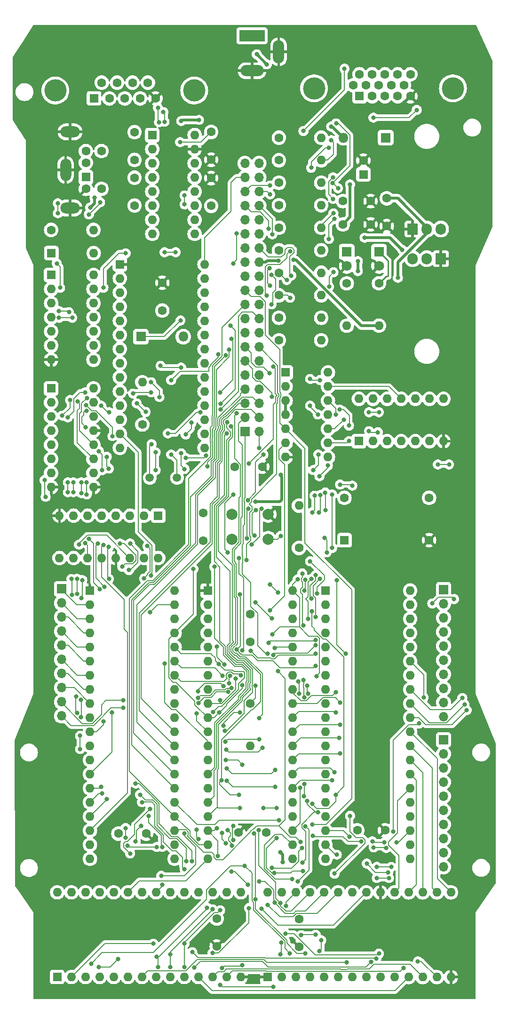
<source format=gbr>
%TF.GenerationSoftware,KiCad,Pcbnew,7.0.1*%
%TF.CreationDate,2023-07-04T17:25:49-07:00*%
%TF.ProjectId,Y6502,59363530-322e-46b6-9963-61645f706362,rev?*%
%TF.SameCoordinates,Original*%
%TF.FileFunction,Copper,L2,Bot*%
%TF.FilePolarity,Positive*%
%FSLAX46Y46*%
G04 Gerber Fmt 4.6, Leading zero omitted, Abs format (unit mm)*
G04 Created by KiCad (PCBNEW 7.0.1) date 2023-07-04 17:25:49*
%MOMM*%
%LPD*%
G01*
G04 APERTURE LIST*
%TA.AperFunction,ComponentPad*%
%ADD10R,1.600000X1.600000*%
%TD*%
%TA.AperFunction,ComponentPad*%
%ADD11O,1.600000X1.600000*%
%TD*%
%TA.AperFunction,ComponentPad*%
%ADD12C,1.600000*%
%TD*%
%TA.AperFunction,ComponentPad*%
%ADD13O,3.500000X2.000000*%
%TD*%
%TA.AperFunction,ComponentPad*%
%ADD14O,2.000000X4.000000*%
%TD*%
%TA.AperFunction,ComponentPad*%
%ADD15R,1.800000X1.800000*%
%TD*%
%TA.AperFunction,ComponentPad*%
%ADD16C,1.800000*%
%TD*%
%TA.AperFunction,ComponentPad*%
%ADD17R,1.700000X1.700000*%
%TD*%
%TA.AperFunction,ComponentPad*%
%ADD18O,1.700000X1.700000*%
%TD*%
%TA.AperFunction,ComponentPad*%
%ADD19C,4.000000*%
%TD*%
%TA.AperFunction,ComponentPad*%
%ADD20C,2.000000*%
%TD*%
%TA.AperFunction,ComponentPad*%
%ADD21C,1.500000*%
%TD*%
%TA.AperFunction,ComponentPad*%
%ADD22O,1.800000X1.800000*%
%TD*%
%TA.AperFunction,ComponentPad*%
%ADD23R,4.600000X2.000000*%
%TD*%
%TA.AperFunction,ComponentPad*%
%ADD24O,4.200000X2.000000*%
%TD*%
%TA.AperFunction,ComponentPad*%
%ADD25O,2.000000X4.200000*%
%TD*%
%TA.AperFunction,ComponentPad*%
%ADD26R,1.905000X2.000000*%
%TD*%
%TA.AperFunction,ComponentPad*%
%ADD27O,1.905000X2.000000*%
%TD*%
%TA.AperFunction,ViaPad*%
%ADD28C,0.800000*%
%TD*%
%TA.AperFunction,Conductor*%
%ADD29C,0.500000*%
%TD*%
%TA.AperFunction,Conductor*%
%ADD30C,0.150000*%
%TD*%
%TA.AperFunction,Conductor*%
%ADD31C,0.250000*%
%TD*%
G04 APERTURE END LIST*
D10*
%TO.P,A6522 VIA,1,VSS*%
%TO.N,GNDREF*%
X92975000Y-122475000D03*
D11*
%TO.P,A6522 VIA,2,PA0*%
%TO.N,Net-(A6522-PA0)*%
X92975000Y-125015000D03*
%TO.P,A6522 VIA,3,PA1*%
%TO.N,Net-(A6522-PA1)*%
X92975000Y-127555000D03*
%TO.P,A6522 VIA,4,PA2*%
%TO.N,Net-(A6522-PA2)*%
X92975000Y-130095000D03*
%TO.P,A6522 VIA,5,PA3*%
%TO.N,Net-(A6522-PA3)*%
X92975000Y-132635000D03*
%TO.P,A6522 VIA,6,PA4*%
%TO.N,Net-(A6522-PA4)*%
X92975000Y-135175000D03*
%TO.P,A6522 VIA,7,PA5*%
%TO.N,Net-(A6522-PA5)*%
X92975000Y-137715000D03*
%TO.P,A6522 VIA,8,PA6*%
%TO.N,Net-(A6522-PA6)*%
X92975000Y-140255000D03*
%TO.P,A6522 VIA,9,PA7*%
%TO.N,Net-(A6522-PA7)*%
X92975000Y-142795000D03*
%TO.P,A6522 VIA,10,PB0*%
%TO.N,/P{slash}D0*%
X92975000Y-145335000D03*
%TO.P,A6522 VIA,11,PB1*%
%TO.N,/P{slash}D1*%
X92975000Y-147875000D03*
%TO.P,A6522 VIA,12,PB2*%
%TO.N,/P{slash}D2*%
X92975000Y-150415000D03*
%TO.P,A6522 VIA,13,PB3*%
%TO.N,/P{slash}D3*%
X92975000Y-152955000D03*
%TO.P,A6522 VIA,14,PB4*%
%TO.N,/P{slash}D4*%
X92975000Y-155495000D03*
%TO.P,A6522 VIA,15,PB5*%
%TO.N,/P{slash}D5*%
X92975000Y-158035000D03*
%TO.P,A6522 VIA,16,PB6*%
%TO.N,/P{slash}D6*%
X92975000Y-160575000D03*
%TO.P,A6522 VIA,17,PB7*%
%TO.N,/P{slash}D7*%
X92975000Y-163115000D03*
%TO.P,A6522 VIA,18,CB1*%
%TO.N,Net-(A6522-CB1)*%
X92975000Y-165655000D03*
%TO.P,A6522 VIA,19,CB2*%
%TO.N,unconnected-(A6522-CB2-Pad19)*%
X92975000Y-168195000D03*
%TO.P,A6522 VIA,20,VCC*%
%TO.N,+5V*%
X92975000Y-170735000D03*
%TO.P,A6522 VIA,21,~{IRQ}*%
%TO.N,!IRQ*%
X108215000Y-170735000D03*
%TO.P,A6522 VIA,22,R/~{W}*%
%TO.N,Net-(A6522-R{slash}~{W})*%
X108215000Y-168195000D03*
%TO.P,A6522 VIA,23,~{CS2}*%
%TO.N,Net-(A6522-~{CS2})*%
X108215000Y-165655000D03*
%TO.P,A6522 VIA,24,CS1*%
%TO.N,/A10*%
X108215000Y-163115000D03*
%TO.P,A6522 VIA,25,\u03D52*%
%TO.N,/clk*%
X108215000Y-160575000D03*
%TO.P,A6522 VIA,26,D7*%
%TO.N,/D7*%
X108215000Y-158035000D03*
%TO.P,A6522 VIA,27,D6*%
%TO.N,/D6*%
X108215000Y-155495000D03*
%TO.P,A6522 VIA,28,D5*%
%TO.N,/D5*%
X108215000Y-152955000D03*
%TO.P,A6522 VIA,29,D4*%
%TO.N,/D4*%
X108215000Y-150415000D03*
%TO.P,A6522 VIA,30,D3*%
%TO.N,/D3*%
X108215000Y-147875000D03*
%TO.P,A6522 VIA,31,D2*%
%TO.N,/D2*%
X108215000Y-145335000D03*
%TO.P,A6522 VIA,32,D1*%
%TO.N,/D1*%
X108215000Y-142795000D03*
%TO.P,A6522 VIA,33,D0*%
%TO.N,/D0*%
X108215000Y-140255000D03*
%TO.P,A6522 VIA,34,~{RES}*%
%TO.N,Net-(A6522-~{RES})*%
X108215000Y-137715000D03*
%TO.P,A6522 VIA,35,RS3*%
%TO.N,/A3*%
X108215000Y-135175000D03*
%TO.P,A6522 VIA,36,RS2*%
%TO.N,/A2*%
X108215000Y-132635000D03*
%TO.P,A6522 VIA,37,RS1*%
%TO.N,A1*%
X108215000Y-130095000D03*
%TO.P,A6522 VIA,38,RS0*%
%TO.N,A0*%
X108215000Y-127555000D03*
%TO.P,A6522 VIA,39,CA2*%
%TO.N,Net-(A6522-CA2)*%
X108215000Y-125015000D03*
%TO.P,A6522 VIA,40,CA1*%
%TO.N,Net-(A6522-CA1)*%
X108215000Y-122475000D03*
%TD*%
D12*
%TO.P,1M,1*%
%TO.N,Net-(U15-XTAL2)*%
X102400000Y-92600000D03*
D11*
%TO.P,1M,2*%
%TO.N,Net-(U15-XTAL1)*%
X102400000Y-84980000D03*
%TD*%
D12*
%TO.P,680,1*%
%TO.N,/O4*%
X126990000Y-57200000D03*
D11*
%TO.P,680,2*%
%TO.N,Net-(R10-Pad2)*%
X134610000Y-57200000D03*
%TD*%
D12*
%TO.P,22k,1*%
%TO.N,Net-(D3-K)*%
X139200000Y-67200000D03*
D11*
%TO.P,22k,2*%
%TO.N,+5V*%
X139200000Y-74820000D03*
%TD*%
D10*
%TO.P,P/S 2,1*%
%TO.N,Data-P{slash}S2*%
X92250000Y-48100000D03*
D12*
%TO.P,P/S 2,2*%
%TO.N,unconnected-(J2-Pad2)*%
X92250000Y-45500000D03*
%TO.P,P/S 2,3*%
%TO.N,GNDREF*%
X92250000Y-50200000D03*
%TO.P,P/S 2,4*%
%TO.N,+5V*%
X92250000Y-43400000D03*
%TO.P,P/S 2,5*%
%TO.N,Clk-P{slash}S2*%
X95050000Y-50200000D03*
%TO.P,P/S 2,6*%
%TO.N,unconnected-(J2-Pad6)*%
X95050000Y-43400000D03*
D13*
%TO.P,P/S 2,7,shld*%
%TO.N,GNDREF*%
X89400000Y-39950000D03*
D14*
X88600000Y-46800000D03*
D13*
X89400000Y-53650000D03*
%TD*%
D15*
%TO.P,+3.3v,1,K*%
%TO.N,Net-(D2-K)*%
X145000000Y-61525000D03*
D16*
%TO.P,+3.3v,2,A*%
%TO.N,GNDREF*%
X145000000Y-64065000D03*
%TD*%
D17*
%TO.P,U8,1,D0*%
%TO.N,Net-(A6522-PA0)*%
X87840000Y-122175000D03*
D18*
%TO.P,U8,2,D1*%
%TO.N,Net-(A6522-PA1)*%
X87840000Y-124715000D03*
%TO.P,U8,3,D2*%
%TO.N,Net-(A6522-PA2)*%
X87840000Y-127255000D03*
%TO.P,U8,4,D3*%
%TO.N,Net-(A6522-PA3)*%
X87840000Y-129795000D03*
%TO.P,U8,5,D4*%
%TO.N,Net-(A6522-PA4)*%
X87840000Y-132335000D03*
%TO.P,U8,6,D5*%
%TO.N,Net-(A6522-PA5)*%
X87840000Y-134875000D03*
%TO.P,U8,7,D6*%
%TO.N,Net-(A6522-PA6)*%
X87840000Y-137415000D03*
%TO.P,U8,8,D7*%
%TO.N,Net-(A6522-PA7)*%
X87840000Y-139955000D03*
%TO.P,U8,9,C1*%
%TO.N,Net-(A6522-CA1)*%
X87840000Y-142495000D03*
%TO.P,U8,10,C2*%
%TO.N,Net-(A6522-CA2)*%
X87840000Y-145035000D03*
%TD*%
D12*
%TO.P,1.5k,1*%
%TO.N,/O6*%
X126990000Y-49100000D03*
D11*
%TO.P,1.5k,2*%
%TO.N,Net-(R11-Pad2)*%
X134610000Y-49100000D03*
%TD*%
D12*
%TO.P,1uF,1*%
%TO.N,+5V*%
X98100000Y-166200000D03*
%TO.P,1uF,2*%
%TO.N,GNDREF*%
X103100000Y-166200000D03*
%TD*%
%TO.P,1uF,1*%
%TO.N,+5V*%
X141100000Y-165600000D03*
%TO.P,1uF,2*%
%TO.N,GNDREF*%
X146100000Y-165600000D03*
%TD*%
D19*
%TO.P,VGA Output,0*%
%TO.N,N/C*%
X158315000Y-32120331D03*
X133315000Y-32120331D03*
D10*
%TO.P,VGA Output,1*%
%TO.N,Net-(R11-Pad2)*%
X141500000Y-33540331D03*
D12*
%TO.P,VGA Output,2*%
%TO.N,Net-(R10-Pad2)*%
X143790000Y-33540331D03*
%TO.P,VGA Output,3*%
%TO.N,Net-(R13-Pad2)*%
X146080000Y-33540331D03*
%TO.P,VGA Output,4*%
%TO.N,unconnected-(VGA1-Pad4)*%
X148370000Y-33540331D03*
%TO.P,VGA Output,5*%
%TO.N,GNDREF*%
X150660000Y-33540331D03*
%TO.P,VGA Output,6*%
X140355000Y-31560331D03*
%TO.P,VGA Output,7*%
X142645000Y-31560331D03*
%TO.P,VGA Output,8*%
X144935000Y-31560331D03*
%TO.P,VGA Output,9*%
%TO.N,unconnected-(VGA1-Pad9)*%
X147225000Y-31560331D03*
%TO.P,VGA Output,10*%
%TO.N,GNDREF*%
X149515000Y-31560331D03*
%TO.P,VGA Output,11*%
%TO.N,unconnected-(VGA1-Pad11)*%
X141500000Y-29580331D03*
%TO.P,VGA Output,12*%
%TO.N,unconnected-(VGA1-Pad12)*%
X143790000Y-29580331D03*
%TO.P,VGA Output,13*%
%TO.N,/Hsync*%
X146080000Y-29580331D03*
%TO.P,VGA Output,14*%
%TO.N,/Vsync*%
X148370000Y-29580331D03*
%TO.P,VGA Output,15*%
%TO.N,unconnected-(VGA1-Pad15)*%
X150660000Y-29580331D03*
%TD*%
D20*
%TO.P,RESET,1,1*%
%TO.N,GNDREF*%
X118550000Y-108750000D03*
X125050000Y-108750000D03*
%TO.P,RESET,2,2*%
%TO.N,Net-(A6522-~{RES})*%
X118550000Y-113250000D03*
X125050000Y-113250000D03*
%TD*%
D12*
%TO.P,220,1*%
%TO.N,Net-(R13-Pad1)*%
X126990000Y-69350000D03*
D11*
%TO.P,220,2*%
%TO.N,Net-(R13-Pad2)*%
X134610000Y-69350000D03*
%TD*%
D10*
%TO.P,6502 CPU,1,VSS*%
%TO.N,GNDREF*%
X114175000Y-122495000D03*
D11*
%TO.P,6502 CPU,2,RDY*%
%TO.N,/!DMA*%
X114175000Y-125035000D03*
%TO.P,6502 CPU,3,\u03D51*%
%TO.N,unconnected-(U3-\u03D51-Pad3)*%
X114175000Y-127575000D03*
%TO.P,6502 CPU,4,~{IRQ}*%
%TO.N,!IRQ*%
X114175000Y-130115000D03*
%TO.P,6502 CPU,5,nc*%
%TO.N,unconnected-(U3-nc-Pad5)*%
X114175000Y-132655000D03*
%TO.P,6502 CPU,6,~{NMI}*%
%TO.N,+5V*%
X114175000Y-135195000D03*
%TO.P,6502 CPU,7,SYNC*%
%TO.N,unconnected-(U3-SYNC-Pad7)*%
X114175000Y-137735000D03*
%TO.P,6502 CPU,8,VCC*%
%TO.N,+5V*%
X114175000Y-140275000D03*
%TO.P,6502 CPU,9,A0*%
%TO.N,A0*%
X114175000Y-142815000D03*
%TO.P,6502 CPU,10,A1*%
%TO.N,A1*%
X114175000Y-145355000D03*
%TO.P,6502 CPU,11,A2*%
%TO.N,/A2*%
X114175000Y-147895000D03*
%TO.P,6502 CPU,12,A3*%
%TO.N,/A3*%
X114175000Y-150435000D03*
%TO.P,6502 CPU,13,A4*%
%TO.N,/A4*%
X114175000Y-152975000D03*
%TO.P,6502 CPU,14,A5*%
%TO.N,/A5*%
X114175000Y-155515000D03*
%TO.P,6502 CPU,15,A6*%
%TO.N,/A6*%
X114175000Y-158055000D03*
%TO.P,6502 CPU,16,A7*%
%TO.N,/A7*%
X114175000Y-160595000D03*
%TO.P,6502 CPU,17,A8*%
%TO.N,/A8*%
X114175000Y-163135000D03*
%TO.P,6502 CPU,18,A9*%
%TO.N,/A9*%
X114175000Y-165675000D03*
%TO.P,6502 CPU,19,A10*%
%TO.N,/A10*%
X114175000Y-168215000D03*
%TO.P,6502 CPU,20,A11*%
%TO.N,/A11*%
X114175000Y-170755000D03*
%TO.P,6502 CPU,21,VSS*%
%TO.N,GNDREF*%
X129415000Y-170755000D03*
%TO.P,6502 CPU,22,A12*%
%TO.N,/A12*%
X129415000Y-168215000D03*
%TO.P,6502 CPU,23,A13*%
%TO.N,/A13*%
X129415000Y-165675000D03*
%TO.P,6502 CPU,24,A14*%
%TO.N,Net-(U3-A14)*%
X129415000Y-163135000D03*
%TO.P,6502 CPU,25,A15*%
%TO.N,Net-(U3-A15)*%
X129415000Y-160595000D03*
%TO.P,6502 CPU,26,D7*%
%TO.N,/D7*%
X129415000Y-158055000D03*
%TO.P,6502 CPU,27,D6*%
%TO.N,/D6*%
X129415000Y-155515000D03*
%TO.P,6502 CPU,28,D5*%
%TO.N,/D5*%
X129415000Y-152975000D03*
%TO.P,6502 CPU,29,D4*%
%TO.N,/D4*%
X129415000Y-150435000D03*
%TO.P,6502 CPU,30,D3*%
%TO.N,/D3*%
X129415000Y-147895000D03*
%TO.P,6502 CPU,31,D2*%
%TO.N,/D2*%
X129415000Y-145355000D03*
%TO.P,6502 CPU,32,D1*%
%TO.N,/D1*%
X129415000Y-142815000D03*
%TO.P,6502 CPU,33,D0*%
%TO.N,/D0*%
X129415000Y-140275000D03*
%TO.P,6502 CPU,34,R/~{W}*%
%TO.N,Net-(A6522-R{slash}~{W})*%
X129415000Y-137735000D03*
%TO.P,6502 CPU,35,nc*%
%TO.N,unconnected-(U3-nc-Pad35)*%
X129415000Y-135195000D03*
%TO.P,6502 CPU,36,BE*%
%TO.N,/!DMA*%
X129415000Y-132655000D03*
%TO.P,6502 CPU,37,\u03D50*%
%TO.N,/clk*%
X129415000Y-130115000D03*
%TO.P,6502 CPU,38,~{SO}*%
%TO.N,unconnected-(U3-~{SO}-Pad38)*%
X129415000Y-127575000D03*
%TO.P,6502 CPU,39,\u03D52*%
%TO.N,unconnected-(U3-\u03D52-Pad39)*%
X129415000Y-125035000D03*
%TO.P,6502 CPU,40,~{RES}*%
%TO.N,Net-(A6522-~{RES})*%
X129415000Y-122495000D03*
%TD*%
D12*
%TO.P,1uF,1*%
%TO.N,GNDREF*%
X119700000Y-166000000D03*
%TO.P,1uF,2*%
%TO.N,+5V*%
X124700000Y-166000000D03*
%TD*%
D21*
%TO.P,1.8432 MHz,1,1*%
%TO.N,Net-(U15-XTAL2)*%
X103750000Y-102200000D03*
%TO.P,1.8432 MHz,2,2*%
%TO.N,Net-(U15-XTAL1)*%
X108650000Y-102200000D03*
%TD*%
D12*
%TO.P,20uF,1*%
%TO.N,GNDREF*%
X106000000Y-67100000D03*
%TO.P,20uF,2*%
%TO.N,Net-(U15-XTAL1)*%
X106000000Y-72100000D03*
%TD*%
D19*
%TO.P,RS232 Output,0*%
%TO.N,N/C*%
X111745000Y-32510331D03*
X86745000Y-32510331D03*
D10*
%TO.P,RS232 Output,1,1*%
%TO.N,unconnected-(J3-Pad1)*%
X93705000Y-33930331D03*
D12*
%TO.P,RS232 Output,2,2*%
%TO.N,Net-(U16-T1OUT)*%
X96475000Y-33930331D03*
%TO.P,RS232 Output,3,3*%
%TO.N,Net-(U16-R1IN)*%
X99245000Y-33930331D03*
%TO.P,RS232 Output,4,4*%
%TO.N,unconnected-(J3-Pad4)*%
X102015000Y-33930331D03*
%TO.P,RS232 Output,5,5*%
%TO.N,GNDREF*%
X104785000Y-33930331D03*
%TO.P,RS232 Output,6,6*%
%TO.N,unconnected-(J3-Pad6)*%
X95090000Y-31090331D03*
%TO.P,RS232 Output,7,7*%
%TO.N,unconnected-(J3-Pad7)*%
X97860000Y-31090331D03*
%TO.P,RS232 Output,8,8*%
%TO.N,unconnected-(J3-Pad8)*%
X100630000Y-31090331D03*
%TO.P,RS232 Output,9,9*%
%TO.N,unconnected-(J3-Pad9)*%
X103400000Y-31090331D03*
%TD*%
%TO.P,1uF,1*%
%TO.N,Net-(U16-C2+)*%
X101000000Y-48200000D03*
%TO.P,1uF,2*%
%TO.N,Net-(U16-C2-)*%
X101000000Y-53200000D03*
%TD*%
D10*
%TO.P,74LS595,1,QB*%
%TO.N,/P{slash}D0*%
X85980000Y-86100000D03*
D11*
%TO.P,74LS595,2,QC*%
%TO.N,unconnected-(U14-QC-Pad2)*%
X85980000Y-88640000D03*
%TO.P,74LS595,3,QD*%
%TO.N,unconnected-(U14-QD-Pad3)*%
X85980000Y-91180000D03*
%TO.P,74LS595,4,QE*%
%TO.N,unconnected-(U14-QE-Pad4)*%
X85980000Y-93720000D03*
%TO.P,74LS595,5,QF*%
%TO.N,unconnected-(U14-QF-Pad5)*%
X85980000Y-96260000D03*
%TO.P,74LS595,6,QG*%
%TO.N,unconnected-(U14-QG-Pad6)*%
X85980000Y-98800000D03*
%TO.P,74LS595,7,QH*%
%TO.N,unconnected-(U14-QH-Pad7)*%
X85980000Y-101340000D03*
%TO.P,74LS595,8,GND*%
%TO.N,GNDREF*%
X85980000Y-103880000D03*
%TO.P,74LS595,9,QH'*%
X93600000Y-103880000D03*
%TO.P,74LS595,10,~{SRCLR}*%
%TO.N,+5V*%
X93600000Y-101340000D03*
%TO.P,74LS595,11,SRCLK*%
%TO.N,Net-(U13-SRCLK)*%
X93600000Y-98800000D03*
%TO.P,74LS595,12,RCLK*%
%TO.N,Net-(A6522-CB1)*%
X93600000Y-96260000D03*
%TO.P,74LS595,13,~{OE}*%
%TO.N,GNDREF*%
X93600000Y-93720000D03*
%TO.P,74LS595,14,SER*%
%TO.N,Net-(U13-QH')*%
X93600000Y-91180000D03*
%TO.P,74LS595,15,QA*%
%TO.N,/P{slash}D1*%
X93600000Y-88640000D03*
%TO.P,74LS595,16,VCC*%
%TO.N,+5V*%
X93600000Y-86100000D03*
%TD*%
D12*
%TO.P,.1uF,1*%
%TO.N,Net-(A6522-~{RES})*%
X113400000Y-113500000D03*
%TO.P,.1uF,2*%
%TO.N,GNDREF*%
X113400000Y-108500000D03*
%TD*%
%TO.P,1uF,1*%
%TO.N,Net-(U16-VS+)*%
X114800000Y-39965000D03*
%TO.P,1uF,2*%
%TO.N,GNDREF*%
X114800000Y-44965000D03*
%TD*%
D17*
%TO.P,U7,1,D0*%
%TO.N,Net-(B6522-PB0)*%
X156615000Y-149315000D03*
D18*
%TO.P,U7,2,D1*%
%TO.N,Net-(B6522-PB1)*%
X156615000Y-151855000D03*
%TO.P,U7,3,D2*%
%TO.N,Net-(B6522-PB2)*%
X156615000Y-154395000D03*
%TO.P,U7,4,D3*%
%TO.N,Net-(B6522-PB3)*%
X156615000Y-156935000D03*
%TO.P,U7,5,D4*%
%TO.N,Net-(B6522-PB4)*%
X156615000Y-159475000D03*
%TO.P,U7,6,D5*%
%TO.N,Net-(B6522-PB5)*%
X156615000Y-162015000D03*
%TO.P,U7,7,D6*%
%TO.N,Net-(B6522-PB6)*%
X156615000Y-164555000D03*
%TO.P,U7,8,D7*%
%TO.N,Net-(B6522-PB7)*%
X156615000Y-167095000D03*
%TO.P,U7,9,C1*%
%TO.N,Net-(B6522-CB1)*%
X156615000Y-169635000D03*
%TO.P,U7,10,C2*%
%TO.N,Net-(B6522-CB2)*%
X156615000Y-172175000D03*
%TD*%
D10*
%TO.P,6551 SPI,1,VSS*%
%TO.N,GNDREF*%
X98360000Y-63780000D03*
D11*
%TO.P,6551 SPI,2,CS1*%
%TO.N,/D9*%
X98360000Y-66320000D03*
%TO.P,6551 SPI,3,~{CS2}*%
%TO.N,Net-(A6522-~{CS2})*%
X98360000Y-68860000D03*
%TO.P,6551 SPI,4,~{RES}*%
%TO.N,!reset*%
X98360000Y-71400000D03*
%TO.P,6551 SPI,5,RxC*%
%TO.N,unconnected-(U15-RxC-Pad5)*%
X98360000Y-73940000D03*
%TO.P,6551 SPI,6,XTAL1*%
%TO.N,Net-(U15-XTAL1)*%
X98360000Y-76480000D03*
%TO.P,6551 SPI,7,XTAL2*%
%TO.N,Net-(U15-XTAL2)*%
X98360000Y-79020000D03*
%TO.P,6551 SPI,8,~{RTS}*%
%TO.N,unconnected-(U15-~{RTS}-Pad8)*%
X98360000Y-81560000D03*
%TO.P,6551 SPI,9,~{CTS}*%
%TO.N,unconnected-(U15-~{CTS}-Pad9)*%
X98360000Y-84100000D03*
%TO.P,6551 SPI,10,TxD*%
%TO.N,Net-(U15-TxD)*%
X98360000Y-86640000D03*
%TO.P,6551 SPI,11,~{DTR}*%
%TO.N,unconnected-(U15-~{DTR}-Pad11)*%
X98360000Y-89180000D03*
%TO.P,6551 SPI,12,RxD*%
%TO.N,Net-(U15-RxD)*%
X98360000Y-91720000D03*
%TO.P,6551 SPI,13,RS0*%
%TO.N,A0*%
X98360000Y-94260000D03*
%TO.P,6551 SPI,14,RS1*%
%TO.N,A1*%
X98360000Y-96800000D03*
%TO.P,6551 SPI,15,VCC*%
%TO.N,+5V*%
X113600000Y-96800000D03*
%TO.P,6551 SPI,16,~{DCD}*%
%TO.N,unconnected-(U15-~{DCD}-Pad16)*%
X113600000Y-94260000D03*
%TO.P,6551 SPI,17,~{DSR}*%
%TO.N,unconnected-(U15-~{DSR}-Pad17)*%
X113600000Y-91720000D03*
%TO.P,6551 SPI,18,D0*%
%TO.N,/D0*%
X113600000Y-89180000D03*
%TO.P,6551 SPI,19,D1*%
%TO.N,/D1*%
X113600000Y-86640000D03*
%TO.P,6551 SPI,20,D2*%
%TO.N,/D2*%
X113600000Y-84100000D03*
%TO.P,6551 SPI,21,D3*%
%TO.N,/D3*%
X113600000Y-81560000D03*
%TO.P,6551 SPI,22,D4*%
%TO.N,/D4*%
X113600000Y-79020000D03*
%TO.P,6551 SPI,23,D5*%
%TO.N,/D5*%
X113600000Y-76480000D03*
%TO.P,6551 SPI,24,D6*%
%TO.N,/D6*%
X113600000Y-73940000D03*
%TO.P,6551 SPI,25,D7*%
%TO.N,/D7*%
X113600000Y-71400000D03*
%TO.P,6551 SPI,26,~{IRQ}*%
%TO.N,Net-(D5-K)*%
X113600000Y-68860000D03*
%TO.P,6551 SPI,27,\u03D52*%
%TO.N,/clk*%
X113600000Y-66320000D03*
%TO.P,6551 SPI,28,R/~{W}*%
%TO.N,Net-(A6522-R{slash}~{W})*%
X113600000Y-63780000D03*
%TD*%
D10*
%TO.P,62256 RAM,1,A14*%
%TO.N,/A14*%
X87095000Y-192000000D03*
D11*
%TO.P,62256 RAM,2,A12*%
%TO.N,/A12*%
X89635000Y-192000000D03*
%TO.P,62256 RAM,3,A7*%
%TO.N,/A7*%
X92175000Y-192000000D03*
%TO.P,62256 RAM,4,A6*%
%TO.N,/A6*%
X94715000Y-192000000D03*
%TO.P,62256 RAM,5,A5*%
%TO.N,/A5*%
X97255000Y-192000000D03*
%TO.P,62256 RAM,6,A4*%
%TO.N,/A4*%
X99795000Y-192000000D03*
%TO.P,62256 RAM,7,A3*%
%TO.N,/A3*%
X102335000Y-192000000D03*
%TO.P,62256 RAM,8,A2*%
%TO.N,/A2*%
X104875000Y-192000000D03*
%TO.P,62256 RAM,9,A1*%
%TO.N,A1*%
X107415000Y-192000000D03*
%TO.P,62256 RAM,10,A0*%
%TO.N,A0*%
X109955000Y-192000000D03*
%TO.P,62256 RAM,11,Q0*%
%TO.N,/D0*%
X112495000Y-192000000D03*
%TO.P,62256 RAM,12,Q1*%
%TO.N,/D1*%
X115035000Y-192000000D03*
%TO.P,62256 RAM,13,Q2*%
%TO.N,/D2*%
X117575000Y-192000000D03*
%TO.P,62256 RAM,14,GND*%
%TO.N,GNDREF*%
X120115000Y-192000000D03*
%TO.P,62256 RAM,15,Q3*%
%TO.N,/D3*%
X120115000Y-176760000D03*
%TO.P,62256 RAM,16,Q4*%
%TO.N,/D4*%
X117575000Y-176760000D03*
%TO.P,62256 RAM,17,Q5*%
%TO.N,/D5*%
X115035000Y-176760000D03*
%TO.P,62256 RAM,18,Q6*%
%TO.N,/D6*%
X112495000Y-176760000D03*
%TO.P,62256 RAM,19,Q7*%
%TO.N,/D7*%
X109955000Y-176760000D03*
%TO.P,62256 RAM,20,~{CS}*%
%TO.N,/A15*%
X107415000Y-176760000D03*
%TO.P,62256 RAM,21,A10*%
%TO.N,/A10*%
X104875000Y-176760000D03*
%TO.P,62256 RAM,22,~{OE}*%
%TO.N,Net-(URAM1-~{OE})*%
X102335000Y-176760000D03*
%TO.P,62256 RAM,23,A11*%
%TO.N,/A11*%
X99795000Y-176760000D03*
%TO.P,62256 RAM,24,A9*%
%TO.N,/A9*%
X97255000Y-176760000D03*
%TO.P,62256 RAM,25,A8*%
%TO.N,/A8*%
X94715000Y-176760000D03*
%TO.P,62256 RAM,26,A13*%
%TO.N,/A13*%
X92175000Y-176760000D03*
%TO.P,62256 RAM,27,~{WE}*%
%TO.N,Net-(A6522-R{slash}~{W})*%
X89635000Y-176760000D03*
%TO.P,62256 RAM,28,VCC*%
%TO.N,+5V*%
X87095000Y-176760000D03*
%TD*%
D12*
%TO.P,220,1*%
%TO.N,/O2*%
X126990000Y-73400000D03*
D11*
%TO.P,220,2*%
%TO.N,Net-(R13-Pad1)*%
X134610000Y-73400000D03*
%TD*%
D10*
%TO.P,U16,1,C1+*%
%TO.N,Net-(U16-C1+)*%
X104200000Y-40525000D03*
D11*
%TO.P,U16,2,VS+*%
%TO.N,Net-(U16-VS+)*%
X104200000Y-43065000D03*
%TO.P,U16,3,C1-*%
%TO.N,Net-(U16-C1-)*%
X104200000Y-45605000D03*
%TO.P,U16,4,C2+*%
%TO.N,Net-(U16-C2+)*%
X104200000Y-48145000D03*
%TO.P,U16,5,C2-*%
%TO.N,Net-(U16-C2-)*%
X104200000Y-50685000D03*
%TO.P,U16,6,VS-*%
%TO.N,Net-(U16-VS-)*%
X104200000Y-53225000D03*
%TO.P,U16,7,T2OUT*%
%TO.N,unconnected-(U16-T2OUT-Pad7)*%
X104200000Y-55765000D03*
%TO.P,U16,8,R2IN*%
%TO.N,unconnected-(U16-R2IN-Pad8)*%
X104200000Y-58305000D03*
%TO.P,U16,9,R2OUT*%
%TO.N,unconnected-(U16-R2OUT-Pad9)*%
X111820000Y-58305000D03*
%TO.P,U16,10,T2IN*%
%TO.N,unconnected-(U16-T2IN-Pad10)*%
X111820000Y-55765000D03*
%TO.P,U16,11,T1IN*%
%TO.N,Net-(U15-TxD)*%
X111820000Y-53225000D03*
%TO.P,U16,12,R1OUT*%
%TO.N,Net-(U15-RxD)*%
X111820000Y-50685000D03*
%TO.P,U16,13,R1IN*%
%TO.N,Net-(U16-R1IN)*%
X111820000Y-48145000D03*
%TO.P,U16,14,T1OUT*%
%TO.N,Net-(U16-T1OUT)*%
X111820000Y-45605000D03*
%TO.P,U16,15,GND*%
%TO.N,GNDREF*%
X111820000Y-43065000D03*
%TO.P,U16,16,VCC*%
%TO.N,+5V*%
X111820000Y-40525000D03*
%TD*%
D10*
%TO.P,74LS14,1*%
%TO.N,Clk-P{slash}S2*%
X86000000Y-65700000D03*
D11*
%TO.P,74LS14,2*%
%TO.N,Net-(D4-A)*%
X86000000Y-68240000D03*
%TO.P,74LS14,3*%
%TO.N,Net-(D4-K)*%
X86000000Y-70780000D03*
%TO.P,74LS14,4*%
%TO.N,Net-(A6522-CB1)*%
X86000000Y-73320000D03*
%TO.P,74LS14,5*%
%TO.N,Clk-P{slash}S2*%
X86000000Y-75860000D03*
%TO.P,74LS14,6*%
%TO.N,Net-(U13-SRCLK)*%
X86000000Y-78400000D03*
%TO.P,74LS14,7,GND*%
%TO.N,GNDREF*%
X86000000Y-80940000D03*
%TO.P,74LS14,8*%
%TO.N,N/C*%
X93620000Y-80940000D03*
%TO.P,74LS14,9*%
X93620000Y-78400000D03*
%TO.P,74LS14,10*%
X93620000Y-75860000D03*
%TO.P,74LS14,11*%
X93620000Y-73320000D03*
%TO.P,74LS14,12*%
%TO.N,Net-(URAM1-~{OE})*%
X93620000Y-70780000D03*
%TO.P,74LS14,13*%
%TO.N,Net-(A6522-R{slash}~{W})*%
X93620000Y-68240000D03*
%TO.P,74LS14,14,VCC*%
%TO.N,+5V*%
X93620000Y-65700000D03*
%TD*%
D12*
%TO.P,1uF,1*%
%TO.N,GNDREF*%
X124000000Y-100200000D03*
%TO.P,1uF,2*%
%TO.N,Net-(D4-K)*%
X119000000Y-100200000D03*
%TD*%
%TO.P,1uF,1*%
%TO.N,+5V*%
X130600000Y-181600000D03*
%TO.P,1uF,2*%
%TO.N,GNDREF*%
X130600000Y-186600000D03*
%TD*%
D15*
%TO.P,D5,1,K*%
%TO.N,Net-(D5-K)*%
X102150000Y-76800000D03*
D22*
%TO.P,D5,2,A*%
%TO.N,!IRQ*%
X109770000Y-76800000D03*
%TD*%
D12*
%TO.P,1k,1*%
%TO.N,/!DMA*%
X121800000Y-142810000D03*
D11*
%TO.P,1k,2*%
%TO.N,+5V*%
X121800000Y-150430000D03*
%TD*%
D12*
%TO.P,680,1*%
%TO.N,/O7*%
X126990000Y-61250000D03*
D11*
%TO.P,680,2*%
%TO.N,Net-(R11-Pad2)*%
X134610000Y-61250000D03*
%TD*%
D15*
%TO.P,1N4007,1,K*%
%TO.N,Net-(D1-K)*%
X146210000Y-41000000D03*
D22*
%TO.P,1N4007,2,A*%
%TO.N,Net-(D1-A)*%
X138590000Y-41000000D03*
%TD*%
D12*
%TO.P,1k,1*%
%TO.N,Net-(A6522-~{RES})*%
X130600000Y-114810000D03*
D11*
%TO.P,1k,2*%
%TO.N,+5V*%
X130600000Y-107190000D03*
%TD*%
D12*
%TO.P,22k,1*%
%TO.N,Net-(D2-K)*%
X145000000Y-67190000D03*
D11*
%TO.P,22k,2*%
%TO.N,+3V3*%
X145000000Y-74810000D03*
%TD*%
D12*
%TO.P,680,1*%
%TO.N,Net-(R12-Pad1)*%
X126990000Y-65300000D03*
D11*
%TO.P,680,2*%
%TO.N,Net-(R10-Pad2)*%
X134610000Y-65300000D03*
%TD*%
D12*
%TO.P,1uF,1*%
%TO.N,Net-(D1-K)*%
X138500000Y-56600000D03*
%TO.P,1uF,2*%
%TO.N,GNDREF*%
X143500000Y-56600000D03*
%TD*%
%TO.P,1uF,1*%
%TO.N,+5V*%
X138500000Y-52400000D03*
%TO.P,1uF,2*%
%TO.N,GNDREF*%
X143500000Y-52400000D03*
%TD*%
D17*
%TO.P,U1,1,D0*%
%TO.N,Net-(B6522-PA0)*%
X156615000Y-122295000D03*
D18*
%TO.P,U1,2,D1*%
%TO.N,Net-(B6522-PA1)*%
X156615000Y-124835000D03*
%TO.P,U1,3,D2*%
%TO.N,Net-(B6522-PA2)*%
X156615000Y-127375000D03*
%TO.P,U1,4,D3*%
%TO.N,Net-(B6522-PA3)*%
X156615000Y-129915000D03*
%TO.P,U1,5,D4*%
%TO.N,Net-(B6522-PA4)*%
X156615000Y-132455000D03*
%TO.P,U1,6,D5*%
%TO.N,Net-(B6522-PA5)*%
X156615000Y-134995000D03*
%TO.P,U1,7,D6*%
%TO.N,Net-(B6522-PA6)*%
X156615000Y-137535000D03*
%TO.P,U1,8,D7*%
%TO.N,Net-(B6522-PA7)*%
X156615000Y-140075000D03*
%TO.P,U1,9,C1*%
%TO.N,Net-(B6522-CA1)*%
X156615000Y-142615000D03*
%TO.P,U1,10,C2*%
%TO.N,Net-(B6522-CA2)*%
X156615000Y-145155000D03*
%TD*%
D12*
%TO.P,1.5k,1*%
%TO.N,/O1*%
X126990000Y-53150000D03*
D11*
%TO.P,1.5k,2*%
%TO.N,Net-(R13-Pad2)*%
X134610000Y-53150000D03*
%TD*%
D10*
%TO.P,D4,1,K*%
%TO.N,Net-(D4-K)*%
X86030000Y-61760000D03*
D11*
%TO.P,D4,2,A*%
%TO.N,Net-(D4-A)*%
X93650000Y-61760000D03*
%TD*%
D10*
%TO.P,47uF,1*%
%TO.N,+5V*%
X142200000Y-47605112D03*
D12*
%TO.P,47uF,2*%
%TO.N,GNDREF*%
X142200000Y-45105112D03*
%TD*%
D23*
%TO.P,J1,1*%
%TO.N,Net-(D1-A)*%
X122150000Y-22650000D03*
D24*
%TO.P,J1,2*%
%TO.N,GNDREF*%
X122150000Y-28950000D03*
D25*
%TO.P,J1,3,MountPin*%
X126950000Y-25550000D03*
%TD*%
D26*
%TO.P,3v3 Regulator,1,GND*%
%TO.N,GNDREF*%
X151060000Y-57430000D03*
D27*
%TO.P,3v3 Regulator,2,VO*%
%TO.N,+3V3*%
X153600000Y-57430000D03*
%TO.P,3v3 Regulator,3,VI*%
%TO.N,+5V*%
X156140000Y-57430000D03*
%TD*%
D26*
%TO.P,5v Regulator,1,GND*%
%TO.N,GNDREF*%
X156140000Y-62770000D03*
D27*
%TO.P,5v Regulator,2,VO*%
%TO.N,+5V*%
X153600000Y-62770000D03*
%TO.P,5v Regulator,3,VI*%
%TO.N,Net-(D1-K)*%
X151060000Y-62770000D03*
%TD*%
D12*
%TO.P,1uF,1*%
%TO.N,GNDREF*%
X115800000Y-186500000D03*
%TO.P,1uF,2*%
%TO.N,+5V*%
X115800000Y-181500000D03*
%TD*%
%TO.P,33k,1*%
%TO.N,Net-(D4-K)*%
X85990000Y-57600000D03*
D11*
%TO.P,33k,2*%
%TO.N,Net-(D4-A)*%
X93610000Y-57600000D03*
%TD*%
D12*
%TO.P,C5,1*%
%TO.N,+3V3*%
X146400000Y-51900000D03*
%TO.P,C5,2*%
%TO.N,GNDREF*%
X146400000Y-56900000D03*
%TD*%
%TO.P,1.5k,1*%
%TO.N,/O0*%
X126990000Y-41000000D03*
D11*
%TO.P,1.5k,2*%
%TO.N,Net-(R13-Pad2)*%
X134610000Y-41000000D03*
%TD*%
D15*
%TO.P,+5v,1,K*%
%TO.N,Net-(D3-K)*%
X139200000Y-61525000D03*
D16*
%TO.P,+5v,2,A*%
%TO.N,GNDREF*%
X139200000Y-64065000D03*
%TD*%
D10*
%TO.P,74LS595,1,QB*%
%TO.N,unconnected-(U13-QB-Pad1)*%
X105275000Y-109000000D03*
D11*
%TO.P,74LS595,2,QC*%
%TO.N,/P{slash}D7*%
X102735000Y-109000000D03*
%TO.P,74LS595,3,QD*%
%TO.N,/P{slash}D6*%
X100195000Y-109000000D03*
%TO.P,74LS595,4,QE*%
%TO.N,/P{slash}D5*%
X97655000Y-109000000D03*
%TO.P,74LS595,5,QF*%
%TO.N,/P{slash}D4*%
X95115000Y-109000000D03*
%TO.P,74LS595,6,QG*%
%TO.N,/P{slash}D3*%
X92575000Y-109000000D03*
%TO.P,74LS595,7,QH*%
%TO.N,/P{slash}D2*%
X90035000Y-109000000D03*
%TO.P,74LS595,8,GND*%
%TO.N,GNDREF*%
X87495000Y-109000000D03*
%TO.P,74LS595,9,QH'*%
%TO.N,Net-(U13-QH')*%
X87495000Y-116620000D03*
%TO.P,74LS595,10,~{SRCLR}*%
%TO.N,+5V*%
X90035000Y-116620000D03*
%TO.P,74LS595,11,SRCLK*%
%TO.N,Net-(U13-SRCLK)*%
X92575000Y-116620000D03*
%TO.P,74LS595,12,RCLK*%
%TO.N,Net-(A6522-CB1)*%
X95115000Y-116620000D03*
%TO.P,74LS595,13,~{OE}*%
%TO.N,GNDREF*%
X97655000Y-116620000D03*
%TO.P,74LS595,14,SER*%
%TO.N,Data-P{slash}S2*%
X100195000Y-116620000D03*
%TO.P,74LS595,15,QA*%
%TO.N,unconnected-(U13-QA-Pad15)*%
X102735000Y-116620000D03*
%TO.P,74LS595,16,VCC*%
%TO.N,+5V*%
X105275000Y-116620000D03*
%TD*%
D10*
%TO.P,1MHz OSC.,1,NC*%
%TO.N,unconnected-(X2-NC-Pad1)*%
X138780000Y-113410000D03*
D12*
%TO.P,1MHz OSC.,7,GND*%
%TO.N,GNDREF*%
X154020000Y-113410000D03*
%TO.P,1MHz OSC.,8,OUT*%
%TO.N,/clk*%
X154020000Y-105790000D03*
%TO.P,1MHz OSC.,14,Vcc*%
%TO.N,+5V*%
X138780000Y-105790000D03*
%TD*%
D10*
%TO.P,74LS32,1*%
%TO.N,Net-(U5-Pad3)*%
X128200000Y-83240000D03*
D11*
%TO.P,74LS32,2*%
%TO.N,Net-(U3-A14)*%
X128200000Y-85780000D03*
%TO.P,74LS32,3*%
%TO.N,Net-(U6-Pad3)*%
X128200000Y-88320000D03*
%TO.P,74LS32,4*%
X128200000Y-90860000D03*
%TO.P,74LS32,5*%
%TO.N,/A12*%
X128200000Y-93400000D03*
%TO.P,74LS32,6*%
%TO.N,Net-(A6522-~{CS2})*%
X128200000Y-95940000D03*
%TO.P,74LS32,7,GND*%
%TO.N,GNDREF*%
X128200000Y-98480000D03*
%TO.P,74LS32,8*%
%TO.N,Net-(U6-Pad12)*%
X135820000Y-98480000D03*
%TO.P,74LS32,9*%
%TO.N,/A13*%
X135820000Y-95940000D03*
%TO.P,74LS32,10*%
%TO.N,Net-(U3-A14)*%
X135820000Y-93400000D03*
%TO.P,74LS32,11*%
%TO.N,Net-(U10-!CE)*%
X135820000Y-90860000D03*
%TO.P,74LS32,12*%
%TO.N,Net-(U6-Pad12)*%
X135820000Y-88320000D03*
%TO.P,74LS32,13*%
%TO.N,Net-(U5-Pad11)*%
X135820000Y-85780000D03*
%TO.P,74LS32,14,VCC*%
%TO.N,+5V*%
X135820000Y-83240000D03*
%TD*%
D12*
%TO.P,100,1*%
%TO.N,/O5*%
X126990000Y-77450000D03*
D11*
%TO.P,100,2*%
%TO.N,Net-(R12-Pad1)*%
X134610000Y-77450000D03*
%TD*%
D10*
%TO.P,B6522 VIA,1,VSS*%
%TO.N,GNDREF*%
X135375000Y-122475000D03*
D11*
%TO.P,B6522 VIA,2,PA0*%
%TO.N,Net-(B6522-PA0)*%
X135375000Y-125015000D03*
%TO.P,B6522 VIA,3,PA1*%
%TO.N,Net-(B6522-PA1)*%
X135375000Y-127555000D03*
%TO.P,B6522 VIA,4,PA2*%
%TO.N,Net-(B6522-PA2)*%
X135375000Y-130095000D03*
%TO.P,B6522 VIA,5,PA3*%
%TO.N,Net-(B6522-PA3)*%
X135375000Y-132635000D03*
%TO.P,B6522 VIA,6,PA4*%
%TO.N,Net-(B6522-PA4)*%
X135375000Y-135175000D03*
%TO.P,B6522 VIA,7,PA5*%
%TO.N,Net-(B6522-PA5)*%
X135375000Y-137715000D03*
%TO.P,B6522 VIA,8,PA6*%
%TO.N,Net-(B6522-PA6)*%
X135375000Y-140255000D03*
%TO.P,B6522 VIA,9,PA7*%
%TO.N,Net-(B6522-PA7)*%
X135375000Y-142795000D03*
%TO.P,B6522 VIA,10,PB0*%
%TO.N,Net-(B6522-PB0)*%
X135375000Y-145335000D03*
%TO.P,B6522 VIA,11,PB1*%
%TO.N,Net-(B6522-PB1)*%
X135375000Y-147875000D03*
%TO.P,B6522 VIA,12,PB2*%
%TO.N,Net-(B6522-PB2)*%
X135375000Y-150415000D03*
%TO.P,B6522 VIA,13,PB3*%
%TO.N,Net-(B6522-PB3)*%
X135375000Y-152955000D03*
%TO.P,B6522 VIA,14,PB4*%
%TO.N,Net-(B6522-PB4)*%
X135375000Y-155495000D03*
%TO.P,B6522 VIA,15,PB5*%
%TO.N,Net-(B6522-PB5)*%
X135375000Y-158035000D03*
%TO.P,B6522 VIA,16,PB6*%
%TO.N,Net-(B6522-PB6)*%
X135375000Y-160575000D03*
%TO.P,B6522 VIA,17,PB7*%
%TO.N,Net-(B6522-PB7)*%
X135375000Y-163115000D03*
%TO.P,B6522 VIA,18,CB1*%
%TO.N,Net-(B6522-CB1)*%
X135375000Y-165655000D03*
%TO.P,B6522 VIA,19,CB2*%
%TO.N,Net-(B6522-CB2)*%
X135375000Y-168195000D03*
%TO.P,B6522 VIA,20,VCC*%
%TO.N,+5V*%
X135375000Y-170735000D03*
%TO.P,B6522 VIA,21,~{IRQ}*%
%TO.N,!IRQ*%
X150615000Y-170735000D03*
%TO.P,B6522 VIA,22,R/~{W}*%
%TO.N,Net-(A6522-R{slash}~{W})*%
X150615000Y-168195000D03*
%TO.P,B6522 VIA,23,~{CS2}*%
%TO.N,Net-(A6522-~{CS2})*%
X150615000Y-165655000D03*
%TO.P,B6522 VIA,24,CS1*%
%TO.N,/A11*%
X150615000Y-163115000D03*
%TO.P,B6522 VIA,25,\u03D52*%
%TO.N,/clk*%
X150615000Y-160575000D03*
%TO.P,B6522 VIA,26,D7*%
%TO.N,/D7*%
X150615000Y-158035000D03*
%TO.P,B6522 VIA,27,D6*%
%TO.N,/D6*%
X150615000Y-155495000D03*
%TO.P,B6522 VIA,28,D5*%
%TO.N,/D5*%
X150615000Y-152955000D03*
%TO.P,B6522 VIA,29,D4*%
%TO.N,/D4*%
X150615000Y-150415000D03*
%TO.P,B6522 VIA,30,D3*%
%TO.N,/D3*%
X150615000Y-147875000D03*
%TO.P,B6522 VIA,31,D2*%
%TO.N,/D2*%
X150615000Y-145335000D03*
%TO.P,B6522 VIA,32,D1*%
%TO.N,/D1*%
X150615000Y-142795000D03*
%TO.P,B6522 VIA,33,D0*%
%TO.N,/D0*%
X150615000Y-140255000D03*
%TO.P,B6522 VIA,34,~{RES}*%
%TO.N,Net-(A6522-~{RES})*%
X150615000Y-137715000D03*
%TO.P,B6522 VIA,35,RS3*%
%TO.N,/A3*%
X150615000Y-135175000D03*
%TO.P,B6522 VIA,36,RS2*%
%TO.N,/A2*%
X150615000Y-132635000D03*
%TO.P,B6522 VIA,37,RS1*%
%TO.N,A1*%
X150615000Y-130095000D03*
%TO.P,B6522 VIA,38,RS0*%
%TO.N,A0*%
X150615000Y-127555000D03*
%TO.P,B6522 VIA,39,CA2*%
%TO.N,Net-(B6522-CA2)*%
X150615000Y-125015000D03*
%TO.P,B6522 VIA,40,CA1*%
%TO.N,Net-(B6522-CA1)*%
X150615000Y-122475000D03*
%TD*%
D10*
%TO.P,27c128 ROM,1,VPP*%
%TO.N,GNDREF*%
X124935000Y-192015000D03*
D11*
%TO.P,27c128 ROM,2,A12*%
%TO.N,/A12*%
X127475000Y-192015000D03*
%TO.P,27c128 ROM,3,A7*%
%TO.N,/A7*%
X130015000Y-192015000D03*
%TO.P,27c128 ROM,4,A6*%
%TO.N,/A6*%
X132555000Y-192015000D03*
%TO.P,27c128 ROM,5,A5*%
%TO.N,/A5*%
X135095000Y-192015000D03*
%TO.P,27c128 ROM,6,A4*%
%TO.N,/A4*%
X137635000Y-192015000D03*
%TO.P,27c128 ROM,7,A3*%
%TO.N,/A3*%
X140175000Y-192015000D03*
%TO.P,27c128 ROM,8,A2*%
%TO.N,/A2*%
X142715000Y-192015000D03*
%TO.P,27c128 ROM,9,A1*%
%TO.N,A1*%
X145255000Y-192015000D03*
%TO.P,27c128 ROM,10,A0*%
%TO.N,A0*%
X147795000Y-192015000D03*
%TO.P,27c128 ROM,11,D0*%
%TO.N,/D0*%
X150335000Y-192015000D03*
%TO.P,27c128 ROM,12,D1*%
%TO.N,/D1*%
X152875000Y-192015000D03*
%TO.P,27c128 ROM,13,D2*%
%TO.N,/D2*%
X155415000Y-192015000D03*
%TO.P,27c128 ROM,14,GND*%
%TO.N,GNDREF*%
X157955000Y-192015000D03*
%TO.P,27c128 ROM,15,D3*%
%TO.N,/D3*%
X157955000Y-176775000D03*
%TO.P,27c128 ROM,16,D4*%
%TO.N,/D4*%
X155415000Y-176775000D03*
%TO.P,27c128 ROM,17,D5*%
%TO.N,/D5*%
X152875000Y-176775000D03*
%TO.P,27c128 ROM,18,D6*%
%TO.N,/D6*%
X150335000Y-176775000D03*
%TO.P,27c128 ROM,19,D7*%
%TO.N,/D7*%
X147795000Y-176775000D03*
%TO.P,27c128 ROM,20,~{CE}*%
%TO.N,GNDREF*%
X145255000Y-176775000D03*
%TO.P,27c128 ROM,21,A10*%
%TO.N,/A10*%
X142715000Y-176775000D03*
%TO.P,27c128 ROM,22,~{OE}*%
%TO.N,Net-(ROM1-~{OE})*%
X140175000Y-176775000D03*
%TO.P,27c128 ROM,23,A11*%
%TO.N,/A11*%
X137635000Y-176775000D03*
%TO.P,27c128 ROM,24,A9*%
%TO.N,/A9*%
X135095000Y-176775000D03*
%TO.P,27c128 ROM,25,A8*%
%TO.N,/A8*%
X132555000Y-176775000D03*
%TO.P,27c128 ROM,26,A13*%
%TO.N,/A13*%
X130015000Y-176775000D03*
%TO.P,27c128 ROM,27,~{PGM}*%
%TO.N,+5V*%
X127475000Y-176775000D03*
%TO.P,27c128 ROM,28,VCC*%
X124935000Y-176775000D03*
%TD*%
D12*
%TO.P,1uF,1*%
%TO.N,Net-(U16-VS-)*%
X114800000Y-53265000D03*
%TO.P,1uF,2*%
%TO.N,GNDREF*%
X114800000Y-48265000D03*
%TD*%
D10*
%TO.P,74LS00,1*%
%TO.N,/A13*%
X141375000Y-95600000D03*
D11*
%TO.P,74LS00,2*%
%TO.N,Net-(U3-A15)*%
X143915000Y-95600000D03*
%TO.P,74LS00,3*%
%TO.N,Net-(U5-Pad3)*%
X146455000Y-95600000D03*
%TO.P,74LS00,4*%
%TO.N,N/C*%
X148995000Y-95600000D03*
%TO.P,74LS00,5*%
X151535000Y-95600000D03*
%TO.P,74LS00,6*%
X154075000Y-95600000D03*
%TO.P,74LS00,7,GND*%
%TO.N,GNDREF*%
X156615000Y-95600000D03*
%TO.P,74LS00,8*%
%TO.N,Net-(ROM1-~{OE})*%
X156615000Y-87980000D03*
%TO.P,74LS00,9*%
%TO.N,Net-(U3-A14)*%
X154075000Y-87980000D03*
%TO.P,74LS00,10*%
%TO.N,Net-(U3-A15)*%
X151535000Y-87980000D03*
%TO.P,74LS00,11*%
%TO.N,Net-(U5-Pad11)*%
X148995000Y-87980000D03*
%TO.P,74LS00,12*%
%TO.N,Net-(U3-A15)*%
X146455000Y-87980000D03*
%TO.P,74LS00,13*%
X143915000Y-87980000D03*
%TO.P,74LS00,14,VCC*%
%TO.N,+5V*%
X141375000Y-87980000D03*
%TD*%
D17*
%TO.P,~,1,D0*%
%TO.N,/D0*%
X120860000Y-93860000D03*
D18*
%TO.P,~,2,D1*%
%TO.N,/D1*%
X123400000Y-93860000D03*
%TO.P,~,3,D2*%
%TO.N,/D2*%
X120860000Y-91320000D03*
%TO.P,~,4,D3*%
%TO.N,/D3*%
X123400000Y-91320000D03*
%TO.P,~,5,D4*%
%TO.N,/D4*%
X120860000Y-88780000D03*
%TO.P,~,6,D5*%
%TO.N,/D5*%
X123400000Y-88780000D03*
%TO.P,~,7,D6*%
%TO.N,/D6*%
X120860000Y-86240000D03*
%TO.P,~,8,D7*%
%TO.N,/D7*%
X123400000Y-86240000D03*
%TO.P,~,9,A0*%
%TO.N,A0*%
X120860000Y-83700000D03*
%TO.P,~,10,A1*%
%TO.N,A1*%
X123400000Y-83700000D03*
%TO.P,~,11,A2*%
%TO.N,/A2*%
X120860000Y-81160000D03*
%TO.P,~,12,A3*%
%TO.N,/A3*%
X123400000Y-81160000D03*
%TO.P,~,13,A4*%
%TO.N,/A4*%
X120860000Y-78620000D03*
%TO.P,~,14,A5*%
%TO.N,/A5*%
X123400000Y-78620000D03*
%TO.P,~,15,A6*%
%TO.N,/A6*%
X120860000Y-76080000D03*
%TO.P,~,16,A7*%
%TO.N,/A7*%
X123400000Y-76080000D03*
%TO.P,~,17,A8*%
%TO.N,/A8*%
X120860000Y-73540000D03*
%TO.P,~,18,A9*%
%TO.N,/A9*%
X123400000Y-73540000D03*
%TO.P,~,19,A10*%
%TO.N,/A10*%
X120860000Y-71000000D03*
%TO.P,~,20,A11*%
%TO.N,/A11*%
X123400000Y-71000000D03*
%TO.P,~,21,A12*%
%TO.N,/A12*%
X120860000Y-68460000D03*
%TO.P,~,22,Clk*%
%TO.N,/clk*%
X123400000Y-68460000D03*
%TO.P,~,23,Hsync*%
%TO.N,/Hsync*%
X120860000Y-65920000D03*
%TO.P,~,24,Vsync*%
%TO.N,/Vsync*%
X123400000Y-65920000D03*
%TO.P,~,25,GND*%
%TO.N,GNDREF*%
X120860000Y-63380000D03*
%TO.P,~,26,3v3*%
%TO.N,+3V3*%
X123400000Y-63380000D03*
%TO.P,~,27,5v*%
%TO.N,+5V*%
X120860000Y-60840000D03*
%TO.P,~,28,!CE*%
%TO.N,Net-(U10-!CE)*%
X123400000Y-60840000D03*
%TO.P,~,29,O0*%
%TO.N,/O0*%
X120860000Y-58300000D03*
%TO.P,~,30,O1*%
%TO.N,/O1*%
X123400000Y-58300000D03*
%TO.P,~,31,O2*%
%TO.N,/O2*%
X120860000Y-55760000D03*
%TO.P,~,32,O3*%
%TO.N,/O3*%
X123400000Y-55760000D03*
%TO.P,~,33,O4*%
%TO.N,/O4*%
X120860000Y-53220000D03*
%TO.P,~,34,O5*%
%TO.N,/O5*%
X123400000Y-53220000D03*
%TO.P,~,35,O6*%
%TO.N,/O6*%
X120860000Y-50680000D03*
%TO.P,~,36,O7*%
%TO.N,/O7*%
X123400000Y-50680000D03*
%TO.P,~,37,N.C*%
%TO.N,Net-(A6522-R{slash}~{W})*%
X120860000Y-48140000D03*
%TO.P,~,38,N.C*%
%TO.N,unconnected-(U10-N.C-Pad38)*%
X123400000Y-48140000D03*
%TO.P,~,39,!DMA*%
%TO.N,/!DMA*%
X120860000Y-45600000D03*
%TO.P,~,40,N.C*%
%TO.N,unconnected-(U10-N.C-Pad40)*%
X123400000Y-45600000D03*
%TD*%
D12*
%TO.P,1.5k,1*%
%TO.N,/O3*%
X126990000Y-45050000D03*
D11*
%TO.P,1.5k,2*%
%TO.N,Net-(R10-Pad2)*%
X134610000Y-45050000D03*
%TD*%
D12*
%TO.P,1uF,1*%
%TO.N,Net-(U16-C1+)*%
X101000000Y-40000000D03*
%TO.P,1uF,2*%
%TO.N,Net-(U16-C1-)*%
X101000000Y-45000000D03*
%TD*%
%TO.P,1uF,1*%
%TO.N,GNDREF*%
X121800000Y-126700000D03*
%TO.P,1uF,2*%
%TO.N,+5V*%
X121800000Y-131700000D03*
%TD*%
D28*
%TO.N,GNDREF*%
X110600000Y-62200000D03*
%TO.N,/P{slash}D0*%
X89700805Y-123211855D03*
X84800000Y-102600000D03*
X89632140Y-120408575D03*
X85000000Y-105600000D03*
%TO.N,/P{slash}D1*%
X95000000Y-89200000D03*
X96001375Y-98401375D03*
X96327579Y-114648700D03*
X96359494Y-100520042D03*
X95372839Y-145981050D03*
X96400000Y-120400000D03*
X96400000Y-90400000D03*
%TO.N,/P{slash}D2*%
X91600000Y-120600000D03*
X91400000Y-123800000D03*
X90479475Y-141535448D03*
X90669482Y-144517008D03*
%TO.N,/P{slash}D3*%
X91200000Y-148600000D03*
X94706018Y-122246991D03*
X91200000Y-151000000D03*
X92800000Y-113200000D03*
X91376237Y-145223763D03*
X91313056Y-142086944D03*
%TO.N,/P{slash}D4*%
X96930522Y-144429881D03*
X95600000Y-121800000D03*
X94400000Y-114000000D03*
%TO.N,/P{slash}D5*%
X95000000Y-157800000D03*
X98400000Y-114000000D03*
X98800000Y-118200000D03*
%TO.N,/P{slash}D6*%
X100200000Y-114000000D03*
X95200000Y-159000000D03*
X100000000Y-118800000D03*
%TO.N,/P{slash}D7*%
X103323409Y-114476591D03*
X102735629Y-120310482D03*
X96000000Y-160000000D03*
%TO.N,Net-(A6522-CB1)*%
X95395677Y-114287362D03*
X87400000Y-73400000D03*
X95200000Y-100800000D03*
X94600000Y-97400000D03*
X92448418Y-87820408D03*
X89800000Y-73400000D03*
%TO.N,+5V*%
X127270499Y-169597648D03*
X141200000Y-63200000D03*
X127323556Y-101675911D03*
X109400000Y-38000000D03*
X141200000Y-65000000D03*
X93800000Y-51800000D03*
X122748829Y-106494597D03*
X112600000Y-37800000D03*
X127650086Y-171296197D03*
X93000000Y-53600000D03*
%TO.N,Net-(A6522-R{slash}~{W})*%
X125711959Y-172370235D03*
X99737740Y-168383852D03*
X123824501Y-107712972D03*
X95400000Y-68000000D03*
X106400000Y-61600000D03*
X122800000Y-124600000D03*
X99400000Y-61800000D03*
X125690459Y-127444347D03*
X131125500Y-168800000D03*
X105000000Y-168600000D03*
X108400000Y-61600000D03*
X122122214Y-114163888D03*
%TO.N,Net-(A6522-~{CS2})*%
X105683533Y-82039007D03*
X143800000Y-167600000D03*
X148200000Y-167800000D03*
X126800000Y-137000000D03*
X109387483Y-82350500D03*
X146000000Y-167800000D03*
X125400000Y-126000000D03*
X141800000Y-167600000D03*
X130884431Y-167669458D03*
X133074500Y-166600000D03*
%TO.N,/A10*%
X123876944Y-179723056D03*
X105800000Y-173800000D03*
X106000000Y-175400000D03*
X110000000Y-166200000D03*
%TO.N,/clk*%
X133590617Y-119687941D03*
X132976504Y-160823321D03*
X127000000Y-163800000D03*
X138000000Y-103400000D03*
X140200000Y-103600000D03*
X137200000Y-159200000D03*
X132925500Y-126243965D03*
X132801539Y-123955427D03*
%TO.N,/D7*%
X126325500Y-157800000D03*
X102200000Y-164800000D03*
X117984717Y-79123150D03*
X117621006Y-156699152D03*
X136600000Y-156600000D03*
X101200000Y-167600000D03*
%TO.N,/D6*%
X106000000Y-168600000D03*
X137000000Y-155200000D03*
X126325500Y-154730328D03*
X117613385Y-154492894D03*
X103522765Y-163031123D03*
%TO.N,/D5*%
X110000000Y-172600000D03*
X138000000Y-151800000D03*
X102346112Y-160546112D03*
X117521037Y-151114226D03*
X124000000Y-150800000D03*
%TO.N,/D4*%
X137800000Y-149000000D03*
X123400000Y-149200000D03*
X102000000Y-159200000D03*
X110326497Y-171200000D03*
X117323003Y-149661920D03*
%TO.N,/D3*%
X119963000Y-144388841D03*
X116971529Y-146741103D03*
X138000000Y-146600000D03*
X111326000Y-171200000D03*
X101200000Y-157200000D03*
%TO.N,/D2*%
X117824431Y-140727411D03*
X112524430Y-142754390D03*
X137200000Y-144400000D03*
X123400000Y-145400000D03*
X152000000Y-189200000D03*
X160800000Y-144000000D03*
X149400000Y-190400000D03*
%TO.N,/D1*%
X124200000Y-98000000D03*
X118000000Y-139200000D03*
X112425785Y-141759606D03*
X120400000Y-133200000D03*
X121400000Y-106200000D03*
X117800000Y-115600000D03*
X118200000Y-137800000D03*
X118800000Y-105200000D03*
X123400000Y-96800000D03*
X119800000Y-116600000D03*
X138000000Y-142600000D03*
X118478798Y-139971892D03*
X160400000Y-143000000D03*
%TO.N,/D0*%
X125000000Y-133800000D03*
X160000000Y-141800000D03*
X112425500Y-140578437D03*
X137200000Y-140800000D03*
X116969691Y-139674374D03*
%TO.N,Net-(A6522-~{RES})*%
X127323556Y-112623056D03*
X120102581Y-137743530D03*
X130367984Y-120440470D03*
X133728671Y-137880512D03*
X125800000Y-130400000D03*
%TO.N,/A3*%
X152200000Y-146400000D03*
X117384995Y-80159850D03*
X153039194Y-141725306D03*
X133624001Y-136053453D03*
X119961606Y-123192887D03*
X119405972Y-133095530D03*
X114153993Y-100169349D03*
X139200000Y-189400000D03*
X147524869Y-165799829D03*
X116851000Y-137771024D03*
X121274500Y-113103825D03*
X121508570Y-107722151D03*
X106400000Y-135600000D03*
%TO.N,/A2*%
X114071446Y-179557984D03*
X125751498Y-87600000D03*
X112200000Y-144600000D03*
X105200000Y-190250500D03*
X116129249Y-135656994D03*
X115144937Y-144345446D03*
X139000000Y-133800000D03*
X136600000Y-105200000D03*
X111793874Y-190314609D03*
X116706018Y-166046991D03*
X121914722Y-133332338D03*
X117436139Y-167943584D03*
X143600000Y-189274500D03*
X136600000Y-114800000D03*
X104990556Y-188390556D03*
X137400000Y-120600000D03*
X133624001Y-133800000D03*
%TO.N,A1*%
X117800000Y-165600000D03*
X111400000Y-187525500D03*
X107400000Y-187925500D03*
X144553009Y-188693982D03*
X125958443Y-134083535D03*
X111600000Y-118600000D03*
X118508291Y-168337820D03*
X116252865Y-144452865D03*
X107000000Y-94200000D03*
X104800000Y-97600000D03*
X107400000Y-190200000D03*
X104800000Y-100800000D03*
X112874000Y-90400000D03*
X133624001Y-132331627D03*
X120403784Y-139531513D03*
X115036107Y-179819585D03*
%TO.N,A0*%
X116400000Y-142200000D03*
X116400000Y-180000000D03*
X110000000Y-190200000D03*
X110000000Y-186000000D03*
X118776238Y-164776238D03*
X104000000Y-119800000D03*
X118805157Y-167383421D03*
X125125500Y-131872904D03*
X145000000Y-187800000D03*
X116035995Y-79978860D03*
X107600000Y-84600000D03*
X128200000Y-184200000D03*
X133624001Y-131332124D03*
X119222161Y-138325500D03*
%TO.N,Net-(A6522-CA2)*%
X98926000Y-143600000D03*
X103783219Y-126340389D03*
%TO.N,Net-(A6522-CA1)*%
X98926000Y-142236591D03*
%TO.N,Net-(B6522-CB1)*%
X139699646Y-166725500D03*
X146291339Y-168799116D03*
X144046341Y-168686698D03*
%TO.N,Net-(B6522-CB2)*%
X142800000Y-171600000D03*
X146674500Y-173185988D03*
X137400000Y-170000000D03*
%TO.N,/A11*%
X133874000Y-122960113D03*
X137000000Y-173400000D03*
X125000000Y-179000000D03*
X139800000Y-163000000D03*
X132600000Y-117200000D03*
%TO.N,Net-(B6522-CA2)*%
X158525500Y-124000000D03*
X154600000Y-124800000D03*
%TO.N,Net-(D1-K)*%
X142400000Y-59000000D03*
X139800000Y-49400000D03*
X149200000Y-61200000D03*
%TO.N,+3V3*%
X129624001Y-63001757D03*
X148400000Y-66200000D03*
X126877272Y-63126000D03*
%TO.N,Net-(D4-K)*%
X110200000Y-98600000D03*
X97020964Y-94699147D03*
X113884143Y-98207304D03*
X87400000Y-72200000D03*
X89200000Y-72400000D03*
X92279357Y-89112884D03*
%TO.N,Net-(U16-VS+)*%
X109200000Y-41800000D03*
%TO.N,Net-(U15-XTAL1)*%
X105483064Y-87670825D03*
X104000000Y-85000000D03*
X107600000Y-98000000D03*
%TO.N,Net-(D1-A)*%
X136400000Y-39000000D03*
X124800000Y-27800000D03*
X123000000Y-26000000D03*
%TO.N,Net-(D5-K)*%
X109269500Y-73876944D03*
%TO.N,!IRQ*%
X111276944Y-92276944D03*
X109400000Y-97800000D03*
X115800000Y-132600000D03*
X131300000Y-172946112D03*
X147200000Y-172200000D03*
X144625999Y-172181762D03*
X126160930Y-173313476D03*
X110200000Y-94400000D03*
X126600000Y-167000000D03*
X110000000Y-100600000D03*
X117175999Y-135749856D03*
%TO.N,Data-P{slash}S2*%
X87000000Y-63600000D03*
X87200000Y-52800000D03*
X91430341Y-104957585D03*
X92225398Y-93099000D03*
X91400497Y-103000000D03*
X87600000Y-68000000D03*
X87200000Y-54600000D03*
X92331870Y-90119285D03*
X91000530Y-114208049D03*
%TO.N,Clk-P{slash}S2*%
X92800000Y-54800000D03*
X94800000Y-52600000D03*
%TO.N,Net-(U16-T1OUT)*%
X106200000Y-36400000D03*
X106400000Y-38125500D03*
%TO.N,Net-(U16-R1IN)*%
X105400000Y-38200000D03*
X105200000Y-35600000D03*
%TO.N,/A12*%
X133000000Y-164600000D03*
X104400000Y-186000000D03*
X127385897Y-185844810D03*
X127247199Y-187893311D03*
X129400000Y-174400000D03*
%TO.N,/A7*%
X117600000Y-94200000D03*
X120800000Y-172000000D03*
X93200000Y-189600000D03*
X112546841Y-167193659D03*
X128928301Y-187725500D03*
X112200669Y-165494659D03*
%TO.N,/A6*%
X116624001Y-156628541D03*
X115042805Y-187710866D03*
X118400000Y-77200000D03*
X119770947Y-159260923D03*
X94600000Y-190200000D03*
X131707283Y-187725500D03*
X121600000Y-179600000D03*
X122800000Y-178000000D03*
X122526918Y-166137061D03*
X116400000Y-86800000D03*
X98000000Y-188800000D03*
X119400000Y-90600000D03*
%TO.N,/A5*%
X121149000Y-116950797D03*
X103800000Y-161800000D03*
X115358639Y-118195336D03*
X100200000Y-169800000D03*
X116400000Y-193400000D03*
X126000000Y-193800000D03*
%TO.N,/A4*%
X120400000Y-153800000D03*
X134600000Y-185400000D03*
X124200000Y-161600000D03*
X125325500Y-83400000D03*
X135200000Y-113000000D03*
X117400000Y-153000000D03*
X131014012Y-184474500D03*
X131200000Y-171400000D03*
X116770013Y-190383169D03*
X120374326Y-189900999D03*
X133600000Y-184400000D03*
X134400000Y-120400000D03*
X135325500Y-104839887D03*
X126600000Y-161600000D03*
X135600000Y-115600000D03*
X132092046Y-160294930D03*
X135400000Y-108000000D03*
X134297868Y-187325500D03*
X134000000Y-162400000D03*
X133600000Y-127200000D03*
%TO.N,Net-(ROM1-~{OE})*%
X155600000Y-99800000D03*
X146800000Y-174200000D03*
X144600000Y-174200000D03*
X157600000Y-99800000D03*
%TO.N,/A9*%
X115800000Y-165200000D03*
X121400000Y-175400000D03*
X116473855Y-89869205D03*
X118375999Y-92960206D03*
X126200000Y-178600000D03*
X118400000Y-173000000D03*
X117266103Y-147696211D03*
X123400000Y-174800000D03*
X116000000Y-170200000D03*
%TO.N,/A8*%
X117701499Y-92161242D03*
X118274500Y-74800000D03*
X123362385Y-165588426D03*
X120000000Y-161600000D03*
X127276944Y-178723056D03*
X116528786Y-88871214D03*
%TO.N,/A13*%
X131716984Y-120519070D03*
X131525500Y-122513448D03*
X130400000Y-174800000D03*
X134429908Y-105283643D03*
X130813400Y-157999468D03*
X139600000Y-95600000D03*
X130608796Y-141005382D03*
X135800000Y-100000000D03*
X128224079Y-179175921D03*
X134281477Y-101929635D03*
X131774253Y-164871858D03*
X134200000Y-108400000D03*
X130442344Y-138826910D03*
%TO.N,Net-(U15-XTAL2)*%
X101400000Y-88800000D03*
X103007079Y-90346809D03*
X104071992Y-96125500D03*
%TO.N,Net-(R13-Pad2)*%
X136800000Y-65200000D03*
X136014571Y-67785429D03*
%TO.N,Net-(R10-Pad2)*%
X136800000Y-54600000D03*
X136740500Y-48123690D03*
X136430500Y-41468145D03*
X136725500Y-52000000D03*
%TO.N,Net-(U3-A14)*%
X132600000Y-89200000D03*
X134000000Y-90800000D03*
X131200000Y-119400000D03*
X131384520Y-128748356D03*
X133000000Y-108400000D03*
X133147276Y-100795433D03*
X131522442Y-141661508D03*
X143200000Y-90400000D03*
X131514577Y-159479127D03*
X131600000Y-157274500D03*
X131403172Y-138551566D03*
X138652064Y-91768078D03*
X133400000Y-105400000D03*
X145000000Y-90400000D03*
X134071992Y-98000000D03*
%TO.N,Net-(U3-A15)*%
X132259932Y-140986886D03*
X132840908Y-120348956D03*
X132243671Y-127602441D03*
X132058967Y-139612856D03*
%TO.N,Net-(U5-Pad3)*%
X143200000Y-93800000D03*
X132600000Y-84400000D03*
X144800000Y-94000000D03*
X139600000Y-92800000D03*
X134400000Y-84600000D03*
X137892682Y-89913105D03*
%TO.N,Net-(U6-Pad12)*%
X137218182Y-90799209D03*
%TO.N,/O6*%
X125400000Y-49600000D03*
%TO.N,Net-(R11-Pad2)*%
X137285773Y-38445339D03*
X136657701Y-49169192D03*
X136000000Y-59200000D03*
X137000000Y-55600000D03*
X137637339Y-50097330D03*
%TO.N,/O4*%
X125125500Y-57400000D03*
%TO.N,/O7*%
X125400000Y-51200000D03*
%TO.N,Net-(R12-Pad1)*%
X128400000Y-66600000D03*
%TO.N,Net-(R13-Pad1)*%
X129000000Y-69800000D03*
%TO.N,/O2*%
X125276340Y-64476841D03*
X125400000Y-67600000D03*
%TO.N,/O5*%
X125632956Y-65642112D03*
X125651338Y-70979170D03*
X125800000Y-58400000D03*
%TO.N,/Vsync*%
X132800000Y-46400000D03*
X151799312Y-36000000D03*
X144000000Y-37400000D03*
X136000000Y-42800000D03*
%TO.N,/Hsync*%
X118800000Y-63600000D03*
X131400000Y-39800000D03*
X119400000Y-58200000D03*
X138800000Y-28600000D03*
%TO.N,Net-(U13-SRCLK)*%
X92400000Y-105200000D03*
X90771907Y-88415392D03*
X92400000Y-103000000D03*
X92093245Y-113906755D03*
%TO.N,Net-(URAM1-~{OE})*%
X90693245Y-123093245D03*
X90000000Y-104800000D03*
X90000000Y-103000000D03*
X88986186Y-91329317D03*
X99420104Y-166926000D03*
X99400000Y-165200000D03*
X90630341Y-120357585D03*
X92079233Y-86826403D03*
%TO.N,Net-(U13-QH')*%
X89000000Y-104800000D03*
X89400000Y-88200000D03*
X89000000Y-103000000D03*
X88000000Y-91000000D03*
%TO.N,Net-(U15-TxD)*%
X104000000Y-86800000D03*
X100725500Y-87021223D03*
%TO.N,Net-(U15-RxD)*%
X110000000Y-51400000D03*
X110000000Y-53000000D03*
%TO.N,Net-(U10-!CE)*%
X129200000Y-65800000D03*
%TO.N,/!DMA*%
X124800000Y-69400000D03*
X126000000Y-82200000D03*
X125400000Y-121400000D03*
X122600000Y-112600000D03*
X129000000Y-61400000D03*
X126200000Y-132800000D03*
X122801288Y-139600000D03*
X122857570Y-107966054D03*
X126800000Y-122800000D03*
X121600000Y-99600000D03*
%TD*%
D29*
%TO.N,GNDREF*%
X110600000Y-62200000D02*
X110600000Y-62500000D01*
X110600000Y-62500000D02*
X106000000Y-67100000D01*
D30*
%TO.N,Net-(A6522-PA0)*%
X90549355Y-125015000D02*
X92975000Y-125015000D01*
X87840000Y-122305645D02*
X90549355Y-125015000D01*
X87840000Y-122175000D02*
X87840000Y-122305645D01*
%TO.N,Net-(A6522-PA1)*%
X92975000Y-127555000D02*
X90680000Y-127555000D01*
X90680000Y-127555000D02*
X87840000Y-124715000D01*
%TO.N,Net-(A6522-PA2)*%
X87840000Y-127255000D02*
X89042081Y-127255000D01*
X91882081Y-130095000D02*
X92975000Y-130095000D01*
X89042081Y-127255000D02*
X91882081Y-130095000D01*
%TO.N,Net-(A6522-PA3)*%
X92975000Y-132635000D02*
X90680000Y-132635000D01*
X90680000Y-132635000D02*
X87840000Y-129795000D01*
%TO.N,Net-(A6522-PA4)*%
X89042081Y-132335000D02*
X91882081Y-135175000D01*
X87840000Y-132335000D02*
X89042081Y-132335000D01*
X91882081Y-135175000D02*
X92975000Y-135175000D01*
%TO.N,Net-(A6522-PA5)*%
X90680000Y-137715000D02*
X87840000Y-134875000D01*
X92975000Y-137715000D02*
X90680000Y-137715000D01*
%TO.N,Net-(A6522-PA6)*%
X92975000Y-140255000D02*
X91843630Y-140255000D01*
X89003630Y-137415000D02*
X87840000Y-137415000D01*
X91843630Y-140255000D02*
X89003630Y-137415000D01*
%TO.N,Net-(A6522-PA7)*%
X90135000Y-139955000D02*
X92975000Y-142795000D01*
X87840000Y-139955000D02*
X90135000Y-139955000D01*
%TO.N,/P{slash}D0*%
X84800000Y-105400000D02*
X85000000Y-105600000D01*
X89632140Y-120408575D02*
X89700805Y-120477240D01*
X89700805Y-120477240D02*
X89700805Y-123211855D01*
X84800000Y-102600000D02*
X84800000Y-105400000D01*
%TO.N,/P{slash}D1*%
X96400000Y-120400000D02*
X96190000Y-120190000D01*
X96190000Y-120190000D02*
X96190000Y-114786279D01*
X95000000Y-89200000D02*
X96200000Y-90400000D01*
X96001375Y-98401375D02*
X96001375Y-100161923D01*
X96001375Y-100161923D02*
X96359494Y-100520042D01*
X95372839Y-146608531D02*
X95372839Y-145981050D01*
X94106370Y-147875000D02*
X95372839Y-146608531D01*
X96190000Y-114786279D02*
X96327579Y-114648700D01*
X92975000Y-147875000D02*
X94106370Y-147875000D01*
X96200000Y-90400000D02*
X96400000Y-90400000D01*
%TO.N,/P{slash}D2*%
X91600000Y-120600000D02*
X91600000Y-123600000D01*
X90400000Y-141614923D02*
X90400000Y-144247526D01*
X90479475Y-141535448D02*
X90400000Y-141614923D01*
X90400000Y-144247526D02*
X90669482Y-144517008D01*
X91600000Y-123600000D02*
X91400000Y-123800000D01*
%TO.N,/P{slash}D3*%
X92800000Y-113200000D02*
X93650000Y-114050000D01*
X93650000Y-121075000D02*
X94706018Y-122131018D01*
X91400000Y-145200000D02*
X91376237Y-145223763D01*
X93650000Y-114050000D02*
X93650000Y-121075000D01*
X91200000Y-148600000D02*
X91200000Y-151000000D01*
X91313056Y-142086944D02*
X91400000Y-142173888D01*
X91400000Y-142173888D02*
X91400000Y-145200000D01*
X94706018Y-122131018D02*
X94706018Y-122246991D01*
%TO.N,/P{slash}D4*%
X94400000Y-114000000D02*
X94040000Y-114360000D01*
X92975000Y-155495000D02*
X96930522Y-151539478D01*
X96930522Y-151539478D02*
X96930522Y-144429881D01*
X94040000Y-114360000D02*
X94040000Y-120240000D01*
X94040000Y-120240000D02*
X95600000Y-121800000D01*
%TO.N,/P{slash}D5*%
X99095280Y-114000000D02*
X101270000Y-116174720D01*
X101270000Y-117065280D02*
X100640280Y-117695000D01*
X98400000Y-114000000D02*
X99095280Y-114000000D01*
X95000000Y-157800000D02*
X94765000Y-158035000D01*
X94765000Y-158035000D02*
X92975000Y-158035000D01*
X99305000Y-117695000D02*
X98800000Y-118200000D01*
X100640280Y-117695000D02*
X99305000Y-117695000D01*
X101270000Y-116174720D02*
X101270000Y-117065280D01*
%TO.N,/P{slash}D6*%
X94550000Y-159000000D02*
X92975000Y-160575000D01*
X101620000Y-117380000D02*
X100200000Y-118800000D01*
X100200000Y-114000000D02*
X101620000Y-115420000D01*
X101620000Y-115420000D02*
X101620000Y-117380000D01*
X100200000Y-118800000D02*
X100000000Y-118800000D01*
X95200000Y-159000000D02*
X94550000Y-159000000D01*
%TO.N,/P{slash}D7*%
X96000000Y-160000000D02*
X96000000Y-160090000D01*
X103720612Y-119125500D02*
X103810000Y-119125500D01*
X103810000Y-114963182D02*
X103323409Y-114476591D01*
X102735629Y-120310482D02*
X103325500Y-119720611D01*
X103810000Y-119125500D02*
X103810000Y-114963182D01*
X103325500Y-119720611D02*
X103325500Y-119520612D01*
X96000000Y-160090000D02*
X92975000Y-163115000D01*
X103325500Y-119520612D02*
X103720612Y-119125500D01*
%TO.N,Net-(A6522-CB1)*%
X95200000Y-98000000D02*
X95200000Y-100800000D01*
X92975000Y-165655000D02*
X99751497Y-158878503D01*
X95115000Y-120069595D02*
X95115000Y-116620000D01*
X91079388Y-90674500D02*
X91474500Y-90279388D01*
X93600000Y-96260000D02*
X91079388Y-93739388D01*
X87400000Y-73400000D02*
X89800000Y-73400000D01*
X99151497Y-124106092D02*
X95115000Y-120069595D01*
X91474500Y-90279388D02*
X91474500Y-88794326D01*
X91474500Y-88794326D02*
X92448418Y-87820408D01*
X94600000Y-97400000D02*
X95200000Y-98000000D01*
X99751497Y-130034305D02*
X99151497Y-129434305D01*
X95115000Y-114568039D02*
X95395677Y-114287362D01*
X99151497Y-129434305D02*
X99151497Y-124106092D01*
X95115000Y-116620000D02*
X95115000Y-114568039D01*
X99751497Y-158878503D02*
X99751497Y-130034305D01*
X91079388Y-93739388D02*
X91079388Y-90674500D01*
D29*
%TO.N,+5V*%
X127473556Y-101984688D02*
X127473555Y-106172556D01*
X127473555Y-106172556D02*
X127189737Y-106456374D01*
X112600000Y-37800000D02*
X109600000Y-37800000D01*
X127650086Y-169977235D02*
X127270499Y-169597648D01*
X141200000Y-65000000D02*
X141200000Y-63200000D01*
X109600000Y-37800000D02*
X109400000Y-38000000D01*
X122787052Y-106456374D02*
X122748829Y-106494597D01*
X127323556Y-101675911D02*
X127323556Y-101834688D01*
X93800000Y-51800000D02*
X93800000Y-52800000D01*
X93800000Y-52800000D02*
X93000000Y-53600000D01*
X127189737Y-106456374D02*
X122787052Y-106456374D01*
X127650086Y-171296197D02*
X127650086Y-169977235D01*
X127323556Y-101834688D02*
X127473556Y-101984688D01*
D30*
%TO.N,Net-(A6522-R{slash}~{W})*%
X119330000Y-48140000D02*
X120860000Y-48140000D01*
X122122214Y-114163888D02*
X123558000Y-112728102D01*
X95400000Y-64590000D02*
X98190000Y-61800000D01*
X129290280Y-172400000D02*
X125741724Y-172400000D01*
X125644347Y-127444347D02*
X125690459Y-127444347D01*
X123558000Y-107979473D02*
X123824501Y-107712972D01*
X122800000Y-124600000D02*
X125644347Y-127444347D01*
X113600000Y-63780000D02*
X113600000Y-58990000D01*
X95400000Y-68000000D02*
X95400000Y-64590000D01*
X118380000Y-49090000D02*
X119330000Y-48140000D01*
X125741724Y-172400000D02*
X125711959Y-172370235D01*
X113600000Y-58990000D02*
X118380000Y-54210000D01*
X123558000Y-112728102D02*
X123558000Y-107979473D01*
X130525500Y-171164780D02*
X129290280Y-172400000D01*
X130525500Y-169400000D02*
X130525500Y-171164780D01*
X106400000Y-61600000D02*
X108400000Y-61600000D01*
X99953888Y-168600000D02*
X99737740Y-168383852D01*
X131125500Y-168800000D02*
X130525500Y-169400000D01*
X118380000Y-54210000D02*
X118380000Y-49090000D01*
X98190000Y-61800000D02*
X99400000Y-61800000D01*
X105000000Y-168600000D02*
X99953888Y-168600000D01*
%TO.N,Net-(A6522-~{CS2})*%
X122487796Y-165312204D02*
X123000000Y-164800000D01*
X127000000Y-97140000D02*
X128200000Y-95940000D01*
X115325500Y-170019769D02*
X115325500Y-170479388D01*
X110524079Y-166629809D02*
X113443770Y-169549501D01*
X150615000Y-165655000D02*
X148470000Y-167800000D01*
X108344500Y-165525500D02*
X110279388Y-165525500D01*
X122397887Y-165312204D02*
X122487796Y-165312204D01*
X127000000Y-164800000D02*
X128074500Y-163725500D01*
X121852418Y-165947582D02*
X121852418Y-165857673D01*
X127000000Y-164800000D02*
X129015000Y-166815000D01*
X128074500Y-163725500D02*
X128074500Y-138274500D01*
X110674500Y-166479388D02*
X110524079Y-166629809D01*
X123000000Y-164800000D02*
X127000000Y-164800000D01*
X127998056Y-123401944D02*
X127998056Y-99798336D01*
X115325500Y-170479388D02*
X115720612Y-170874500D01*
X113443770Y-169549501D02*
X114855232Y-169549501D01*
X133204500Y-166730000D02*
X133074500Y-166600000D01*
X146000000Y-167800000D02*
X144000000Y-167800000D01*
X127998056Y-99798336D02*
X127000000Y-98800280D01*
X115720612Y-170874500D02*
X116925500Y-170874500D01*
X116925500Y-170874500D02*
X121852418Y-165947582D01*
X105995026Y-82350500D02*
X109387483Y-82350500D01*
X105683533Y-82039007D02*
X105995026Y-82350500D01*
X108215000Y-165655000D02*
X108344500Y-165525500D01*
X144000000Y-167800000D02*
X143800000Y-167600000D01*
X139399293Y-167600000D02*
X138529293Y-166730000D01*
X130029973Y-166815000D02*
X130884431Y-167669458D01*
X128074500Y-138274500D02*
X126800000Y-137000000D01*
X141800000Y-167600000D02*
X139399293Y-167600000D01*
X125400000Y-126000000D02*
X127998056Y-123401944D01*
X121852418Y-165857673D02*
X122397887Y-165312204D01*
X110674500Y-165920612D02*
X110674500Y-166479388D01*
X114855232Y-169549501D02*
X115325500Y-170019769D01*
X138529293Y-166730000D02*
X133204500Y-166730000D01*
X110279388Y-165525500D02*
X110674500Y-165920612D01*
X127000000Y-98800280D02*
X127000000Y-97140000D01*
X129015000Y-166815000D02*
X130029973Y-166815000D01*
X148470000Y-167800000D02*
X148200000Y-167800000D01*
%TO.N,/A10*%
X104875000Y-176760000D02*
X106000000Y-175635000D01*
X114675000Y-94705280D02*
X114675000Y-93814720D01*
X112614293Y-168215000D02*
X111023725Y-166624432D01*
X104279388Y-120674500D02*
X110751497Y-114202391D01*
X111024001Y-165775843D02*
X110424156Y-165175999D01*
X115024501Y-81975499D02*
X116710495Y-80289505D01*
X111024001Y-166624156D02*
X111024001Y-165775843D01*
X114628494Y-93768213D02*
X114628494Y-93111618D01*
X114628494Y-95747997D02*
X114628494Y-94751786D01*
X116710495Y-80289505D02*
X116710495Y-75149505D01*
X111023725Y-166624432D02*
X111024001Y-166624156D01*
X105800000Y-173800000D02*
X109954595Y-173800000D01*
X114674998Y-98370337D02*
X114674998Y-95794502D01*
X108215000Y-163115000D02*
X100100998Y-155000998D01*
X115024501Y-90918733D02*
X115024501Y-81975499D01*
X110275999Y-165175999D02*
X108215000Y-163115000D01*
X114674998Y-95794502D02*
X114628494Y-95747997D01*
X110751497Y-114202391D02*
X110751497Y-102293838D01*
X112000500Y-171754095D02*
X112000500Y-168600500D01*
X114628494Y-93111618D02*
X114929991Y-92810121D01*
X110424156Y-165175999D02*
X110275999Y-165175999D01*
X114929993Y-91013241D02*
X115024501Y-90918733D01*
X112000500Y-168600500D02*
X110000000Y-166600000D01*
X142715000Y-176775000D02*
X136815000Y-182675000D01*
X114929991Y-92810121D02*
X114929993Y-91013241D01*
X110000000Y-166600000D02*
X110000000Y-166200000D01*
X103325500Y-120674500D02*
X104279388Y-120674500D01*
X136815000Y-182675000D02*
X126828888Y-182675000D01*
X126828888Y-182675000D02*
X123876944Y-179723056D01*
X100100998Y-123899002D02*
X103325500Y-120674500D01*
X110751497Y-102293838D02*
X114674998Y-98370337D01*
X100100998Y-155000998D02*
X100100998Y-123899002D01*
X114175000Y-168215000D02*
X112614293Y-168215000D01*
X114628494Y-94751786D02*
X114675000Y-94705280D01*
X109954595Y-173800000D02*
X112000500Y-171754095D01*
X114675000Y-93814720D02*
X114628494Y-93768213D01*
X116710495Y-75149505D02*
X120860000Y-71000000D01*
X106000000Y-175635000D02*
X106000000Y-175400000D01*
%TO.N,/clk*%
X138675000Y-134428888D02*
X138325500Y-134079388D01*
X133590617Y-119687941D02*
X133590617Y-120609383D01*
X135950000Y-161650000D02*
X133803183Y-161650000D01*
X132600000Y-123753888D02*
X132801539Y-123955427D01*
X133320612Y-129274500D02*
X132925500Y-128879388D01*
X137200000Y-159200000D02*
X137200000Y-160400000D01*
X132600000Y-121600000D02*
X132600000Y-123753888D01*
X138325500Y-134079388D02*
X138325500Y-134065220D01*
X134959720Y-131200000D02*
X133320612Y-129560892D01*
X132925500Y-128879388D02*
X132925500Y-126243965D01*
X138675000Y-157725000D02*
X138675000Y-134428888D01*
X138325500Y-134065220D02*
X135460280Y-131200000D01*
X133590617Y-120609383D02*
X132600000Y-121600000D01*
X135460280Y-131200000D02*
X134959720Y-131200000D01*
X140000000Y-103400000D02*
X140200000Y-103600000D01*
X112240000Y-164600000D02*
X115446112Y-164600000D01*
X116246112Y-163800000D02*
X127000000Y-163800000D01*
X115446112Y-164600000D02*
X116246112Y-163800000D01*
X108215000Y-160575000D02*
X112240000Y-164600000D01*
X137200000Y-160400000D02*
X135950000Y-161650000D01*
X138000000Y-103400000D02*
X140000000Y-103400000D01*
X133803183Y-161650000D02*
X132976504Y-160823321D01*
X133320612Y-129560892D02*
X133320612Y-129274500D01*
X137200000Y-159200000D02*
X138675000Y-157725000D01*
%TO.N,/D7*%
X148325500Y-166120612D02*
X148325500Y-160324500D01*
X103587461Y-121024001D02*
X104424157Y-121024001D01*
X148594999Y-175975001D02*
X148594999Y-170148887D01*
X118721854Y-157800000D02*
X117621006Y-156699152D01*
X114828493Y-99205381D02*
X115374001Y-98659873D01*
X115628995Y-91302778D02*
X115725500Y-91206274D01*
X115527496Y-93341536D02*
X115628995Y-93240037D01*
X100450499Y-150270499D02*
X100450499Y-124160963D01*
X101200000Y-167600000D02*
X101349501Y-167450499D01*
X118059495Y-80439238D02*
X118059495Y-79197928D01*
X111100998Y-114347160D02*
X111100998Y-105627652D01*
X129415000Y-158055000D02*
X130870000Y-156600000D01*
X146725500Y-168279388D02*
X146725500Y-167720612D01*
X147795000Y-176775000D02*
X148594999Y-175975001D01*
X148594999Y-170148887D02*
X146725500Y-168279388D01*
X115628995Y-93240037D02*
X115628995Y-91302778D01*
X118059495Y-79197928D02*
X117984717Y-79123150D01*
X115725500Y-82773233D02*
X118059495Y-80439238D01*
X115725500Y-91206274D02*
X115725500Y-82773233D01*
X146725500Y-167720612D02*
X148325500Y-166120612D01*
X148325500Y-160324500D02*
X150615000Y-158035000D01*
X101349501Y-167450499D02*
X101349501Y-165650499D01*
X101349501Y-165650499D02*
X102200000Y-164800000D01*
X104424157Y-121024001D02*
X111100998Y-114347160D01*
X111100998Y-105627652D02*
X114828493Y-101900157D01*
X115374002Y-93695031D02*
X115527496Y-93541535D01*
X100450499Y-124160963D02*
X103587461Y-121024001D01*
X115374001Y-98659873D02*
X115374002Y-93695031D01*
X108215000Y-158035000D02*
X100450499Y-150270499D01*
X115527496Y-93541535D02*
X115527496Y-93341536D01*
X114828493Y-101900157D02*
X114828493Y-99205381D01*
X130870000Y-156600000D02*
X136600000Y-156600000D01*
X126325500Y-157800000D02*
X118721854Y-157800000D01*
%TO.N,/D6*%
X103732229Y-121373502D02*
X104568926Y-121373502D01*
X115876997Y-93686302D02*
X115876997Y-93486305D01*
X115177994Y-99350150D02*
X115723502Y-98804641D01*
X125655828Y-155400000D02*
X118520491Y-155400000D01*
X115978496Y-91447547D02*
X120010000Y-87416044D01*
X151690000Y-156570000D02*
X150615000Y-155495000D01*
X103522765Y-164205573D02*
X103522765Y-163031123D01*
X120010000Y-87416044D02*
X120010000Y-87090000D01*
X115876997Y-93486305D02*
X116132381Y-93230921D01*
X100849999Y-124255732D02*
X103732229Y-121373502D01*
X118520491Y-155400000D02*
X117613385Y-154492894D01*
X115978495Y-92874931D02*
X115978496Y-91447547D01*
X104568926Y-121373502D02*
X111975499Y-113966929D01*
X111975499Y-113966929D02*
X111975499Y-105247421D01*
X136220000Y-154420000D02*
X137000000Y-155200000D01*
X126325500Y-154730328D02*
X125655828Y-155400000D01*
X115723502Y-98804641D02*
X115723503Y-93839799D01*
X108215000Y-155495000D02*
X100849999Y-148129999D01*
X116132381Y-93028819D02*
X115978495Y-92874931D01*
X115177994Y-102044925D02*
X115177994Y-99350150D01*
X130510000Y-154420000D02*
X136220000Y-154420000D01*
X100849999Y-148129999D02*
X100849999Y-124255732D01*
X150335000Y-176775000D02*
X151690000Y-175420000D01*
X116132381Y-93230921D02*
X116132381Y-93028819D01*
X120010000Y-87090000D02*
X120860000Y-86240000D01*
X106000000Y-168600000D02*
X105850499Y-168450499D01*
X115723503Y-93839799D02*
X115876997Y-93686302D01*
X111975499Y-105247421D02*
X115177994Y-102044925D01*
X105850499Y-168450499D02*
X105850499Y-166533307D01*
X151690000Y-175420000D02*
X151690000Y-156570000D01*
X105850499Y-166533307D02*
X103522765Y-164205573D01*
X129415000Y-155515000D02*
X130510000Y-154420000D01*
%TO.N,/D5*%
X117911811Y-151505000D02*
X117521037Y-151114226D01*
X124000000Y-150800000D02*
X123295000Y-151505000D01*
X115527495Y-99494919D02*
X116073003Y-98949409D01*
X116327997Y-92730165D02*
X116327997Y-91592316D01*
X108215000Y-152955000D02*
X101450499Y-146190499D01*
X116481882Y-92884052D02*
X116327997Y-92730165D01*
X101450499Y-146190499D02*
X101450499Y-124986199D01*
X108470000Y-169270000D02*
X107769720Y-169270000D01*
X152875000Y-176775000D02*
X152875000Y-155215000D01*
X106200000Y-167700280D02*
X106200000Y-166388540D01*
X109651997Y-172251997D02*
X109651997Y-170451997D01*
X129415000Y-152975000D02*
X130510000Y-151880000D01*
X116226498Y-93831074D02*
X116226498Y-93631074D01*
X107769720Y-169270000D02*
X106200000Y-167700280D01*
X116073003Y-98949409D02*
X116073003Y-93984569D01*
X112325000Y-114111698D02*
X112325000Y-105392190D01*
X116327997Y-91592316D02*
X117132576Y-90787740D01*
X137920000Y-151880000D02*
X138000000Y-151800000D01*
X104674500Y-161057310D02*
X104142690Y-160525500D01*
X116073003Y-93984569D02*
X116226498Y-93831074D01*
X102366724Y-160525500D02*
X102346112Y-160546112D01*
X104142690Y-160525500D02*
X102366724Y-160525500D01*
X112325000Y-105392190D02*
X115527495Y-102189693D01*
X115527495Y-102189693D02*
X115527495Y-99494919D01*
X122275000Y-87655000D02*
X123400000Y-88780000D01*
X116481882Y-93375690D02*
X116481882Y-92884052D01*
X117132576Y-90787740D02*
X117261269Y-90787740D01*
X117261269Y-90787740D02*
X120394009Y-87655000D01*
X104674500Y-164863039D02*
X104674500Y-161057310D01*
X106200000Y-166388540D02*
X104674500Y-164863039D01*
X123295000Y-151505000D02*
X117911811Y-151505000D01*
X120394009Y-87655000D02*
X122275000Y-87655000D01*
X110000000Y-172600000D02*
X109651997Y-172251997D01*
X116226498Y-93631074D02*
X116481882Y-93375690D01*
X152875000Y-155215000D02*
X150615000Y-152955000D01*
X109651997Y-170451997D02*
X108470000Y-169270000D01*
X130510000Y-151880000D02*
X137920000Y-151880000D01*
X101450499Y-124986199D02*
X112325000Y-114111698D01*
%TO.N,/D4*%
X105024001Y-164718271D02*
X107385231Y-167079501D01*
X105024001Y-160912541D02*
X105024001Y-164718271D01*
X154615001Y-154415001D02*
X150615000Y-150415000D01*
X116831383Y-92739284D02*
X116677498Y-92585398D01*
X108619781Y-167079501D02*
X110326497Y-168786217D01*
X102000000Y-159200000D02*
X102975999Y-160175999D01*
X115852487Y-105676152D02*
X115876996Y-105651643D01*
X115852487Y-105676164D02*
X115852487Y-105676152D01*
X115876996Y-105651643D02*
X115876996Y-99640390D01*
X117784923Y-149200000D02*
X117323003Y-149661920D01*
X154615001Y-175975001D02*
X154615001Y-154415001D01*
X116423003Y-99094383D02*
X116423003Y-94128839D01*
X116677498Y-91737085D02*
X117277343Y-91137241D01*
X116831383Y-93520459D02*
X116831383Y-92739284D01*
X129415000Y-150435000D02*
X130850000Y-149000000D01*
X117414601Y-91137241D02*
X119771843Y-88780000D01*
X116677498Y-92585398D02*
X116677498Y-91737085D01*
X115876996Y-99640390D02*
X116423003Y-99094383D01*
X114652496Y-106876155D02*
X115852487Y-105676164D01*
X123400000Y-149200000D02*
X117784923Y-149200000D01*
X116575999Y-93975843D02*
X116575999Y-93775843D01*
X117277343Y-91137241D02*
X117414601Y-91137241D01*
X116423003Y-94128839D02*
X116575999Y-93975843D01*
X119771843Y-88780000D02*
X120860000Y-88780000D01*
X114652495Y-113767785D02*
X114652496Y-106876155D01*
X107385231Y-167079501D02*
X108619781Y-167079501D01*
X104287459Y-160175999D02*
X105024001Y-160912541D01*
X101850499Y-144050499D02*
X101850499Y-126569781D01*
X130850000Y-149000000D02*
X137800000Y-149000000D01*
X155415000Y-176775000D02*
X154615001Y-175975001D01*
X102975999Y-160175999D02*
X104287459Y-160175999D01*
X116575999Y-93775843D02*
X116831383Y-93520459D01*
X108215000Y-150415000D02*
X101850499Y-144050499D01*
X101850499Y-126569781D02*
X114652495Y-113767785D01*
X110326497Y-168786217D02*
X110326497Y-171200000D01*
%TO.N,/D3*%
X101805730Y-157200000D02*
X105373502Y-160767772D01*
X129415000Y-147895000D02*
X130710000Y-146600000D01*
X157955000Y-176775000D02*
X155490000Y-174310000D01*
X115001996Y-114103735D02*
X115001996Y-107020924D01*
X119963000Y-144388841D02*
X118903382Y-144388841D01*
X117026999Y-92440630D02*
X117026999Y-91881854D01*
X105373502Y-164373502D02*
X107730000Y-166730000D01*
X155490000Y-152750000D02*
X150615000Y-147875000D01*
X116772504Y-99239152D02*
X116772504Y-94273608D01*
X101200000Y-157200000D02*
X101805730Y-157200000D01*
X108215000Y-147875000D02*
X102200000Y-141860000D01*
X117026999Y-91881854D02*
X117422111Y-91486742D01*
X117422111Y-91486742D02*
X117559370Y-91486742D01*
X105373502Y-160767772D02*
X105373502Y-164373502D01*
X117180884Y-92594515D02*
X117026999Y-92440630D01*
X116772504Y-94273608D02*
X116925500Y-94120612D01*
X111300998Y-169266449D02*
X111300998Y-171174998D01*
X117559370Y-91486742D02*
X119120612Y-89925500D01*
X116971529Y-146320694D02*
X116971529Y-146741103D01*
X108764549Y-166730000D02*
X111300998Y-169266449D01*
X116226497Y-99785159D02*
X116772504Y-99239152D01*
X155490000Y-174310000D02*
X155490000Y-152750000D01*
X119120612Y-89925500D02*
X122005500Y-89925500D01*
X115001996Y-107020924D02*
X116201988Y-105820933D01*
X116226497Y-105796416D02*
X116226497Y-99785159D01*
X117180884Y-93665228D02*
X117180884Y-92594515D01*
X116201988Y-105820925D02*
X116226497Y-105796416D01*
X122005500Y-89925500D02*
X123400000Y-91320000D01*
X102200000Y-126905731D02*
X115001996Y-114103735D01*
X118903382Y-144388841D02*
X116971529Y-146320694D01*
X102200000Y-141860000D02*
X102200000Y-126905731D01*
X111300998Y-171174998D02*
X111326000Y-171200000D01*
X130710000Y-146600000D02*
X138000000Y-146600000D01*
X116201988Y-105820933D02*
X116201988Y-105820925D01*
X116925500Y-93920612D02*
X117180884Y-93665228D01*
X107730000Y-166730000D02*
X108764549Y-166730000D01*
X116925500Y-94120612D02*
X116925500Y-93920612D01*
%TO.N,/D2*%
X124024500Y-144775500D02*
X123400000Y-145400000D01*
X114660779Y-141699501D02*
X114620280Y-141740000D01*
X148859995Y-190940005D02*
X149400000Y-190400000D01*
X120375999Y-106624157D02*
X120425000Y-106673157D01*
X124024500Y-137423795D02*
X124024500Y-144775500D01*
X120425000Y-109172394D02*
X120174501Y-109422893D01*
X139402422Y-190940005D02*
X148859995Y-190940005D01*
X119287106Y-123472275D02*
X119530080Y-123715249D01*
X119125500Y-117279388D02*
X119125500Y-117479388D01*
X119530080Y-132017534D02*
X118731472Y-132816142D01*
X138031076Y-190973502D02*
X139368926Y-190973502D01*
X120425000Y-106673157D02*
X120425000Y-109172394D01*
X124741405Y-190940000D02*
X137997573Y-190940000D01*
X118925500Y-115171892D02*
X118925500Y-117079388D01*
X120425000Y-105726842D02*
X120375999Y-105775844D01*
X139368926Y-190973502D02*
X139402422Y-190940005D01*
X113538820Y-141740000D02*
X112524430Y-142754390D01*
X119287106Y-117640994D02*
X119287106Y-123472275D01*
X120860000Y-91320000D02*
X119735000Y-92445000D01*
X153429501Y-146629501D02*
X152135000Y-145335000D01*
X117575000Y-192000000D02*
X118650000Y-190925000D01*
X117824431Y-140727411D02*
X115737139Y-140727411D01*
X120036405Y-134400000D02*
X121000705Y-134400000D01*
X119735000Y-95534295D02*
X120425000Y-96224295D01*
X152000000Y-189200000D02*
X152600000Y-189200000D01*
X119126584Y-133770030D02*
X119406435Y-133770030D01*
X152600000Y-189200000D02*
X155415000Y-192015000D01*
X119735000Y-92445000D02*
X119735000Y-95534295D01*
X118731472Y-132816142D02*
X118731472Y-133374918D01*
X121000705Y-134400000D02*
X124024500Y-137423795D01*
X130510000Y-144260000D02*
X137060000Y-144260000D01*
X152135000Y-145335000D02*
X150615000Y-145335000D01*
X119125500Y-117479388D02*
X119287106Y-117640994D01*
X115737139Y-140727411D02*
X114765049Y-141699501D01*
X119406435Y-133770030D02*
X120036405Y-134400000D01*
X118925500Y-117079388D02*
X119125500Y-117279388D01*
X118731472Y-133374918D02*
X119126584Y-133770030D01*
X137997573Y-190940000D02*
X138031076Y-190973502D01*
X120174501Y-109422893D02*
X120174501Y-113922891D01*
X120375999Y-105775844D02*
X120375999Y-106624157D01*
X118650000Y-190925000D02*
X124726404Y-190925000D01*
X114765049Y-141699501D02*
X114660779Y-141699501D01*
X119530080Y-123715249D02*
X119530080Y-132017534D01*
X120174501Y-113922891D02*
X118925500Y-115171892D01*
X129415000Y-145355000D02*
X130510000Y-144260000D01*
X158170499Y-146629501D02*
X153429501Y-146629501D01*
X160800000Y-144000000D02*
X158170499Y-146629501D01*
X137060000Y-144260000D02*
X137200000Y-144400000D01*
X124726404Y-190925000D02*
X124741405Y-190940000D01*
X120425000Y-96224295D02*
X120425000Y-105726842D01*
X114620280Y-141740000D02*
X113538820Y-141740000D01*
%TO.N,/D1*%
X124871173Y-190575499D02*
X124886173Y-190590499D01*
X117275000Y-115075000D02*
X117400000Y-115200000D01*
X118103819Y-140052911D02*
X117545043Y-140052911D01*
X129415000Y-142815000D02*
X133834720Y-142815000D01*
X143237889Y-190590499D02*
X144102888Y-189725500D01*
X115592371Y-140377910D02*
X114620280Y-141350000D01*
X138142342Y-190590499D02*
X138175844Y-190624001D01*
X115977331Y-191057669D02*
X117049401Y-191057669D01*
X118000000Y-138000000D02*
X118200000Y-137800000D01*
X144102888Y-189725500D02*
X150585500Y-189725500D01*
X124886173Y-190590499D02*
X138142342Y-190590499D01*
X139224157Y-190624001D02*
X139257659Y-190590499D01*
X122800000Y-99400000D02*
X122800000Y-104800000D01*
X160400000Y-143000000D02*
X157120000Y-146280000D01*
X112835391Y-141350000D02*
X112425785Y-141759606D01*
X114620280Y-141350000D02*
X112835391Y-141350000D01*
X137120000Y-141720000D02*
X138000000Y-142600000D01*
X117049401Y-191057669D02*
X117531571Y-190575499D01*
X120636106Y-120236106D02*
X119800000Y-119400000D01*
X117545043Y-140052911D02*
X117220044Y-140377910D01*
X117220044Y-140377910D02*
X115592371Y-140377910D01*
X134929720Y-141720000D02*
X137120000Y-141720000D01*
X115035000Y-192000000D02*
X115977331Y-191057669D01*
X123400000Y-93860000D02*
X123400000Y-96800000D01*
X124200000Y-98000000D02*
X122800000Y-99400000D01*
X117275000Y-106725000D02*
X117275000Y-115075000D01*
X119800000Y-117200000D02*
X119800000Y-116600000D01*
X122800000Y-104800000D02*
X121400000Y-106200000D01*
X118184838Y-139971892D02*
X118103819Y-140052911D01*
X138175844Y-190624001D02*
X139224157Y-190624001D01*
X150585500Y-189725500D02*
X152875000Y-192015000D01*
X120400000Y-133200000D02*
X120636106Y-132963894D01*
X139257659Y-190590499D02*
X143237889Y-190590499D01*
X118000000Y-139200000D02*
X118000000Y-138000000D01*
X117800000Y-115600000D02*
X117400000Y-115200000D01*
X133834720Y-142815000D02*
X134929720Y-141720000D01*
X118478798Y-139971892D02*
X118184838Y-139971892D01*
X154100000Y-146280000D02*
X150615000Y-142795000D01*
X157120000Y-146280000D02*
X154100000Y-146280000D01*
X118800000Y-105200000D02*
X117275000Y-106725000D01*
X120636106Y-132963894D02*
X120636106Y-120236106D01*
X117531571Y-190575499D02*
X124871173Y-190575499D01*
X119800000Y-119400000D02*
X119800000Y-117200000D01*
%TO.N,/D0*%
X120524002Y-110875292D02*
X120524002Y-114067661D01*
X124600000Y-133800000D02*
X125000000Y-133800000D01*
X116969691Y-139674374D02*
X116495317Y-139200000D01*
X120860000Y-93860000D02*
X120860000Y-105786112D01*
X120474500Y-117479388D02*
X120400000Y-117553888D01*
X120860000Y-105786112D02*
X120725500Y-105920612D01*
X136670000Y-141330000D02*
X132870706Y-141330000D01*
X137200000Y-140800000D02*
X136670000Y-141330000D01*
X160000000Y-141800000D02*
X157930000Y-143870000D01*
X120400000Y-116246112D02*
X120474500Y-116320612D01*
X123200000Y-132400000D02*
X124600000Y-133800000D01*
X120834070Y-106587958D02*
X120834070Y-110565224D01*
X131864094Y-142336612D02*
X130936612Y-142336612D01*
X116495317Y-139200000D02*
X113600000Y-139200000D01*
X114969500Y-194474500D02*
X147875500Y-194474500D01*
X147875500Y-194474500D02*
X150335000Y-192015000D01*
X130936612Y-142336612D02*
X129415000Y-140815000D01*
X120834070Y-110565224D02*
X120524002Y-110875292D01*
X120400000Y-117553888D02*
X120400000Y-119505730D01*
X120524002Y-114067661D02*
X120400000Y-114191663D01*
X112495000Y-192000000D02*
X114969500Y-194474500D01*
X120400000Y-114191663D02*
X120400000Y-116246112D01*
X120400000Y-119505730D02*
X121949501Y-121055231D01*
X157930000Y-143870000D02*
X154230000Y-143870000D01*
X120474500Y-116320612D02*
X120474500Y-117479388D01*
X112425500Y-140374500D02*
X112425500Y-140578437D01*
X120725500Y-106479388D02*
X120834070Y-106587958D01*
X154230000Y-143870000D02*
X150615000Y-140255000D01*
X129415000Y-140815000D02*
X129415000Y-140275000D01*
X121949501Y-121055231D02*
X121949501Y-125329221D01*
X113600000Y-139200000D02*
X112425500Y-140374500D01*
X120725500Y-105920612D02*
X120725500Y-106479388D01*
X121949501Y-125329221D02*
X123200000Y-126579720D01*
X123200000Y-126579720D02*
X123200000Y-132400000D01*
X132870706Y-141330000D02*
X131864094Y-142336612D01*
%TO.N,Net-(A6522-~{RES})*%
X132339900Y-130657624D02*
X133903389Y-130657624D01*
X117525500Y-137520612D02*
X117920612Y-137125500D01*
X117525500Y-138079388D02*
X117525500Y-137520612D01*
X130710020Y-129027744D02*
X130710020Y-123790022D01*
X129414998Y-121393456D02*
X129414998Y-122495000D01*
X117650499Y-138255231D02*
X117650499Y-138204387D01*
X134298501Y-137310682D02*
X133728671Y-137880512D01*
X125050000Y-113250000D02*
X126696612Y-113250000D01*
X109350499Y-138850499D02*
X117055231Y-138850499D01*
X126696612Y-113250000D02*
X127323556Y-112623056D01*
X117650499Y-138204387D02*
X117525500Y-138079388D01*
X108215000Y-137715000D02*
X109350499Y-138850499D01*
X117055231Y-138850499D02*
X117650499Y-138255231D01*
X117920612Y-137125500D02*
X118479388Y-137125500D01*
X118804387Y-137450499D02*
X119809550Y-137450499D01*
X130710020Y-129027744D02*
X132339900Y-130657624D01*
X119809550Y-137450499D02*
X120102581Y-137743530D01*
X130710020Y-123790022D02*
X129414998Y-122495000D01*
X130367984Y-120440470D02*
X129414998Y-121393456D01*
X127172256Y-129027744D02*
X130710020Y-129027744D01*
X118479388Y-137125500D02*
X118804387Y-137450499D01*
X134298501Y-131052736D02*
X134298501Y-137310682D01*
X133903389Y-130657624D02*
X134298501Y-131052736D01*
X125800000Y-130400000D02*
X127172256Y-129027744D01*
%TO.N,/A3*%
X115279494Y-91158010D02*
X115279491Y-93095272D01*
X152000000Y-146600000D02*
X150369720Y-146600000D01*
X114153993Y-99385612D02*
X114153993Y-100169349D01*
X150369720Y-146600000D02*
X147524869Y-149444851D01*
X114977995Y-94896556D02*
X114977995Y-95603229D01*
X115177995Y-93196768D02*
X115177995Y-93396768D01*
X115479976Y-136400000D02*
X116851000Y-137771024D01*
X121209501Y-110684062D02*
X121209501Y-108021220D01*
X119405972Y-133095530D02*
X120050499Y-132451003D01*
X122144768Y-134050499D02*
X120360941Y-134050499D01*
X115024501Y-93669952D02*
X115024501Y-94850049D01*
X150615000Y-135175000D02*
X153039194Y-137599194D01*
X115375999Y-82168846D02*
X115375999Y-91061505D01*
X120050499Y-132451003D02*
X120050499Y-123655231D01*
X114977995Y-93623445D02*
X115024501Y-93669952D01*
X133277454Y-136400000D02*
X127153888Y-136400000D01*
X147524869Y-149444851D02*
X147524869Y-165799829D01*
X114977995Y-93596771D02*
X114977995Y-93623445D01*
X120120612Y-133874500D02*
X119725500Y-133479388D01*
X110229594Y-190925000D02*
X112277596Y-188876998D01*
X153039194Y-137599194D02*
X153039194Y-141725306D01*
X115024499Y-95649734D02*
X115024499Y-98515106D01*
X120050499Y-123655231D02*
X119961606Y-123566338D01*
X123201805Y-135107536D02*
X122144768Y-134050499D01*
X121274500Y-113103825D02*
X121274500Y-110749061D01*
X115279491Y-93095272D02*
X115177995Y-93196768D01*
X115375999Y-91061505D02*
X115279494Y-91158010D01*
X107670000Y-143870000D02*
X106400000Y-142600000D01*
X114175000Y-149575000D02*
X108470000Y-143870000D01*
X114977995Y-95603229D02*
X115024499Y-95649734D01*
X119725500Y-133479388D02*
X119725500Y-133415058D01*
X119961606Y-123566338D02*
X119961606Y-123192887D01*
X103410000Y-190925000D02*
X110229594Y-190925000D01*
X121274500Y-110749061D02*
X121209501Y-110684062D01*
X127153888Y-136400000D02*
X125861424Y-135107536D01*
X112277596Y-188876998D02*
X124276998Y-188876998D01*
X125861424Y-135107536D02*
X123201805Y-135107536D01*
X133624001Y-136053453D02*
X133277454Y-136400000D01*
X120360941Y-134050499D02*
X120184942Y-133874500D01*
X106400000Y-142600000D02*
X106400000Y-135800000D01*
X115024499Y-98515106D02*
X114153993Y-99385612D01*
X117384995Y-80159850D02*
X115375999Y-82168846D01*
X102335000Y-192000000D02*
X103410000Y-190925000D01*
X109440000Y-136400000D02*
X115479976Y-136400000D01*
X115177995Y-93396768D02*
X114977995Y-93596771D01*
X115024501Y-94850049D02*
X114977995Y-94896556D01*
X108470000Y-143870000D02*
X107670000Y-143870000D01*
X124800000Y-189400000D02*
X139200000Y-189400000D01*
X119725500Y-133415058D02*
X119405972Y-133095530D01*
X108215000Y-135175000D02*
X109440000Y-136400000D01*
X120184942Y-133874500D02*
X120120612Y-133874500D01*
X152200000Y-146400000D02*
X152000000Y-146600000D01*
X106400000Y-135800000D02*
X106400000Y-135600000D01*
X121209501Y-108021220D02*
X121508570Y-107722151D01*
X124276998Y-188876998D02*
X124800000Y-189400000D01*
X114175000Y-150435000D02*
X114175000Y-149575000D01*
%TO.N,/A2*%
X137400000Y-120600000D02*
X137400000Y-132200000D01*
X125751498Y-86951498D02*
X125751498Y-87600000D01*
X121920876Y-133332338D02*
X121914722Y-133332338D01*
X122275000Y-84165991D02*
X122934009Y-84825000D01*
X115144937Y-144345446D02*
X115144937Y-144301175D01*
X114175000Y-147895000D02*
X112200000Y-145920000D01*
X123625000Y-84825000D02*
X125751498Y-86951498D01*
X126237831Y-134758035D02*
X125679055Y-134758035D01*
X105200000Y-188600000D02*
X104990556Y-188390556D01*
X119727997Y-140272003D02*
X119727997Y-139250838D01*
X108215000Y-132635000D02*
X109375000Y-133795000D01*
X120622918Y-137069030D02*
X118917188Y-137069030D01*
X126875866Y-134120000D02*
X126237831Y-134758035D01*
X115575000Y-134615101D02*
X115575000Y-135102745D01*
X136600000Y-105200000D02*
X136600000Y-114800000D01*
X118624157Y-136775999D02*
X117248254Y-136775999D01*
X112200000Y-145920000D02*
X112200000Y-144600000D01*
X137400000Y-132200000D02*
X139000000Y-133800000D01*
X125679055Y-134758035D02*
X125550978Y-134629958D01*
X114071446Y-179557984D02*
X114071446Y-179728554D01*
X119727997Y-139250838D02*
X120850499Y-138128336D01*
X124017179Y-189226499D02*
X112881984Y-189226499D01*
X133624001Y-133800000D02*
X133304001Y-134120000D01*
X116706018Y-167213463D02*
X117436139Y-167943584D01*
X133304001Y-134120000D02*
X126875866Y-134120000D01*
X116120612Y-143325500D02*
X116674500Y-143325500D01*
X122275000Y-82575000D02*
X122275000Y-84165991D01*
X116674500Y-143325500D02*
X119727997Y-140272003D01*
X109375000Y-133795000D02*
X114754899Y-133795000D01*
X112881984Y-189226499D02*
X111793874Y-190314609D01*
X120850499Y-137296611D02*
X120622918Y-137069030D01*
X123218496Y-134629958D02*
X121920876Y-133332338D01*
X143600000Y-189274500D02*
X142633507Y-190240993D01*
X142633507Y-190240993D02*
X125031673Y-190240993D01*
X120860000Y-81160000D02*
X122275000Y-82575000D01*
X120850499Y-138128336D02*
X120850499Y-137296611D01*
X105409444Y-188390556D02*
X104990556Y-188390556D01*
X114071446Y-179728554D02*
X105409444Y-188390556D01*
X105200000Y-190250500D02*
X105200000Y-188600000D01*
X115575000Y-135102745D02*
X116129249Y-135656994D01*
X118917188Y-137069030D02*
X118624157Y-136775999D01*
X117248254Y-136775999D02*
X116129249Y-135656994D01*
X114754899Y-133795000D02*
X115575000Y-134615101D01*
X116706018Y-166046991D02*
X116706018Y-167213463D01*
X125031673Y-190240993D02*
X124017179Y-189226499D01*
X115144937Y-144301175D02*
X116120612Y-143325500D01*
X122934009Y-84825000D02*
X123625000Y-84825000D01*
X125550978Y-134629958D02*
X123218496Y-134629958D01*
%TO.N,A1*%
X107400000Y-190200000D02*
X107400000Y-187505730D01*
X107000000Y-94200000D02*
X108400000Y-94200000D01*
X144553009Y-188693982D02*
X144444595Y-188585568D01*
X107979720Y-139000000D02*
X108480280Y-139000000D01*
X124539456Y-188585568D02*
X124479388Y-188525500D01*
X117925500Y-167479388D02*
X118320612Y-167874500D01*
X115036107Y-179869623D02*
X115036107Y-179819585D01*
X117600000Y-143105730D02*
X117600000Y-142905731D01*
X118275499Y-166570613D02*
X117925500Y-166920612D01*
X117925500Y-166920612D02*
X117925500Y-167479388D01*
X111849930Y-143033778D02*
X114171152Y-145355000D01*
X133624001Y-132331627D02*
X132185129Y-133770499D01*
X107400000Y-187505730D02*
X107400000Y-187925500D01*
X144444595Y-188585568D02*
X124539456Y-188585568D01*
X118320612Y-168150141D02*
X118508291Y-168337820D01*
X107140000Y-131170000D02*
X107140000Y-138160280D01*
X117600000Y-142905731D02*
X120403784Y-140101947D01*
X107400000Y-187505730D02*
X115036107Y-179869623D01*
X114171152Y-145355000D02*
X114175000Y-145355000D01*
X108215000Y-130095000D02*
X107140000Y-131170000D01*
X107140000Y-138160280D02*
X107979720Y-139000000D01*
X126271479Y-133770499D02*
X125958443Y-134083535D01*
X111600000Y-126710000D02*
X111600000Y-118600000D01*
X116252865Y-144452865D02*
X116552865Y-144152865D01*
X115350730Y-145355000D02*
X114175000Y-145355000D01*
X108400000Y-94200000D02*
X112200000Y-90400000D01*
X116552865Y-144152865D02*
X117600000Y-143105730D01*
X108215000Y-130095000D02*
X111600000Y-126710000D01*
X117800000Y-165600000D02*
X118275499Y-166075499D01*
X112200000Y-90400000D02*
X112874000Y-90400000D01*
X118320612Y-167874500D02*
X118320612Y-168150141D01*
X116552865Y-144152865D02*
X115350730Y-145355000D01*
X120403784Y-140101947D02*
X120403784Y-139531513D01*
X108480280Y-139000000D02*
X111849930Y-142369650D01*
X124479388Y-188525500D02*
X112400000Y-188525500D01*
X111849930Y-142369650D02*
X111849930Y-143033778D01*
X104800000Y-100800000D02*
X104800000Y-97600000D01*
X132185129Y-133770499D02*
X126271479Y-133770499D01*
X112400000Y-188525500D02*
X111400000Y-187525500D01*
X118275499Y-166075499D02*
X118275499Y-166570613D01*
%TO.N,A0*%
X98360000Y-94260000D02*
X101660000Y-97560000D01*
X114676997Y-81828733D02*
X114676997Y-81814679D01*
X115985000Y-142800000D02*
X116000000Y-142815000D01*
X145000000Y-187800000D02*
X144800000Y-188000000D01*
X116690730Y-142815000D02*
X119222161Y-140283569D01*
X144800000Y-188000000D02*
X133520280Y-188000000D01*
X133520280Y-188000000D02*
X129720280Y-184200000D01*
X101660000Y-97560000D02*
X101660000Y-111859293D01*
X101660000Y-111859293D02*
X104160000Y-114359293D01*
X115379720Y-180400000D02*
X116000000Y-180400000D01*
X110000000Y-187000000D02*
X110000000Y-185779720D01*
X110000000Y-190200000D02*
X110000000Y-187000000D01*
X110000000Y-185779720D02*
X115379720Y-180400000D01*
X107600000Y-84600000D02*
X109175000Y-83025000D01*
X116400000Y-142615000D02*
X116600000Y-142815000D01*
X114348555Y-82357175D02*
X114675000Y-82030730D01*
X116000000Y-142815000D02*
X116600000Y-142815000D01*
X116035995Y-80455681D02*
X116035995Y-79978860D01*
X118805157Y-167383421D02*
X118625000Y-167203264D01*
X110000000Y-186000000D02*
X110000000Y-187000000D01*
X114675000Y-82030730D02*
X114675000Y-81830730D01*
X114348555Y-83025000D02*
X114348555Y-82357175D01*
X115200000Y-142800000D02*
X115985000Y-142800000D01*
X125418404Y-131580000D02*
X125125500Y-131872904D01*
X133376125Y-131580000D02*
X125418404Y-131580000D01*
X116400000Y-142200000D02*
X116400000Y-142615000D01*
X119222161Y-140283569D02*
X119222161Y-138325500D01*
X116000000Y-180400000D02*
X116400000Y-180000000D01*
X118625000Y-164927476D02*
X118776238Y-164776238D01*
X129720280Y-184200000D02*
X128200000Y-184200000D01*
X114675000Y-81830730D02*
X114676997Y-81828733D01*
X109175000Y-83025000D02*
X114348555Y-83025000D01*
X114175000Y-142815000D02*
X116000000Y-142815000D01*
X133624001Y-131332124D02*
X133376125Y-131580000D01*
X104160000Y-114359293D02*
X104160000Y-119640000D01*
X116600000Y-142815000D02*
X116690730Y-142815000D01*
X114676997Y-81814679D02*
X116035995Y-80455681D01*
X104160000Y-119640000D02*
X104000000Y-119800000D01*
X118625000Y-167203264D02*
X118625000Y-164927476D01*
%TO.N,Net-(A6522-CA2)*%
X105108608Y-125015000D02*
X103783219Y-126340389D01*
X87840000Y-145035000D02*
X89565000Y-146760000D01*
X96800000Y-143600000D02*
X98926000Y-143600000D01*
X93640000Y-146760000D02*
X96800000Y-143600000D01*
X89565000Y-146760000D02*
X93640000Y-146760000D01*
X108215000Y-125015000D02*
X105108608Y-125015000D01*
%TO.N,Net-(A6522-CA1)*%
X95869139Y-142236591D02*
X98926000Y-142236591D01*
X91608586Y-146410000D02*
X93420279Y-146410000D01*
X87840000Y-142495000D02*
X87840000Y-142641414D01*
X87840000Y-142641414D02*
X91608586Y-146410000D01*
X95050499Y-143055231D02*
X95869139Y-142236591D01*
X95050499Y-144779780D02*
X95050499Y-143055231D01*
X93420279Y-146410000D02*
X95050499Y-144779780D01*
%TO.N,Net-(B6522-CB1)*%
X146178921Y-168686698D02*
X144046341Y-168686698D01*
X138629146Y-165655000D02*
X139699646Y-166725500D01*
X135375000Y-165655000D02*
X138629146Y-165655000D01*
X146291339Y-168799116D02*
X146178921Y-168686698D01*
%TO.N,Net-(B6522-CB2)*%
X144385988Y-173185988D02*
X146674500Y-173185988D01*
X137180000Y-170000000D02*
X135375000Y-168195000D01*
X142800000Y-171600000D02*
X144385988Y-173185988D01*
X137400000Y-170000000D02*
X137180000Y-170000000D01*
%TO.N,/A11*%
X133885000Y-180525000D02*
X137635000Y-176775000D01*
X142474500Y-167320612D02*
X142079388Y-166925500D01*
X125000000Y-179000000D02*
X127154720Y-181154720D01*
X135074500Y-120625500D02*
X135074500Y-120679388D01*
X135200000Y-119800000D02*
X135200000Y-120500000D01*
X130154720Y-180525000D02*
X133885000Y-180525000D01*
X137000000Y-173400000D02*
X142474500Y-167925500D01*
X129525000Y-181154720D02*
X130154720Y-180525000D01*
X110204500Y-174725500D02*
X101829500Y-174725500D01*
X132600000Y-117200000D02*
X135200000Y-119800000D01*
X135200000Y-120500000D02*
X135074500Y-120625500D01*
X142079388Y-166925500D02*
X140853534Y-166925500D01*
X127154720Y-181154720D02*
X129525000Y-181154720D01*
X135074500Y-120679388D02*
X133874000Y-121879888D01*
X101829500Y-174725500D02*
X99795000Y-176760000D01*
X142474500Y-167925500D02*
X142474500Y-167320612D01*
X140853534Y-166925500D02*
X139800000Y-165871966D01*
X114175000Y-170755000D02*
X110204500Y-174725500D01*
X139800000Y-165871966D02*
X139800000Y-163000000D01*
X133874000Y-121879888D02*
X133874000Y-122960113D01*
%TO.N,Net-(B6522-CA2)*%
X155690000Y-123710000D02*
X158235500Y-123710000D01*
X154600000Y-124800000D02*
X155690000Y-123710000D01*
X158235500Y-123710000D02*
X158525500Y-124000000D01*
D29*
%TO.N,Net-(D1-K)*%
X139800000Y-49400000D02*
X139800000Y-55300000D01*
X142400000Y-59000000D02*
X147000000Y-59000000D01*
X147000000Y-59000000D02*
X149200000Y-61200000D01*
X139800000Y-55300000D02*
X138500000Y-56600000D01*
%TO.N,+3V3*%
X153600000Y-58199065D02*
X153600000Y-57430000D01*
X130029524Y-63001757D02*
X129624001Y-63001757D01*
X146400000Y-51900000D02*
X148382500Y-51900000D01*
X148400000Y-66200000D02*
X148400000Y-63399065D01*
X124602081Y-63380000D02*
X124856081Y-63126000D01*
X124856081Y-63126000D02*
X126877272Y-63126000D01*
X148400000Y-63399065D02*
X153600000Y-58199065D01*
X145000000Y-74810000D02*
X141837767Y-74810000D01*
X141837767Y-74810000D02*
X130029524Y-63001757D01*
X148382500Y-51900000D02*
X153600000Y-57117500D01*
X153600000Y-57117500D02*
X153600000Y-57430000D01*
X123400000Y-63380000D02*
X124602081Y-63380000D01*
D30*
%TO.N,Net-(D4-K)*%
X87400000Y-72200000D02*
X89000000Y-72200000D01*
X113491447Y-98600000D02*
X113884143Y-98207304D01*
X89000000Y-72200000D02*
X89200000Y-72400000D01*
X110200000Y-98600000D02*
X113491447Y-98600000D01*
X94045280Y-90105000D02*
X93271473Y-90105000D01*
X97020964Y-94699147D02*
X97020964Y-93080684D01*
X97020964Y-93080684D02*
X94045280Y-90105000D01*
X93271473Y-90105000D02*
X92279357Y-89112884D01*
%TO.N,Net-(U16-VS+)*%
X112965000Y-41800000D02*
X114800000Y-39965000D01*
X109200000Y-41800000D02*
X112965000Y-41800000D01*
%TO.N,Net-(U15-XTAL1)*%
X104000000Y-85000000D02*
X105483064Y-86483064D01*
X107600000Y-98000000D02*
X108650000Y-99050000D01*
X105483064Y-86483064D02*
X105483064Y-87670825D01*
X108650000Y-99050000D02*
X108650000Y-102200000D01*
D29*
%TO.N,Net-(D1-A)*%
X123000000Y-26000000D02*
X124800000Y-27800000D01*
X136590000Y-39000000D02*
X138590000Y-41000000D01*
X136400000Y-39000000D02*
X136590000Y-39000000D01*
D31*
%TO.N,Net-(D2-K)*%
X146640000Y-63165000D02*
X146640000Y-65930000D01*
X146260000Y-65930000D02*
X145000000Y-67190000D01*
X145000000Y-61525000D02*
X146640000Y-63165000D01*
X146640000Y-65930000D02*
X146260000Y-65930000D01*
D30*
%TO.N,Net-(D5-K)*%
X106346444Y-76800000D02*
X109269500Y-73876944D01*
X102150000Y-76800000D02*
X106346444Y-76800000D01*
%TO.N,!IRQ*%
X115800000Y-132600000D02*
X115800000Y-134345831D01*
X109400000Y-97800000D02*
X109400000Y-100000000D01*
X144644237Y-172200000D02*
X144625999Y-172181762D01*
X129082340Y-173313476D02*
X126160930Y-173313476D01*
X124742870Y-172355034D02*
X125701312Y-173313476D01*
X111276944Y-93323056D02*
X111276944Y-92276944D01*
X125701312Y-173313476D02*
X126160930Y-173313476D01*
X147200000Y-172200000D02*
X144644237Y-172200000D01*
X124742870Y-168857130D02*
X124742870Y-172355034D01*
X126600000Y-167000000D02*
X124742870Y-168857130D01*
X131300000Y-172946112D02*
X129449704Y-172946112D01*
X115800000Y-134345831D02*
X115924501Y-134470333D01*
X129449704Y-172946112D02*
X129082340Y-173313476D01*
X110200000Y-94400000D02*
X111276944Y-93323056D01*
X115924501Y-134498358D02*
X117175999Y-135749856D01*
X109400000Y-100000000D02*
X110000000Y-100600000D01*
X115924501Y-134470333D02*
X115924501Y-134498358D01*
%TO.N,Data-P{slash}S2*%
X91479388Y-92352990D02*
X91479388Y-91274500D01*
X91430341Y-103029844D02*
X91430341Y-104957585D01*
X91874500Y-90320612D02*
X92075827Y-90119285D01*
X87600000Y-64200000D02*
X87600000Y-68000000D01*
X100195000Y-116620000D02*
X100066112Y-116620000D01*
X87000000Y-63600000D02*
X87600000Y-64200000D01*
X100066112Y-116620000D02*
X95971612Y-112525500D01*
X92520612Y-112525500D02*
X91000530Y-114045582D01*
X91479388Y-91274500D02*
X91874500Y-90879388D01*
X91000530Y-114045582D02*
X91000530Y-114208049D01*
X95971612Y-112525500D02*
X92520612Y-112525500D01*
X91874500Y-90879388D02*
X91874500Y-90320612D01*
X91400497Y-103000000D02*
X91430341Y-103029844D01*
X87200000Y-52800000D02*
X87200000Y-54600000D01*
X92225398Y-93099000D02*
X91479388Y-92352990D01*
X92075827Y-90119285D02*
X92331870Y-90119285D01*
%TO.N,Clk-P{slash}S2*%
X94800000Y-52600000D02*
X94800000Y-52800000D01*
X94800000Y-52800000D02*
X92800000Y-54800000D01*
%TO.N,Net-(U16-T1OUT)*%
X106200000Y-36400000D02*
X106400000Y-36600000D01*
X106400000Y-36600000D02*
X106400000Y-38125500D01*
%TO.N,Net-(U16-R1IN)*%
X105200000Y-38000000D02*
X105400000Y-38200000D01*
X105200000Y-35600000D02*
X105200000Y-38000000D01*
%TO.N,/A12*%
X135430280Y-164580000D02*
X133420000Y-164580000D01*
X127125000Y-88817427D02*
X127151074Y-88791353D01*
X128200000Y-93400000D02*
X127125000Y-92325000D01*
X126293566Y-174400000D02*
X124392870Y-172499304D01*
X127125000Y-87874720D02*
X127373502Y-87626218D01*
X127151074Y-88791353D02*
X127125000Y-88765280D01*
X122000000Y-69600000D02*
X120860000Y-68460000D01*
X127125000Y-79105280D02*
X124525000Y-76505280D01*
X129400000Y-174400000D02*
X126293566Y-174400000D01*
X140079595Y-159930685D02*
X135430280Y-164580000D01*
X127373502Y-87031076D02*
X127125000Y-86782573D01*
X131675000Y-96875000D02*
X131675000Y-113921112D01*
X127247199Y-187893311D02*
X127385897Y-187754613D01*
X126320405Y-166325000D02*
X127525000Y-166325000D01*
X123590991Y-69600000D02*
X122000000Y-69600000D01*
X131675000Y-113921112D02*
X140079595Y-122325707D01*
X124525000Y-70534009D02*
X123590991Y-69600000D01*
X133400000Y-164600000D02*
X133000000Y-164600000D01*
X128200000Y-93400000D02*
X131675000Y-96875000D01*
X140079595Y-122325707D02*
X140079595Y-159930685D01*
X127125000Y-88765280D02*
X127125000Y-87874720D01*
X124392870Y-168252535D02*
X126320405Y-166325000D01*
X133420000Y-164580000D02*
X133400000Y-164600000D01*
X127373502Y-87626218D02*
X127373502Y-87031076D01*
X89635000Y-192000000D02*
X95635000Y-186000000D01*
X127125000Y-92325000D02*
X127125000Y-88817427D01*
X95635000Y-186000000D02*
X104400000Y-186000000D01*
X127525000Y-166325000D02*
X129415000Y-168215000D01*
X124525000Y-76505280D02*
X124525000Y-70534009D01*
X124392870Y-172499304D02*
X124392870Y-168252535D01*
X127385897Y-187754613D02*
X127385897Y-185844810D01*
X127125000Y-86782573D02*
X127125000Y-79105280D01*
%TO.N,/A7*%
X122450499Y-179955524D02*
X128068042Y-185573067D01*
X121549501Y-136926582D02*
X120420922Y-135798004D01*
X118274720Y-172000000D02*
X120800000Y-172000000D01*
X128068042Y-186865241D02*
X128928301Y-187725500D01*
X93200000Y-189600000D02*
X95200000Y-187600000D01*
X114175000Y-160595000D02*
X115300998Y-159469002D01*
X119177478Y-135798004D02*
X117333468Y-133953987D01*
X120025998Y-142163246D02*
X120025998Y-141673379D01*
X128068042Y-185573067D02*
X128068042Y-186865241D01*
X121549501Y-138908072D02*
X121549501Y-136926582D01*
X121426498Y-140168924D02*
X121426498Y-139956957D01*
X121426498Y-139956957D02*
X121427785Y-139955669D01*
X112200669Y-166847487D02*
X112200669Y-165494659D01*
X121427785Y-139955669D02*
X121427785Y-139029787D01*
X120025998Y-141673379D02*
X121478474Y-140220901D01*
X112546841Y-167193659D02*
X112200669Y-166847487D01*
X115749501Y-154434768D02*
X115749501Y-146439742D01*
X121427785Y-139029787D02*
X121549501Y-138908072D01*
X122125500Y-178279388D02*
X122450499Y-178604387D01*
X120420922Y-135798004D02*
X119177478Y-135798004D01*
X115351497Y-117234303D02*
X115351497Y-107165693D01*
X115300998Y-159469002D02*
X115300998Y-154883272D01*
X116351497Y-131528575D02*
X116351497Y-118234306D01*
X117200498Y-105316692D02*
X117200498Y-94599502D01*
X113960000Y-176314720D02*
X118274720Y-172000000D01*
X95200000Y-187600000D02*
X104400000Y-187600000D01*
X117200498Y-94599502D02*
X117600000Y-94200000D01*
X115351497Y-107165693D02*
X117200498Y-105316692D01*
X104400000Y-187600000D02*
X113960000Y-178040000D01*
X122125500Y-173325500D02*
X122125500Y-178279388D01*
X117333468Y-132510548D02*
X116351497Y-131528575D01*
X121478474Y-140220901D02*
X121426498Y-140168924D01*
X122450499Y-178604387D02*
X122450499Y-179955524D01*
X115300998Y-154883272D02*
X115749501Y-154434768D01*
X113960000Y-178040000D02*
X113960000Y-176314720D01*
X115749501Y-146439742D02*
X120025998Y-142163246D01*
X117333468Y-133953987D02*
X117333468Y-132510548D01*
X120800000Y-172000000D02*
X122125500Y-173325500D01*
X116351497Y-118234306D02*
X115351497Y-117234303D01*
%TO.N,/A6*%
X119094330Y-134119531D02*
X118981815Y-134119531D01*
X119050499Y-98730219D02*
X119050499Y-90949501D01*
X118981815Y-134119531D02*
X118381971Y-133519686D01*
X118575999Y-117424157D02*
X118575999Y-115027124D01*
X96600000Y-190200000D02*
X98000000Y-188800000D01*
X120075000Y-105582575D02*
X120075000Y-99754720D01*
X119274880Y-134132745D02*
X119107544Y-134132745D01*
X118205328Y-159260923D02*
X116299002Y-157354597D01*
X119180579Y-123860018D02*
X118937605Y-123617043D01*
X94600000Y-190200000D02*
X96600000Y-190200000D01*
X122800000Y-178000000D02*
X122800000Y-177000000D01*
X120855232Y-134749501D02*
X119891636Y-134749501D01*
X118381971Y-132671373D02*
X119180579Y-131872765D01*
X119825000Y-105832575D02*
X120075000Y-105582575D01*
X122800000Y-166410143D02*
X122526918Y-166137061D01*
X118937605Y-123617043D02*
X118937605Y-117785763D01*
X121600000Y-179600000D02*
X121600000Y-182220280D01*
X119770947Y-159260923D02*
X118205328Y-159260923D01*
X118575999Y-115027124D02*
X119825000Y-113778123D01*
X122725500Y-175079388D02*
X122725500Y-174520612D01*
X119107544Y-134132745D02*
X119094330Y-134119531D01*
X116624001Y-156628541D02*
X116648503Y-156604039D01*
X116299002Y-157354597D02*
X116299002Y-156953540D01*
X116648503Y-149351497D02*
X122115000Y-143885000D01*
X122800000Y-177000000D02*
X122800000Y-175153888D01*
X122800000Y-175153888D02*
X122725500Y-175079388D01*
X116109414Y-187710866D02*
X115042805Y-187710866D01*
X119891636Y-134749501D02*
X119274880Y-134132745D01*
X119050499Y-90949501D02*
X119400000Y-90600000D01*
X123674500Y-142455780D02*
X123674500Y-137568769D01*
X128417543Y-185937823D02*
X130205220Y-187725500D01*
X119180579Y-131872765D02*
X119180579Y-123860018D01*
X116299002Y-156953540D02*
X116624001Y-156628541D01*
X122800000Y-177000000D02*
X122800000Y-179810756D01*
X122725500Y-174520612D02*
X122800000Y-174446112D01*
X122245280Y-143885000D02*
X123674500Y-142455780D01*
X118659717Y-77459717D02*
X118400000Y-77200000D01*
X116648503Y-156604039D02*
X116648503Y-149351497D01*
X119825000Y-113778123D02*
X119825000Y-105832575D01*
X118381971Y-133519686D02*
X118381971Y-132671373D01*
X116400000Y-86800000D02*
X118659717Y-84540283D01*
X118659717Y-84540283D02*
X118659717Y-77459717D01*
X123674500Y-137568769D02*
X120855232Y-134749501D01*
X122800000Y-179810756D02*
X128417543Y-185428299D01*
X118937605Y-117785763D02*
X118575999Y-117424157D01*
X120075000Y-99754720D02*
X119050499Y-98730219D01*
X121600000Y-182220280D02*
X116109414Y-187710866D01*
X130205220Y-187725500D02*
X131707283Y-187725500D01*
X122800000Y-174446112D02*
X122800000Y-166410143D01*
X122115000Y-143885000D02*
X122245280Y-143885000D01*
X128417543Y-185428299D02*
X128417543Y-185937823D01*
%TO.N,/A5*%
X123400000Y-78620000D02*
X126775499Y-81995499D01*
X126570769Y-88877392D02*
X126570769Y-101523501D01*
X115358639Y-131029990D02*
X115358639Y-118195336D01*
X121200000Y-137071351D02*
X120276154Y-136147505D01*
X121076997Y-139812188D02*
X121078284Y-139810901D01*
X121078284Y-139810901D02*
X121078284Y-139252125D01*
X126000000Y-193800000D02*
X116800000Y-193800000D01*
X121949000Y-113383213D02*
X121149000Y-114183213D01*
X122183070Y-108026152D02*
X121780743Y-108428479D01*
X99055248Y-167944752D02*
X99399000Y-167601000D01*
X121078284Y-139252125D02*
X121076997Y-139250838D01*
X119676497Y-142018478D02*
X119676497Y-141528609D01*
X99399000Y-167601000D02*
X99699699Y-167601000D01*
X121679388Y-106911834D02*
X122183070Y-107415516D01*
X121949000Y-112824437D02*
X121949000Y-113383213D01*
X126775499Y-81995499D02*
X126775499Y-86927341D01*
X99055248Y-168655248D02*
X99055248Y-167944752D01*
X115399501Y-146295474D02*
X119676497Y-142018478D01*
X126570769Y-101523501D02*
X122074500Y-106019770D01*
X119676497Y-141528609D02*
X121076997Y-140128109D01*
X122074500Y-106019770D02*
X122074500Y-106479388D01*
X122074500Y-106479388D02*
X121679388Y-106874500D01*
X121780743Y-108428479D02*
X121780743Y-112656180D01*
X115399501Y-154290499D02*
X115399501Y-146295474D01*
X121076997Y-140128109D02*
X121076997Y-139812188D01*
X121200000Y-138763303D02*
X121200000Y-137071351D01*
X126775498Y-88672660D02*
X126570769Y-88877392D01*
X121679388Y-106874500D02*
X121679388Y-106911834D01*
X126775499Y-86927341D02*
X127024001Y-87175844D01*
X119032709Y-136147505D02*
X116983967Y-134098763D01*
X101000000Y-164600000D02*
X103800000Y-161800000D01*
X116800000Y-193800000D02*
X116400000Y-193400000D01*
X127024001Y-87481449D02*
X126775498Y-87729952D01*
X116983967Y-134098763D02*
X116983967Y-132655318D01*
X126775498Y-87729952D02*
X126775498Y-88672660D01*
X120276154Y-136147505D02*
X119032709Y-136147505D01*
X116983967Y-132655318D02*
X115358639Y-131029990D01*
X114175000Y-155515000D02*
X115399501Y-154290499D01*
X100200000Y-169800000D02*
X99055248Y-168655248D01*
X122183070Y-107415516D02*
X122183070Y-108026152D01*
X101000000Y-166300699D02*
X101000000Y-164600000D01*
X121149000Y-114183213D02*
X121149000Y-116950797D01*
X121076997Y-139250838D02*
X121076997Y-138886304D01*
X121780743Y-112656180D02*
X121949000Y-112824437D01*
X127024001Y-87175844D02*
X127024001Y-87481449D01*
X121076997Y-138886304D02*
X121200000Y-138763303D01*
X99699699Y-167601000D02*
X101000000Y-166300699D01*
%TO.N,/A4*%
X131099753Y-164592470D02*
X133292223Y-162400000D01*
X117400000Y-153000000D02*
X119600000Y-153000000D01*
X135600000Y-115600000D02*
X135600000Y-113400000D01*
X121985000Y-81385000D02*
X122885000Y-82285000D01*
X120860000Y-78620000D02*
X121985000Y-79745000D01*
X135400000Y-104914387D02*
X135325500Y-104839887D01*
X135600000Y-113400000D02*
X135200000Y-113000000D01*
X134600000Y-187023368D02*
X134297868Y-187325500D01*
X135400000Y-108000000D02*
X135400000Y-104914387D01*
X132092046Y-160892752D02*
X132092046Y-160294930D01*
X124200000Y-161600000D02*
X126600000Y-161600000D01*
X116770013Y-190383169D02*
X117129181Y-190024001D01*
X133599294Y-162400000D02*
X132092046Y-160892752D01*
X133199500Y-123399500D02*
X133199500Y-121600500D01*
X131200000Y-171400000D02*
X131800000Y-170800000D01*
X131088512Y-184400000D02*
X131014012Y-184474500D01*
X133600000Y-123800000D02*
X133199500Y-123399500D01*
X124210500Y-82285000D02*
X125325500Y-83400000D01*
X131800000Y-165851493D02*
X131099753Y-165151246D01*
X120251324Y-190024001D02*
X120374326Y-189900999D01*
X121985000Y-79745000D02*
X121985000Y-81385000D01*
X131800000Y-170800000D02*
X131800000Y-165851493D01*
X133292223Y-162400000D02*
X134000000Y-162400000D01*
X122885000Y-82285000D02*
X124210500Y-82285000D01*
X133600000Y-184400000D02*
X131088512Y-184400000D01*
X117129181Y-190024001D02*
X120251324Y-190024001D01*
X119600000Y-153000000D02*
X120400000Y-153800000D01*
X133199500Y-121600500D02*
X134400000Y-120400000D01*
X131099753Y-165151246D02*
X131099753Y-164592470D01*
X134600000Y-185400000D02*
X134600000Y-187023368D01*
X134000000Y-162400000D02*
X133599294Y-162400000D01*
X133600000Y-127200000D02*
X133600000Y-123800000D01*
%TO.N,Net-(ROM1-~{OE})*%
X155600000Y-99800000D02*
X157600000Y-99800000D01*
X146800000Y-174200000D02*
X144600000Y-174200000D01*
%TO.N,/A9*%
X118831078Y-131727997D02*
X118588104Y-131485023D01*
X119699002Y-86654886D02*
X116484683Y-89869205D01*
X120409009Y-72400000D02*
X119699002Y-73110007D01*
X118650499Y-93234706D02*
X118375999Y-92960206D01*
X124480280Y-174800000D02*
X126050998Y-176370718D01*
X126050998Y-176370718D02*
X126050998Y-178450998D01*
X130009952Y-180175499D02*
X131694501Y-180175499D01*
X116050499Y-107455231D02*
X117925000Y-105580730D01*
X126200000Y-178600000D02*
X128125000Y-180525000D01*
X114175000Y-165675000D02*
X116000000Y-167500000D01*
X123400000Y-73540000D02*
X122260000Y-72400000D01*
X118400000Y-173000000D02*
X119000000Y-173000000D01*
X118032470Y-132526604D02*
X118831078Y-131727997D01*
X116484683Y-89869205D02*
X116473855Y-89869205D01*
X118588104Y-131485023D02*
X118588104Y-117930530D01*
X115325000Y-165675000D02*
X115800000Y-165200000D01*
X123400000Y-174800000D02*
X124480280Y-174800000D01*
X120710461Y-135099002D02*
X119579531Y-135099002D01*
X129660450Y-180525000D02*
X130009952Y-180175499D01*
X122248505Y-136637046D02*
X120710461Y-135099002D01*
X126050998Y-178450998D02*
X126200000Y-178600000D01*
X117609519Y-147696211D02*
X120725000Y-144580730D01*
X120725000Y-144580730D02*
X120725000Y-142263538D01*
X118837046Y-134469032D02*
X118032470Y-133664453D01*
X128125000Y-180525000D02*
X129660450Y-180525000D01*
X131694501Y-180175499D02*
X135095000Y-176775000D01*
X122248503Y-140002391D02*
X122126788Y-139880676D01*
X119579531Y-135099002D02*
X118949561Y-134469032D01*
X118032470Y-133664453D02*
X118032470Y-132526604D01*
X122260000Y-72400000D02*
X120409009Y-72400000D01*
X117925000Y-95580730D02*
X118650499Y-94855231D01*
X120725000Y-142263538D02*
X122248503Y-140740035D01*
X114175000Y-165675000D02*
X115325000Y-165675000D01*
X122126788Y-139880676D02*
X122126787Y-139319325D01*
X116000000Y-167500000D02*
X116000000Y-170200000D01*
X118949561Y-134469032D02*
X118837046Y-134469032D01*
X118650499Y-94855231D02*
X118650499Y-93234706D01*
X119699002Y-73110007D02*
X119699002Y-86654886D01*
X122248503Y-140740035D02*
X122248503Y-140002391D01*
X116050499Y-115392925D02*
X116050499Y-107455231D01*
X122126787Y-139319325D02*
X122248503Y-139197609D01*
X117925000Y-105580730D02*
X117925000Y-95580730D01*
X122248503Y-139197609D02*
X122248505Y-136637046D01*
X118588104Y-117930530D02*
X116050499Y-115392925D01*
X119000000Y-173000000D02*
X121400000Y-175400000D01*
X117266103Y-147696211D02*
X117609519Y-147696211D01*
%TO.N,/A8*%
X118274500Y-93920612D02*
X117575499Y-93221611D01*
X121777287Y-140025444D02*
X121777286Y-139174556D01*
X118804792Y-134818533D02*
X118692277Y-134818533D01*
X115899002Y-161410998D02*
X115899002Y-154779536D01*
X121899002Y-140147160D02*
X121777287Y-140025444D01*
X129180500Y-180149500D02*
X128243770Y-180149500D01*
X121777286Y-139174556D02*
X121899002Y-139052840D01*
X116088004Y-161600000D02*
X115899002Y-161410998D01*
X132555000Y-176775000D02*
X129180500Y-180149500D01*
X117575499Y-93221611D02*
X117575499Y-92287242D01*
X115700998Y-116510464D02*
X115700998Y-107310462D01*
X117682969Y-132381835D02*
X118202497Y-131862310D01*
X119144769Y-75670269D02*
X119144769Y-86255231D01*
X116099002Y-146584511D02*
X120375499Y-142308014D01*
X118274500Y-74800000D02*
X119144769Y-75670269D01*
X121899002Y-139052840D02*
X121899004Y-136781815D01*
X117575499Y-95378389D02*
X118274500Y-94679388D01*
X119434762Y-135448503D02*
X118804792Y-134818533D01*
X115899002Y-154779536D02*
X116099002Y-154579535D01*
X117575499Y-92287242D02*
X117701499Y-92161242D01*
X115700998Y-107310462D02*
X117575499Y-105435961D01*
X123362385Y-171963089D02*
X123362385Y-165588426D01*
X116099002Y-154579535D02*
X116099002Y-146584511D01*
X118692277Y-134818533D02*
X117682969Y-133809220D01*
X119144769Y-86255231D02*
X116528786Y-88871214D01*
X117682969Y-133809220D02*
X117682969Y-132381835D01*
X118202497Y-131862310D02*
X118202497Y-119011963D01*
X120000000Y-161600000D02*
X116088004Y-161600000D01*
X120565693Y-135448503D02*
X119434762Y-135448503D01*
X128243770Y-180149500D02*
X127276944Y-179182674D01*
X126400499Y-177846611D02*
X126400499Y-175001203D01*
X114175000Y-163135000D02*
X115899002Y-161410998D01*
X121899004Y-136781815D02*
X120565693Y-135448503D01*
X127276944Y-178723056D02*
X126400499Y-177846611D01*
X127276944Y-179182674D02*
X127276944Y-178723056D01*
X120375499Y-142308014D02*
X120375499Y-141818147D01*
X117575499Y-105435961D02*
X117575499Y-95378389D01*
X121899002Y-140294642D02*
X121899002Y-140147160D01*
X120375499Y-141818147D02*
X121899002Y-140294642D01*
X118202497Y-119011963D02*
X115700998Y-116510464D01*
X126400499Y-175001203D02*
X123362385Y-171963089D01*
X118274500Y-94679388D02*
X118274500Y-93920612D01*
%TO.N,/A13*%
X134429908Y-108170092D02*
X134429908Y-105283643D01*
X130813400Y-164276600D02*
X129415000Y-165675000D01*
X131716984Y-122321964D02*
X131525500Y-122513448D01*
X131716984Y-120519070D02*
X131716984Y-122321964D01*
X130015000Y-176775000D02*
X128224079Y-178565921D01*
X132400000Y-172800000D02*
X132400000Y-165497605D01*
X130400000Y-174800000D02*
X132400000Y-172800000D01*
X139600000Y-95600000D02*
X139260000Y-95940000D01*
X135800000Y-100411112D02*
X134281477Y-101929635D01*
X130608796Y-138993362D02*
X130442344Y-138826910D01*
X130813400Y-157999468D02*
X130813400Y-164276600D01*
X132400000Y-165497605D02*
X131774253Y-164871858D01*
X139260000Y-95940000D02*
X135820000Y-95940000D01*
X130608796Y-141005382D02*
X130608796Y-138993362D01*
X128224079Y-178565921D02*
X128224079Y-179175921D01*
X134200000Y-108400000D02*
X134429908Y-108170092D01*
X135800000Y-100000000D02*
X135800000Y-100411112D01*
%TO.N,Net-(U15-XTAL2)*%
X101400000Y-88800000D02*
X102946809Y-90346809D01*
X103750000Y-96447492D02*
X104071992Y-96125500D01*
X103750000Y-102200000D02*
X103750000Y-96447492D01*
X102946809Y-90346809D02*
X103007079Y-90346809D01*
%TO.N,Net-(R13-Pad2)*%
X136800000Y-65200000D02*
X136014571Y-65985429D01*
X136014571Y-65985429D02*
X136014571Y-67785429D01*
%TO.N,Net-(R10-Pad2)*%
X136725500Y-52000000D02*
X135925500Y-51200000D01*
X136800000Y-54600000D02*
X134610000Y-56790000D01*
X136800000Y-41837645D02*
X136430500Y-41468145D01*
X135925500Y-51200000D02*
X135925500Y-48938690D01*
X135925500Y-48938690D02*
X136740500Y-48123690D01*
X134610000Y-56790000D02*
X134610000Y-57200000D01*
X134610000Y-45050000D02*
X135741370Y-45050000D01*
X135741370Y-45050000D02*
X136800000Y-43991370D01*
X136800000Y-43991370D02*
X136800000Y-41837645D01*
%TO.N,Net-(U3-A14)*%
X131484467Y-139992244D02*
X131484467Y-141623533D01*
X131600000Y-159393704D02*
X131514577Y-159479127D01*
X131403172Y-138551566D02*
X131484467Y-138632861D01*
X131200000Y-123141836D02*
X131200000Y-128563836D01*
X131200000Y-128563836D02*
X131384520Y-128748356D01*
X131384467Y-139892244D02*
X131484467Y-139992244D01*
X130851000Y-122792836D02*
X131200000Y-123141836D01*
X134071992Y-98000000D02*
X134071992Y-99870717D01*
X135820000Y-93400000D02*
X137020142Y-93400000D01*
X131200000Y-121885060D02*
X130851000Y-122234060D01*
X134000000Y-90800000D02*
X132600000Y-89400000D01*
X131384467Y-139333468D02*
X131384467Y-139892244D01*
X145000000Y-90400000D02*
X143200000Y-90400000D01*
X131200000Y-120955974D02*
X131200000Y-121885060D01*
X133400000Y-105400000D02*
X133400000Y-108000000D01*
X133400000Y-108000000D02*
X133000000Y-108400000D01*
X131042484Y-120239682D02*
X131042484Y-120798458D01*
X131600000Y-157274500D02*
X131600000Y-159393704D01*
X131484467Y-139233468D02*
X131384467Y-139333468D01*
X134071992Y-99870717D02*
X133147276Y-100795433D01*
X131200000Y-119400000D02*
X131200000Y-120082166D01*
X131200000Y-120082166D02*
X131042484Y-120239682D01*
X131484467Y-138632861D02*
X131484467Y-139233468D01*
X132600000Y-89400000D02*
X132600000Y-89200000D01*
X131484467Y-141623533D02*
X131522442Y-141661508D01*
X130851000Y-122234060D02*
X130851000Y-122792836D01*
X137020142Y-93400000D02*
X138652064Y-91768078D01*
X131042484Y-120798458D02*
X131200000Y-120955974D01*
%TO.N,Net-(U3-A15)*%
X131800000Y-124000000D02*
X132251000Y-124451000D01*
X132840908Y-120348956D02*
X132200000Y-120989864D01*
X132058967Y-139612856D02*
X132058967Y-140785921D01*
X132251000Y-127595112D02*
X132243671Y-127602441D01*
X132058967Y-140785921D02*
X132259932Y-140986886D01*
X132200000Y-120989864D02*
X132200000Y-123600000D01*
X132251000Y-124451000D02*
X132251000Y-127595112D01*
X132200000Y-123600000D02*
X131800000Y-124000000D01*
%TO.N,Net-(U5-Pad3)*%
X143400000Y-94000000D02*
X143200000Y-93800000D01*
X139664451Y-92735549D02*
X139664451Y-90955969D01*
X132800000Y-84600000D02*
X132600000Y-84400000D01*
X139600000Y-92800000D02*
X139664451Y-92735549D01*
X144800000Y-94000000D02*
X143400000Y-94000000D01*
X134400000Y-84600000D02*
X132800000Y-84600000D01*
X139664451Y-90955969D02*
X138621587Y-89913105D01*
X138621587Y-89913105D02*
X137892682Y-89913105D01*
%TO.N,Net-(U5-Pad11)*%
X148995000Y-87980000D02*
X146795000Y-85780000D01*
X146795000Y-85780000D02*
X135820000Y-85780000D01*
D29*
%TO.N,Net-(U6-Pad3)*%
X128200000Y-88320000D02*
X128200000Y-90860000D01*
D30*
%TO.N,Net-(U6-Pad12)*%
X137218182Y-89718182D02*
X135820000Y-88320000D01*
X137218182Y-90799209D02*
X137218182Y-89718182D01*
%TO.N,/O6*%
X121985000Y-49555000D02*
X120860000Y-50680000D01*
X125400000Y-49600000D02*
X125355000Y-49555000D01*
X125355000Y-49555000D02*
X121985000Y-49555000D01*
%TO.N,Net-(R11-Pad2)*%
X136657701Y-49169192D02*
X136709201Y-49169192D01*
X139765000Y-40513299D02*
X137697040Y-38445339D01*
X136000000Y-59200000D02*
X136000000Y-56600000D01*
X136657701Y-49169192D02*
X139765000Y-46061893D01*
X139765000Y-46061893D02*
X139765000Y-40513299D01*
X137697040Y-38445339D02*
X137285773Y-38445339D01*
X136000000Y-56600000D02*
X137000000Y-55600000D01*
X136709201Y-49169192D02*
X137637339Y-50097330D01*
%TO.N,/O4*%
X120860000Y-53220000D02*
X121985000Y-54345000D01*
X123575991Y-54345000D02*
X125125500Y-55894509D01*
X125125500Y-55894509D02*
X125125500Y-57400000D01*
X121985000Y-54345000D02*
X123575991Y-54345000D01*
%TO.N,/O7*%
X125400000Y-51200000D02*
X124880000Y-50680000D01*
X124880000Y-50680000D02*
X123400000Y-50680000D01*
%TO.N,Net-(R12-Pad1)*%
X128400000Y-66600000D02*
X128290000Y-66600000D01*
X128290000Y-66600000D02*
X126990000Y-65300000D01*
%TO.N,Net-(R13-Pad1)*%
X128550000Y-69350000D02*
X126990000Y-69350000D01*
X129000000Y-69800000D02*
X128550000Y-69350000D01*
%TO.N,/O2*%
X124957956Y-67157956D02*
X124957956Y-64795225D01*
X124957956Y-64795225D02*
X125276340Y-64476841D01*
X125400000Y-67600000D02*
X124957956Y-67157956D01*
%TO.N,/O5*%
X125800000Y-58400000D02*
X125800000Y-55620000D01*
X126400000Y-66409156D02*
X126400000Y-68419720D01*
X125915000Y-68904720D02*
X125915000Y-70715508D01*
X125632956Y-65642112D02*
X126400000Y-66409156D01*
X125915000Y-70715508D02*
X125651338Y-70979170D01*
X126400000Y-68419720D02*
X125915000Y-68904720D01*
X125800000Y-55620000D02*
X123400000Y-53220000D01*
%TO.N,/Vsync*%
X150399312Y-37400000D02*
X151799312Y-36000000D01*
X132800000Y-45339720D02*
X132800000Y-46400000D01*
X136000000Y-42800000D02*
X135339720Y-42800000D01*
X144000000Y-37400000D02*
X150399312Y-37400000D01*
X135339720Y-42800000D02*
X132800000Y-45339720D01*
%TO.N,/Hsync*%
X119400000Y-63000000D02*
X118800000Y-63600000D01*
X138800000Y-32400000D02*
X131400000Y-39800000D01*
X138800000Y-28600000D02*
X138800000Y-32400000D01*
X119400000Y-58200000D02*
X119400000Y-63000000D01*
%TO.N,Net-(U13-SRCLK)*%
X90679388Y-95879388D02*
X90679388Y-90074500D01*
X91074500Y-89679388D02*
X91074500Y-88717985D01*
X90679388Y-90074500D02*
X91074500Y-89679388D01*
X92575000Y-114388510D02*
X92093245Y-113906755D01*
X91074500Y-88717985D02*
X90771907Y-88415392D01*
X92575000Y-116620000D02*
X92575000Y-114388510D01*
X92400000Y-103000000D02*
X92400000Y-105200000D01*
X93600000Y-98800000D02*
X90679388Y-95879388D01*
%TO.N,Net-(URAM1-~{OE})*%
X92079233Y-86826403D02*
X91168709Y-86826403D01*
X99400000Y-166905896D02*
X99420104Y-166926000D01*
X99400000Y-165200000D02*
X99400000Y-166905896D01*
X90693245Y-120420489D02*
X90693245Y-123093245D01*
X90630341Y-120357585D02*
X90693245Y-120420489D01*
X90074500Y-87920612D02*
X90074500Y-90241003D01*
X90074500Y-90241003D02*
X88986186Y-91329317D01*
X91168709Y-86826403D02*
X90074500Y-87920612D01*
X90000000Y-103000000D02*
X90000000Y-104800000D01*
%TO.N,Net-(U13-QH')*%
X89400000Y-89600000D02*
X88000000Y-91000000D01*
X89000000Y-103000000D02*
X89000000Y-104800000D01*
X89400000Y-88200000D02*
X89400000Y-89600000D01*
%TO.N,Net-(U15-TxD)*%
X100946723Y-86800000D02*
X100725500Y-87021223D01*
X104000000Y-86800000D02*
X100946723Y-86800000D01*
%TO.N,Net-(U15-RxD)*%
X110000000Y-51400000D02*
X110000000Y-53000000D01*
%TO.N,Net-(U10-!CE)*%
X125010499Y-62450499D02*
X127455232Y-62450499D01*
X127455232Y-62450499D02*
X128065000Y-61840731D01*
X128065000Y-61181112D02*
X128520612Y-60725500D01*
X129674500Y-61679388D02*
X128949501Y-62404387D01*
X129279388Y-60725500D02*
X129674500Y-61120612D01*
X128065000Y-61840731D02*
X128065000Y-61181112D01*
X128520612Y-60725500D02*
X129279388Y-60725500D01*
X128949501Y-62404387D02*
X128949501Y-65549501D01*
X123400000Y-60840000D02*
X125010499Y-62450499D01*
X129674500Y-61120612D02*
X129674500Y-61679388D01*
X128949501Y-65549501D02*
X129200000Y-65800000D01*
%TO.N,/!DMA*%
X126000000Y-95200000D02*
X126000000Y-88953888D01*
X129415000Y-132655000D02*
X126345000Y-132655000D01*
X126425993Y-88475757D02*
X126425998Y-88475747D01*
X126425998Y-87585184D02*
X126674500Y-87336681D01*
X122200000Y-108623624D02*
X122857570Y-107966054D01*
X122200000Y-112200000D02*
X122200000Y-108623624D01*
X126349500Y-86995612D02*
X126349500Y-82549500D01*
X126425998Y-88475747D02*
X126425998Y-87585184D01*
X128414501Y-61985499D02*
X129000000Y-61400000D01*
X122600000Y-112600000D02*
X122200000Y-112200000D01*
X126345000Y-132655000D02*
X126200000Y-132800000D01*
X128414501Y-62585499D02*
X128414501Y-61985499D01*
X122801288Y-141808712D02*
X122801288Y-139600000D01*
X124998793Y-63800500D02*
X127199500Y-63800500D01*
X126674500Y-87320612D02*
X126349500Y-86995612D01*
X126425994Y-88527894D02*
X126425993Y-88475757D01*
X126674500Y-87336681D02*
X126674500Y-87320612D01*
X124525000Y-64274293D02*
X124998793Y-63800500D01*
X126349500Y-82549500D02*
X126000000Y-82200000D01*
X126200003Y-88753885D02*
X126200003Y-88753880D01*
X126800000Y-122800000D02*
X125400000Y-121400000D01*
X121600000Y-99600000D02*
X126000000Y-95200000D01*
X126200003Y-88753880D02*
X126425994Y-88527894D01*
X127199500Y-63800500D02*
X128414501Y-62585499D01*
X126000000Y-88953888D02*
X126200003Y-88753885D01*
X121800000Y-142810000D02*
X122801288Y-141808712D01*
X124525000Y-69125000D02*
X124525000Y-64274293D01*
%TD*%
%TA.AperFunction,Conductor*%
%TO.N,GNDREF*%
G36*
X123573000Y-191517113D02*
G01*
X123618387Y-191562500D01*
X123635000Y-191624500D01*
X123635000Y-191765000D01*
X125061000Y-191765000D01*
X125123000Y-191781613D01*
X125168387Y-191827000D01*
X125185000Y-191889000D01*
X125185000Y-192141000D01*
X125168387Y-192203000D01*
X125123000Y-192248387D01*
X125061000Y-192265000D01*
X123635000Y-192265000D01*
X123635000Y-192862824D01*
X123641402Y-192922377D01*
X123691676Y-193057167D01*
X123698527Y-193115954D01*
X123677350Y-193171220D01*
X123632969Y-193210376D01*
X123575494Y-193224500D01*
X121025991Y-193224500D01*
X120965874Y-193208953D01*
X120920833Y-193166210D01*
X120902161Y-193106989D01*
X120914541Y-193046141D01*
X120946976Y-193008164D01*
X120946145Y-193007333D01*
X121114658Y-192838819D01*
X121245134Y-192652480D01*
X121341266Y-192446326D01*
X121393872Y-192250000D01*
X119989000Y-192250000D01*
X119927000Y-192233387D01*
X119881613Y-192188000D01*
X119865000Y-192126000D01*
X119865000Y-191874000D01*
X119881613Y-191812000D01*
X119927000Y-191766613D01*
X119989000Y-191750000D01*
X121393872Y-191750000D01*
X121393871Y-191749999D01*
X121368844Y-191656594D01*
X121367002Y-191600309D01*
X121390243Y-191549014D01*
X121433775Y-191513288D01*
X121488619Y-191500500D01*
X123511000Y-191500500D01*
X123573000Y-191517113D01*
G37*
%TD.AperFunction*%
%TA.AperFunction,Conductor*%
G36*
X121484215Y-177209721D02*
G01*
X121532289Y-177255341D01*
X121550000Y-177319206D01*
X121550000Y-178233548D01*
X121548939Y-178249733D01*
X121545034Y-178279388D01*
X121548939Y-178309043D01*
X121548939Y-178309049D01*
X121564813Y-178429624D01*
X121595220Y-178503034D01*
X121595221Y-178503035D01*
X121605687Y-178528303D01*
X121614995Y-178581434D01*
X121600863Y-178633491D01*
X121565965Y-178674622D01*
X121516906Y-178697044D01*
X121320197Y-178738855D01*
X121147269Y-178815848D01*
X120994129Y-178927110D01*
X120867466Y-179067783D01*
X120772820Y-179231715D01*
X120714326Y-179411742D01*
X120694540Y-179599999D01*
X120714326Y-179788257D01*
X120772820Y-179968284D01*
X120867464Y-180132213D01*
X120867467Y-180132216D01*
X120992652Y-180271248D01*
X121016264Y-180309779D01*
X121024500Y-180354217D01*
X121024500Y-181930538D01*
X121015061Y-181977991D01*
X120988181Y-182018219D01*
X117128100Y-185878298D01*
X117077703Y-185908879D01*
X117018880Y-185912732D01*
X116964925Y-185888987D01*
X116937906Y-185855317D01*
X116936356Y-185856403D01*
X116879025Y-185774526D01*
X115887680Y-186765872D01*
X115832093Y-186797966D01*
X115767905Y-186797966D01*
X115712318Y-186765872D01*
X114720973Y-185774527D01*
X114669865Y-185847516D01*
X114573733Y-186053672D01*
X114514858Y-186273397D01*
X114495033Y-186499999D01*
X114514858Y-186726603D01*
X114549940Y-186857530D01*
X114552958Y-186906880D01*
X114536454Y-186953487D01*
X114503051Y-186989940D01*
X114436938Y-187037974D01*
X114436935Y-187037977D01*
X114436934Y-187037978D01*
X114423383Y-187053028D01*
X114310269Y-187178652D01*
X114215625Y-187342581D01*
X114157131Y-187522608D01*
X114153494Y-187557216D01*
X114137345Y-187710866D01*
X114146713Y-187800000D01*
X114148084Y-187813039D01*
X114136213Y-187880358D01*
X114090473Y-187931158D01*
X114024763Y-187950000D01*
X112689742Y-187950000D01*
X112642289Y-187940561D01*
X112602061Y-187913681D01*
X112338572Y-187650192D01*
X112309365Y-187603903D01*
X112302932Y-187549550D01*
X112305460Y-187525500D01*
X112285674Y-187337244D01*
X112234144Y-187178652D01*
X112227179Y-187157215D01*
X112132533Y-186993283D01*
X112005870Y-186852610D01*
X111852730Y-186741348D01*
X111679802Y-186664355D01*
X111494648Y-186625000D01*
X111494646Y-186625000D01*
X111305354Y-186625000D01*
X111305352Y-186625000D01*
X111120197Y-186664355D01*
X110947269Y-186741348D01*
X110794130Y-186852610D01*
X110791650Y-186855365D01*
X110742723Y-186888616D01*
X110683959Y-186895415D01*
X110628732Y-186874216D01*
X110589611Y-186829842D01*
X110575500Y-186772393D01*
X110575500Y-186754217D01*
X110583736Y-186709779D01*
X110607347Y-186671248D01*
X110732533Y-186532216D01*
X110751134Y-186499999D01*
X110827179Y-186368284D01*
X110827179Y-186368283D01*
X110885674Y-186188256D01*
X110905460Y-186000000D01*
X110885674Y-185811744D01*
X110883695Y-185805656D01*
X110881051Y-185738390D01*
X110913942Y-185679656D01*
X111172625Y-185420973D01*
X115074526Y-185420973D01*
X115799998Y-186146446D01*
X115799999Y-186146446D01*
X116525472Y-185420973D01*
X116525471Y-185420972D01*
X116452484Y-185369866D01*
X116246326Y-185273733D01*
X116026602Y-185214858D01*
X115800000Y-185195033D01*
X115573397Y-185214858D01*
X115353672Y-185273733D01*
X115147516Y-185369865D01*
X115074526Y-185420973D01*
X111172625Y-185420973D01*
X114471524Y-182122074D01*
X114521912Y-182091497D01*
X114580729Y-182087640D01*
X114634682Y-182111375D01*
X114661634Y-182144950D01*
X114663210Y-182143848D01*
X114799952Y-182339139D01*
X114960859Y-182500046D01*
X115147264Y-182630567D01*
X115147265Y-182630567D01*
X115147266Y-182630568D01*
X115353504Y-182726739D01*
X115573308Y-182785635D01*
X115800000Y-182805468D01*
X116026692Y-182785635D01*
X116246496Y-182726739D01*
X116452734Y-182630568D01*
X116639139Y-182500047D01*
X116639139Y-182500046D01*
X116800048Y-182339139D01*
X116930567Y-182152735D01*
X116930568Y-182152734D01*
X117026739Y-181946496D01*
X117085635Y-181726692D01*
X117105468Y-181500000D01*
X117085635Y-181273308D01*
X117026739Y-181053504D01*
X116932085Y-180850520D01*
X116920502Y-180795231D01*
X116934646Y-180740539D01*
X116971582Y-180697799D01*
X117005871Y-180672888D01*
X117132533Y-180532216D01*
X117227179Y-180368284D01*
X117285674Y-180188256D01*
X117305460Y-180000000D01*
X117285674Y-179811744D01*
X117227179Y-179631716D01*
X117227179Y-179631715D01*
X117132533Y-179467783D01*
X117005870Y-179327110D01*
X116852730Y-179215848D01*
X116679802Y-179138855D01*
X116494648Y-179099500D01*
X116494646Y-179099500D01*
X116305354Y-179099500D01*
X116305352Y-179099500D01*
X116120197Y-179138855D01*
X115947272Y-179215846D01*
X115890679Y-179256964D01*
X115835051Y-179279438D01*
X115775383Y-179273167D01*
X115725644Y-179239617D01*
X115641977Y-179146695D01*
X115488837Y-179035433D01*
X115315909Y-178958440D01*
X115130755Y-178919085D01*
X115130753Y-178919085D01*
X114941461Y-178919085D01*
X114903697Y-178927112D01*
X114815463Y-178945866D01*
X114751365Y-178942506D01*
X114697534Y-178907548D01*
X114677317Y-178885095D01*
X114524176Y-178773832D01*
X114354013Y-178698070D01*
X114307070Y-178661558D01*
X114282525Y-178607388D01*
X114286027Y-178548020D01*
X114316766Y-178497112D01*
X114334528Y-178479350D01*
X114346706Y-178468670D01*
X114370451Y-178450451D01*
X114373719Y-178446191D01*
X114381108Y-178436563D01*
X114381108Y-178436562D01*
X114393609Y-178420269D01*
X114393612Y-178420268D01*
X114462699Y-178330232D01*
X114508469Y-178219732D01*
X114520687Y-178190236D01*
X114530420Y-178116305D01*
X114558370Y-178052785D01*
X114616072Y-178014230D01*
X114685452Y-178012716D01*
X114808308Y-178045635D01*
X115035000Y-178065468D01*
X115261692Y-178045635D01*
X115481496Y-177986739D01*
X115687734Y-177890568D01*
X115874139Y-177760047D01*
X116035047Y-177599139D01*
X116165568Y-177412734D01*
X116192619Y-177354721D01*
X116238372Y-177302549D01*
X116304997Y-177283129D01*
X116371623Y-177302548D01*
X116417380Y-177354722D01*
X116444432Y-177412734D01*
X116444433Y-177412736D01*
X116574953Y-177599140D01*
X116735859Y-177760046D01*
X116922264Y-177890567D01*
X116922265Y-177890567D01*
X116922266Y-177890568D01*
X117128504Y-177986739D01*
X117348308Y-178045635D01*
X117575000Y-178065468D01*
X117801692Y-178045635D01*
X118021496Y-177986739D01*
X118227734Y-177890568D01*
X118414139Y-177760047D01*
X118575047Y-177599139D01*
X118705568Y-177412734D01*
X118732619Y-177354721D01*
X118778372Y-177302549D01*
X118844997Y-177283129D01*
X118911623Y-177302548D01*
X118957380Y-177354722D01*
X118984432Y-177412734D01*
X118984433Y-177412736D01*
X119114953Y-177599140D01*
X119275859Y-177760046D01*
X119462264Y-177890567D01*
X119462265Y-177890567D01*
X119462266Y-177890568D01*
X119668504Y-177986739D01*
X119888308Y-178045635D01*
X120115000Y-178065468D01*
X120341692Y-178045635D01*
X120561496Y-177986739D01*
X120767734Y-177890568D01*
X120954139Y-177760047D01*
X121115047Y-177599139D01*
X121245568Y-177412734D01*
X121313618Y-177266800D01*
X121356660Y-177216405D01*
X121419511Y-177195376D01*
X121484215Y-177209721D01*
G37*
%TD.AperFunction*%
%TA.AperFunction,Conductor*%
G36*
X129477991Y-184784939D02*
G01*
X129518219Y-184811819D01*
X129978298Y-185271898D01*
X130008877Y-185322288D01*
X130012734Y-185381104D01*
X129989000Y-185435057D01*
X129955319Y-185462093D01*
X129956404Y-185463643D01*
X129874527Y-185520973D01*
X130865872Y-186512318D01*
X130897966Y-186567905D01*
X130897966Y-186632093D01*
X130865872Y-186687680D01*
X130687680Y-186865872D01*
X130632093Y-186897966D01*
X130567905Y-186897966D01*
X130512318Y-186865872D01*
X129520973Y-185874527D01*
X129463643Y-185956404D01*
X129462093Y-185955319D01*
X129435057Y-185989000D01*
X129381104Y-186012734D01*
X129322288Y-186008877D01*
X129271898Y-185978298D01*
X129029362Y-185735762D01*
X129002482Y-185695534D01*
X128993043Y-185648081D01*
X128993043Y-185474139D01*
X128994104Y-185457954D01*
X128998008Y-185428298D01*
X128994104Y-185398644D01*
X128994104Y-185398637D01*
X128978230Y-185278063D01*
X128952460Y-185215849D01*
X128920241Y-185138066D01*
X128917344Y-185134290D01*
X128917338Y-185134282D01*
X128917327Y-185134266D01*
X128846208Y-185041584D01*
X128846207Y-185041584D01*
X128838635Y-185031716D01*
X128827994Y-185017848D01*
X128827992Y-185017847D01*
X128820542Y-185008137D01*
X128797196Y-184956310D01*
X128799428Y-184899510D01*
X128826766Y-184849681D01*
X128856622Y-184816523D01*
X128898334Y-184786220D01*
X128948768Y-184775500D01*
X129430538Y-184775500D01*
X129477991Y-184784939D01*
G37*
%TD.AperFunction*%
%TA.AperFunction,Conductor*%
G36*
X103187681Y-165934128D02*
G01*
X104179025Y-166925472D01*
X104230134Y-166852480D01*
X104326266Y-166646326D01*
X104385141Y-166426602D01*
X104405792Y-166190563D01*
X104430944Y-166125884D01*
X104486909Y-166084848D01*
X104556158Y-166080309D01*
X104617001Y-166113689D01*
X105238680Y-166735368D01*
X105265560Y-166775596D01*
X105274999Y-166823049D01*
X105274999Y-167584708D01*
X105262920Y-167638091D01*
X105229035Y-167681074D01*
X105179946Y-167705282D01*
X105125218Y-167705998D01*
X105094647Y-167699500D01*
X105094646Y-167699500D01*
X104905354Y-167699500D01*
X104905352Y-167699500D01*
X104720197Y-167738855D01*
X104547269Y-167815848D01*
X104394129Y-167927110D01*
X104343382Y-167983472D01*
X104301667Y-168013780D01*
X104251232Y-168024500D01*
X102179585Y-168024500D01*
X102123290Y-168010985D01*
X102079267Y-167973386D01*
X102057112Y-167919898D01*
X102061654Y-167862182D01*
X102076708Y-167815849D01*
X102085674Y-167788256D01*
X102105460Y-167600000D01*
X102085674Y-167411744D01*
X102058728Y-167328816D01*
X102055646Y-167263451D01*
X102086268Y-167205616D01*
X102142065Y-167171424D01*
X102207497Y-167170396D01*
X102251041Y-167195233D01*
X102252298Y-167193439D01*
X102447519Y-167330134D01*
X102653673Y-167426266D01*
X102873397Y-167485141D01*
X103100000Y-167504966D01*
X103326602Y-167485141D01*
X103546326Y-167426266D01*
X103752480Y-167330134D01*
X103825472Y-167279025D01*
X102834128Y-166287681D01*
X102802034Y-166232094D01*
X102802034Y-166167906D01*
X102834128Y-166112319D01*
X103012319Y-165934128D01*
X103067906Y-165902034D01*
X103132094Y-165902034D01*
X103187681Y-165934128D01*
G37*
%TD.AperFunction*%
%TA.AperFunction,Conductor*%
G36*
X122367552Y-164389015D02*
G01*
X122411575Y-164426615D01*
X122433730Y-164480102D01*
X122429188Y-164537818D01*
X122398939Y-164587179D01*
X122318336Y-164667783D01*
X122242817Y-164743302D01*
X122202595Y-164770178D01*
X122189669Y-164775533D01*
X122189663Y-164775536D01*
X122107654Y-164809505D01*
X122020897Y-164876076D01*
X122020852Y-164876109D01*
X121987436Y-164901751D01*
X121969221Y-164925489D01*
X121958528Y-164937681D01*
X121477895Y-165418314D01*
X121465703Y-165429007D01*
X121441965Y-165447222D01*
X121416359Y-165480591D01*
X121416298Y-165480673D01*
X121358882Y-165555500D01*
X121358881Y-165555500D01*
X121358881Y-165555501D01*
X121349720Y-165567439D01*
X121310394Y-165662377D01*
X121283515Y-165702603D01*
X121185103Y-165801015D01*
X121129516Y-165833109D01*
X121065328Y-165833109D01*
X121009741Y-165801015D01*
X120977647Y-165745428D01*
X120926266Y-165553672D01*
X120830133Y-165347515D01*
X120779025Y-165274526D01*
X119787680Y-166265871D01*
X119732093Y-166297965D01*
X119667905Y-166297965D01*
X119612318Y-166265871D01*
X119434127Y-166087680D01*
X119402033Y-166032093D01*
X119402033Y-165967905D01*
X119434127Y-165912318D01*
X120425472Y-164920973D01*
X120425471Y-164920972D01*
X120352484Y-164869866D01*
X120146326Y-164773733D01*
X119926602Y-164714858D01*
X119774743Y-164701572D01*
X119721066Y-164683958D01*
X119680773Y-164644360D01*
X119662229Y-164591000D01*
X119661912Y-164587982D01*
X119645613Y-164537818D01*
X119641071Y-164480103D01*
X119663226Y-164426615D01*
X119707249Y-164389015D01*
X119763544Y-164375500D01*
X122311257Y-164375500D01*
X122367552Y-164389015D01*
G37*
%TD.AperFunction*%
%TA.AperFunction,Conductor*%
G36*
X114724882Y-115342658D02*
G01*
X114762482Y-115386681D01*
X114775997Y-115442976D01*
X114775997Y-117188462D01*
X114774936Y-117204647D01*
X114771031Y-117234302D01*
X114774936Y-117263957D01*
X114774937Y-117263972D01*
X114792941Y-117400725D01*
X114792261Y-117400814D01*
X114797779Y-117432923D01*
X114782931Y-117485592D01*
X114760159Y-117511567D01*
X114761489Y-117512764D01*
X114752771Y-117522445D01*
X114752768Y-117522448D01*
X114711497Y-117568284D01*
X114626103Y-117663122D01*
X114531459Y-117827051D01*
X114472965Y-118007078D01*
X114472964Y-118007080D01*
X114472965Y-118007080D01*
X114453179Y-118195336D01*
X114457003Y-118231716D01*
X114472965Y-118383593D01*
X114531459Y-118563620D01*
X114626103Y-118727549D01*
X114630305Y-118732216D01*
X114751291Y-118866584D01*
X114774903Y-118905115D01*
X114783139Y-118949553D01*
X114783139Y-121071000D01*
X114766526Y-121133000D01*
X114721139Y-121178387D01*
X114659139Y-121195000D01*
X114425000Y-121195000D01*
X114425000Y-122621000D01*
X114408387Y-122683000D01*
X114363000Y-122728387D01*
X114301000Y-122745000D01*
X112875000Y-122745000D01*
X112875000Y-123342824D01*
X112881402Y-123402375D01*
X112931647Y-123537089D01*
X113017811Y-123652188D01*
X113132910Y-123738352D01*
X113267624Y-123788597D01*
X113303217Y-123792424D01*
X113359139Y-123812803D01*
X113399123Y-123856891D01*
X113413957Y-123914532D01*
X113400224Y-123972445D01*
X113361088Y-124017288D01*
X113335859Y-124034953D01*
X113174953Y-124195859D01*
X113044432Y-124382264D01*
X112948261Y-124588502D01*
X112889364Y-124808310D01*
X112869531Y-125034999D01*
X112889364Y-125261689D01*
X112948261Y-125481497D01*
X113044432Y-125687735D01*
X113174953Y-125874140D01*
X113335859Y-126035046D01*
X113517537Y-126162257D01*
X113522266Y-126165568D01*
X113580275Y-126192618D01*
X113632450Y-126238375D01*
X113651869Y-126305000D01*
X113632450Y-126371625D01*
X113580275Y-126417382D01*
X113522263Y-126444433D01*
X113335859Y-126574953D01*
X113174953Y-126735859D01*
X113044432Y-126922264D01*
X112948261Y-127128502D01*
X112889364Y-127348310D01*
X112869531Y-127574999D01*
X112889364Y-127801689D01*
X112948261Y-128021497D01*
X113044432Y-128227735D01*
X113174953Y-128414140D01*
X113335859Y-128575046D01*
X113409451Y-128626575D01*
X113522266Y-128705568D01*
X113566861Y-128726363D01*
X113580275Y-128732618D01*
X113632450Y-128778375D01*
X113651869Y-128845000D01*
X113632450Y-128911625D01*
X113580275Y-128957382D01*
X113522263Y-128984433D01*
X113335859Y-129114953D01*
X113174953Y-129275859D01*
X113044432Y-129462264D01*
X112948261Y-129668502D01*
X112889364Y-129888310D01*
X112869531Y-130114999D01*
X112889364Y-130341689D01*
X112948261Y-130561497D01*
X113044432Y-130767735D01*
X113174953Y-130954140D01*
X113335859Y-131115046D01*
X113493700Y-131225566D01*
X113522266Y-131245568D01*
X113580275Y-131272618D01*
X113632450Y-131318375D01*
X113651869Y-131385000D01*
X113632450Y-131451625D01*
X113580275Y-131497382D01*
X113522263Y-131524433D01*
X113335859Y-131654953D01*
X113174953Y-131815859D01*
X113044432Y-132002264D01*
X112948261Y-132208502D01*
X112889364Y-132428310D01*
X112869531Y-132654999D01*
X112889364Y-132881689D01*
X112938055Y-133063406D01*
X112939897Y-133119691D01*
X112916656Y-133170986D01*
X112873124Y-133206712D01*
X112818280Y-133219500D01*
X109664742Y-133219500D01*
X109617289Y-133210061D01*
X109577061Y-133183181D01*
X109499470Y-133105590D01*
X109467376Y-133050002D01*
X109467376Y-132985815D01*
X109474970Y-132957473D01*
X109500635Y-132861692D01*
X109520468Y-132635000D01*
X109500635Y-132408308D01*
X109441739Y-132188504D01*
X109345568Y-131982266D01*
X109267895Y-131871337D01*
X109215046Y-131795859D01*
X109054140Y-131634953D01*
X108867733Y-131504431D01*
X108809725Y-131477382D01*
X108757549Y-131431625D01*
X108738129Y-131365000D01*
X108757549Y-131298375D01*
X108809725Y-131252618D01*
X108867734Y-131225568D01*
X109054139Y-131095047D01*
X109215047Y-130934139D01*
X109345568Y-130747734D01*
X109441739Y-130541496D01*
X109500635Y-130321692D01*
X109520468Y-130095000D01*
X109500635Y-129868308D01*
X109467376Y-129744183D01*
X109467376Y-129679995D01*
X109499468Y-129624410D01*
X111974528Y-127149350D01*
X111986706Y-127138670D01*
X112010451Y-127120451D01*
X112013719Y-127116191D01*
X112021108Y-127106563D01*
X112021109Y-127106562D01*
X112092689Y-127013278D01*
X112102699Y-127000233D01*
X112150984Y-126883660D01*
X112160687Y-126860236D01*
X112175500Y-126747720D01*
X112176561Y-126739662D01*
X112176561Y-126739655D01*
X112180465Y-126710000D01*
X112176561Y-126680345D01*
X112175500Y-126664160D01*
X112175500Y-122245000D01*
X112875000Y-122245000D01*
X113925000Y-122245000D01*
X113925000Y-121195000D01*
X113327176Y-121195000D01*
X113267624Y-121201402D01*
X113132910Y-121251647D01*
X113017811Y-121337811D01*
X112931647Y-121452910D01*
X112881402Y-121587624D01*
X112875000Y-121647176D01*
X112875000Y-122245000D01*
X112175500Y-122245000D01*
X112175500Y-119354217D01*
X112183736Y-119309779D01*
X112207347Y-119271248D01*
X112332533Y-119132216D01*
X112345267Y-119110161D01*
X112427179Y-118968284D01*
X112459528Y-118868725D01*
X112485674Y-118788256D01*
X112505460Y-118600000D01*
X112485674Y-118411744D01*
X112427179Y-118231716D01*
X112427179Y-118231715D01*
X112332533Y-118067783D01*
X112205873Y-117927114D01*
X112205872Y-117927113D01*
X112205871Y-117927112D01*
X112199742Y-117922659D01*
X112164440Y-117882932D01*
X112149011Y-117832071D01*
X112156293Y-117779424D01*
X112184946Y-117734663D01*
X114564315Y-115355295D01*
X114613679Y-115325045D01*
X114671395Y-115320503D01*
X114724882Y-115342658D01*
G37*
%TD.AperFunction*%
%TA.AperFunction,Conductor*%
G36*
X97365078Y-114755205D02*
G01*
X97419100Y-114786868D01*
X97868681Y-115236449D01*
X97895561Y-115276677D01*
X97905000Y-115324130D01*
X97905000Y-117911731D01*
X97905260Y-117912033D01*
X97920238Y-117960264D01*
X97914741Y-118010468D01*
X97914326Y-118011743D01*
X97894540Y-118200000D01*
X97914326Y-118388257D01*
X97972820Y-118568284D01*
X98067466Y-118732216D01*
X98194129Y-118872889D01*
X98347269Y-118984151D01*
X98520197Y-119061144D01*
X98705352Y-119100500D01*
X98705354Y-119100500D01*
X98894646Y-119100500D01*
X99025040Y-119072784D01*
X99084996Y-119074877D01*
X99136954Y-119104874D01*
X99168749Y-119155751D01*
X99172822Y-119168287D01*
X99267465Y-119332214D01*
X99394129Y-119472889D01*
X99547269Y-119584151D01*
X99720197Y-119661144D01*
X99905352Y-119700500D01*
X99905354Y-119700500D01*
X100094646Y-119700500D01*
X100094648Y-119700500D01*
X100218083Y-119674262D01*
X100279803Y-119661144D01*
X100452730Y-119584151D01*
X100467482Y-119573433D01*
X100605870Y-119472889D01*
X100617665Y-119459790D01*
X100732533Y-119332216D01*
X100827179Y-119168284D01*
X100885674Y-118988256D01*
X100888136Y-118964824D01*
X100899536Y-118924402D01*
X100923773Y-118890105D01*
X101994528Y-117819350D01*
X102006706Y-117808670D01*
X102022674Y-117796418D01*
X102084658Y-117771534D01*
X102150561Y-117782415D01*
X102288501Y-117846738D01*
X102288503Y-117846738D01*
X102288504Y-117846739D01*
X102508308Y-117905635D01*
X102735000Y-117925468D01*
X102961692Y-117905635D01*
X103000961Y-117895112D01*
X103078407Y-117874362D01*
X103134691Y-117872520D01*
X103185987Y-117895761D01*
X103221712Y-117939293D01*
X103234500Y-117994137D01*
X103234500Y-118746370D01*
X103225061Y-118793823D01*
X103198183Y-118834048D01*
X103000516Y-119031715D01*
X102950977Y-119081254D01*
X102938785Y-119091946D01*
X102915047Y-119110161D01*
X102889378Y-119143613D01*
X102889375Y-119143615D01*
X102889376Y-119143616D01*
X102874337Y-119163217D01*
X102874335Y-119163220D01*
X102846781Y-119199128D01*
X102822800Y-119230381D01*
X102781243Y-119330708D01*
X102780620Y-119332216D01*
X102780115Y-119333434D01*
X102753235Y-119373663D01*
X102713007Y-119400543D01*
X102665554Y-119409982D01*
X102640981Y-119409982D01*
X102455826Y-119449337D01*
X102282898Y-119526330D01*
X102129758Y-119637592D01*
X102003095Y-119778265D01*
X101908449Y-119942197D01*
X101849955Y-120122224D01*
X101830169Y-120310482D01*
X101849955Y-120498739D01*
X101908449Y-120678766D01*
X102003093Y-120842695D01*
X102003096Y-120842698D01*
X102085604Y-120934332D01*
X102114275Y-120989409D01*
X102112650Y-121051482D01*
X102081134Y-121104984D01*
X99726475Y-123459643D01*
X99714283Y-123470336D01*
X99690545Y-123488551D01*
X99664903Y-123521967D01*
X99664870Y-123522012D01*
X99627826Y-123570289D01*
X99571861Y-123611325D01*
X99502612Y-123615864D01*
X99441769Y-123582484D01*
X97054159Y-121194874D01*
X97022643Y-121141372D01*
X97021018Y-121079298D01*
X97049689Y-121024222D01*
X97132533Y-120932216D01*
X97227179Y-120768284D01*
X97285674Y-120588256D01*
X97305460Y-120400000D01*
X97285674Y-120211744D01*
X97227179Y-120031716D01*
X97227179Y-120031715D01*
X97132533Y-119867783D01*
X97005870Y-119727111D01*
X96954824Y-119690024D01*
X96852730Y-119615849D01*
X96839060Y-119609762D01*
X96800301Y-119582621D01*
X96774529Y-119542935D01*
X96765500Y-119496485D01*
X96765500Y-117822374D01*
X96783491Y-117758046D01*
X96832244Y-117712384D01*
X96897611Y-117698640D01*
X96960624Y-117720800D01*
X97002515Y-117750132D01*
X97208673Y-117846266D01*
X97404999Y-117898871D01*
X97405000Y-117898872D01*
X97405000Y-115341128D01*
X97404999Y-115341128D01*
X97208671Y-115393734D01*
X97174662Y-115409593D01*
X97108435Y-115420438D01*
X97046257Y-115395190D01*
X97006339Y-115341244D01*
X97000374Y-115274400D01*
X97030107Y-115214239D01*
X97060112Y-115180916D01*
X97065071Y-115172328D01*
X97154758Y-115016984D01*
X97183959Y-114927112D01*
X97213253Y-114836956D01*
X97213253Y-114836953D01*
X97213488Y-114836231D01*
X97247248Y-114783493D01*
X97302472Y-114753975D01*
X97365078Y-114755205D01*
G37*
%TD.AperFunction*%
%TA.AperFunction,Conductor*%
G36*
X129654612Y-95689018D02*
G01*
X129706039Y-95719919D01*
X131063181Y-97077061D01*
X131090061Y-97117289D01*
X131099500Y-97164742D01*
X131099500Y-105815863D01*
X131086712Y-105870707D01*
X131050987Y-105914239D01*
X130999691Y-105937480D01*
X130943407Y-105935638D01*
X130826691Y-105904364D01*
X130600000Y-105884531D01*
X130373310Y-105904364D01*
X130153502Y-105963261D01*
X129947264Y-106059432D01*
X129760859Y-106189953D01*
X129599953Y-106350859D01*
X129469432Y-106537264D01*
X129373261Y-106743502D01*
X129314364Y-106963310D01*
X129294531Y-107190000D01*
X129314364Y-107416689D01*
X129373261Y-107636497D01*
X129469432Y-107842735D01*
X129599953Y-108029140D01*
X129760859Y-108190046D01*
X129947264Y-108320567D01*
X129947265Y-108320567D01*
X129947266Y-108320568D01*
X130153504Y-108416739D01*
X130373308Y-108475635D01*
X130600000Y-108495468D01*
X130826692Y-108475635D01*
X130865961Y-108465112D01*
X130943407Y-108444362D01*
X130999691Y-108442520D01*
X131050987Y-108465761D01*
X131086712Y-108509293D01*
X131099500Y-108564137D01*
X131099500Y-113435863D01*
X131086712Y-113490707D01*
X131050987Y-113534239D01*
X130999691Y-113557480D01*
X130943407Y-113555638D01*
X130826691Y-113524364D01*
X130600000Y-113504531D01*
X130373310Y-113524364D01*
X130153502Y-113583261D01*
X129947264Y-113679432D01*
X129760859Y-113809953D01*
X129599953Y-113970859D01*
X129469432Y-114157264D01*
X129373261Y-114363502D01*
X129314364Y-114583310D01*
X129294531Y-114810000D01*
X129314364Y-115036689D01*
X129373261Y-115256497D01*
X129469432Y-115462735D01*
X129599953Y-115649140D01*
X129760859Y-115810046D01*
X129947264Y-115940567D01*
X129947265Y-115940567D01*
X129947266Y-115940568D01*
X130153504Y-116036739D01*
X130373308Y-116095635D01*
X130600000Y-116115468D01*
X130826692Y-116095635D01*
X131046496Y-116036739D01*
X131252734Y-115940568D01*
X131439139Y-115810047D01*
X131600047Y-115649139D01*
X131730568Y-115462734D01*
X131826739Y-115256496D01*
X131849292Y-115172325D01*
X131881384Y-115116739D01*
X131936972Y-115084645D01*
X132001159Y-115084645D01*
X132056747Y-115116739D01*
X133126043Y-116186035D01*
X133159086Y-116245401D01*
X133155885Y-116313267D01*
X133117402Y-116369260D01*
X133055191Y-116396569D01*
X132987926Y-116386996D01*
X132948091Y-116369260D01*
X132879803Y-116338856D01*
X132879802Y-116338855D01*
X132879798Y-116338854D01*
X132694648Y-116299500D01*
X132694646Y-116299500D01*
X132505354Y-116299500D01*
X132505352Y-116299500D01*
X132320197Y-116338855D01*
X132147269Y-116415848D01*
X131994129Y-116527110D01*
X131867466Y-116667783D01*
X131772820Y-116831715D01*
X131714326Y-117011742D01*
X131694540Y-117200000D01*
X131714326Y-117388257D01*
X131772820Y-117568284D01*
X131867466Y-117732216D01*
X131994129Y-117872889D01*
X132147269Y-117984151D01*
X132320197Y-118061144D01*
X132505352Y-118100500D01*
X132505354Y-118100500D01*
X132635258Y-118100500D01*
X132682711Y-118109939D01*
X132722939Y-118136819D01*
X133253885Y-118667765D01*
X133284626Y-118718675D01*
X133288128Y-118778043D01*
X133263584Y-118832213D01*
X133216640Y-118868725D01*
X133137886Y-118903789D01*
X132984746Y-119015051D01*
X132858083Y-119155724D01*
X132763438Y-119319656D01*
X132741879Y-119386004D01*
X132706921Y-119439833D01*
X132649732Y-119468973D01*
X132561105Y-119487812D01*
X132388175Y-119564805D01*
X132288650Y-119637115D01*
X132236444Y-119659061D01*
X132179925Y-119655505D01*
X132130881Y-119627189D01*
X132099542Y-119580020D01*
X132092444Y-119523838D01*
X132105460Y-119400000D01*
X132085674Y-119211744D01*
X132055332Y-119118363D01*
X132027179Y-119031715D01*
X131932533Y-118867783D01*
X131805870Y-118727110D01*
X131652730Y-118615848D01*
X131479802Y-118538855D01*
X131294648Y-118499500D01*
X131294646Y-118499500D01*
X131105354Y-118499500D01*
X131105352Y-118499500D01*
X130920197Y-118538855D01*
X130747269Y-118615848D01*
X130594129Y-118727110D01*
X130467466Y-118867783D01*
X130372820Y-119031715D01*
X130314326Y-119211742D01*
X130294540Y-119400000D01*
X130296796Y-119421464D01*
X130288446Y-119480877D01*
X130253181Y-119529414D01*
X130199257Y-119555715D01*
X130088180Y-119579325D01*
X129915253Y-119656318D01*
X129762113Y-119767580D01*
X129635450Y-119908253D01*
X129540804Y-120072185D01*
X129482310Y-120252212D01*
X129462524Y-120440469D01*
X129465051Y-120464522D01*
X129458617Y-120518874D01*
X129429411Y-120565161D01*
X129040475Y-120954097D01*
X129028283Y-120964790D01*
X129004545Y-120983005D01*
X128978912Y-121016409D01*
X128978871Y-121016465D01*
X128914575Y-121100259D01*
X128914566Y-121100271D01*
X128912299Y-121103224D01*
X128862392Y-121223711D01*
X128854311Y-121243220D01*
X128853202Y-121251647D01*
X128852209Y-121259186D01*
X128829269Y-121316321D01*
X128781677Y-121355380D01*
X128752436Y-121369016D01*
X128751088Y-121366125D01*
X128705676Y-121382101D01*
X128640305Y-121368359D01*
X128591549Y-121322698D01*
X128573556Y-121258367D01*
X128573556Y-99844176D01*
X128574615Y-99828002D01*
X128578120Y-99801375D01*
X128601059Y-99744241D01*
X128648655Y-99705180D01*
X128852479Y-99610136D01*
X129038819Y-99479658D01*
X129199658Y-99318819D01*
X129330134Y-99132480D01*
X129426266Y-98926326D01*
X129478872Y-98730000D01*
X128074000Y-98730000D01*
X128012000Y-98713387D01*
X127966613Y-98668000D01*
X127950000Y-98606000D01*
X127950000Y-98354000D01*
X127966613Y-98292000D01*
X128012000Y-98246613D01*
X128074000Y-98230000D01*
X129478872Y-98230000D01*
X129478871Y-98229999D01*
X129426266Y-98033673D01*
X129330134Y-97827519D01*
X129199658Y-97641180D01*
X129038819Y-97480341D01*
X128852482Y-97349866D01*
X128794133Y-97322657D01*
X128741958Y-97276899D01*
X128722539Y-97210274D01*
X128741959Y-97143649D01*
X128794134Y-97097893D01*
X128852734Y-97070568D01*
X129039139Y-96940047D01*
X129200047Y-96779139D01*
X129330568Y-96592734D01*
X129426739Y-96386496D01*
X129485635Y-96166692D01*
X129505468Y-95940000D01*
X129494830Y-95818407D01*
X129504215Y-95759150D01*
X129540322Y-95711234D01*
X129594698Y-95685878D01*
X129654612Y-95689018D01*
G37*
%TD.AperFunction*%
%TA.AperFunction,Conductor*%
G36*
X127354209Y-107213884D02*
G01*
X127404095Y-107259597D01*
X127422556Y-107324693D01*
X127422556Y-111598556D01*
X127405943Y-111660556D01*
X127360556Y-111705943D01*
X127298556Y-111722556D01*
X127228908Y-111722556D01*
X127043753Y-111761911D01*
X126870825Y-111838904D01*
X126717685Y-111950166D01*
X126591022Y-112090839D01*
X126496377Y-112254770D01*
X126475378Y-112319398D01*
X126436802Y-112376361D01*
X126373801Y-112403996D01*
X126305766Y-112393796D01*
X126253638Y-112348900D01*
X126253518Y-112348716D01*
X126238164Y-112325215D01*
X126069744Y-112142262D01*
X126027653Y-112109501D01*
X125873514Y-111989529D01*
X125873510Y-111989526D01*
X125873509Y-111989526D01*
X125654810Y-111871172D01*
X125654806Y-111871170D01*
X125654805Y-111871170D01*
X125419615Y-111790429D01*
X125174335Y-111749500D01*
X124925665Y-111749500D01*
X124680384Y-111790429D01*
X124445194Y-111871170D01*
X124445190Y-111871171D01*
X124445190Y-111871172D01*
X124316514Y-111940807D01*
X124254938Y-111955726D01*
X124194026Y-111938275D01*
X124149688Y-111893011D01*
X124133500Y-111831752D01*
X124133500Y-110167679D01*
X124149688Y-110106420D01*
X124194026Y-110061156D01*
X124254937Y-110043705D01*
X124316518Y-110058624D01*
X124445396Y-110128369D01*
X124680506Y-110209083D01*
X124925707Y-110250000D01*
X125174293Y-110250000D01*
X125419493Y-110209083D01*
X125654606Y-110128368D01*
X125873233Y-110010053D01*
X125920056Y-109973609D01*
X124784128Y-108837681D01*
X124752034Y-108782094D01*
X124752034Y-108750001D01*
X125403553Y-108750001D01*
X126273434Y-109619882D01*
X126373730Y-109466369D01*
X126473586Y-109238721D01*
X126534613Y-108997732D01*
X126555141Y-108750000D01*
X126534613Y-108502267D01*
X126473586Y-108261278D01*
X126373730Y-108033630D01*
X126273434Y-107880116D01*
X125403553Y-108750000D01*
X125403553Y-108750001D01*
X124752034Y-108750001D01*
X124752034Y-108717906D01*
X124784128Y-108662319D01*
X125920057Y-107526389D01*
X125920056Y-107526388D01*
X125873235Y-107489947D01*
X125780810Y-107439929D01*
X125733833Y-107395226D01*
X125715844Y-107332924D01*
X125731763Y-107270062D01*
X125777236Y-107223830D01*
X125839827Y-107206874D01*
X127126031Y-107206874D01*
X127144001Y-107208183D01*
X127148057Y-107208776D01*
X127167760Y-107211663D01*
X127217105Y-107207346D01*
X127227913Y-107206874D01*
X127233443Y-107206874D01*
X127233446Y-107206874D01*
X127264287Y-107203268D01*
X127267774Y-107202912D01*
X127287752Y-107201165D01*
X127354209Y-107213884D01*
G37*
%TD.AperFunction*%
%TA.AperFunction,Conductor*%
G36*
X125944154Y-96217655D02*
G01*
X125981754Y-96261678D01*
X125995269Y-96317973D01*
X125995269Y-101233759D01*
X125985830Y-101281212D01*
X125958950Y-101321440D01*
X123587181Y-103693209D01*
X123537818Y-103723459D01*
X123480102Y-103728001D01*
X123426615Y-103705846D01*
X123389015Y-103661823D01*
X123375500Y-103605528D01*
X123375500Y-101537823D01*
X123390786Y-101478180D01*
X123432876Y-101433241D01*
X123491393Y-101414088D01*
X123543108Y-101423790D01*
X123543197Y-101423459D01*
X123547536Y-101424621D01*
X123551908Y-101425442D01*
X123553677Y-101426267D01*
X123773397Y-101485141D01*
X124000000Y-101504966D01*
X124226602Y-101485141D01*
X124446326Y-101426266D01*
X124652480Y-101330134D01*
X124725472Y-101279025D01*
X123734128Y-100287681D01*
X123702034Y-100232094D01*
X123702034Y-100199999D01*
X124353553Y-100199999D01*
X125079025Y-100925472D01*
X125130134Y-100852480D01*
X125226266Y-100646326D01*
X125285141Y-100426602D01*
X125304966Y-100199999D01*
X125285141Y-99973397D01*
X125226266Y-99753673D01*
X125130133Y-99547515D01*
X125079025Y-99474526D01*
X124353553Y-100199998D01*
X124353553Y-100199999D01*
X123702034Y-100199999D01*
X123702034Y-100167906D01*
X123734128Y-100112319D01*
X124000000Y-99846447D01*
X124725472Y-99120974D01*
X124725471Y-99120972D01*
X124652482Y-99069865D01*
X124585761Y-99038753D01*
X124541527Y-99004070D01*
X124517151Y-98953421D01*
X124517642Y-98897213D01*
X124542898Y-98846997D01*
X124587730Y-98813091D01*
X124652732Y-98784150D01*
X124805870Y-98672889D01*
X124932533Y-98532216D01*
X125027179Y-98368284D01*
X125039810Y-98329409D01*
X125085674Y-98188256D01*
X125105460Y-98000000D01*
X125085674Y-97811744D01*
X125039434Y-97669432D01*
X125027179Y-97631715D01*
X124932533Y-97467783D01*
X124828177Y-97351885D01*
X124799505Y-97296807D01*
X124801131Y-97234734D01*
X124832644Y-97181234D01*
X125783587Y-96230292D01*
X125832951Y-96200042D01*
X125890667Y-96195500D01*
X125944154Y-96217655D01*
G37*
%TD.AperFunction*%
%TA.AperFunction,Conductor*%
G36*
X162397505Y-20699734D02*
G01*
X162443260Y-20751471D01*
X165387589Y-26974937D01*
X165399500Y-27027966D01*
X165399500Y-56974444D01*
X165389474Y-57023290D01*
X162406607Y-63983309D01*
X162406010Y-63984290D01*
X162399626Y-63999594D01*
X162399501Y-63999890D01*
X162399495Y-63999917D01*
X162399489Y-64000816D01*
X162399199Y-64022919D01*
X162399500Y-64024454D01*
X162399500Y-140999386D01*
X162399494Y-141000605D01*
X162399493Y-141000607D01*
X162401414Y-141004883D01*
X165990631Y-149977924D01*
X165999500Y-150023976D01*
X165999500Y-175161108D01*
X165993860Y-175198081D01*
X165977452Y-175231690D01*
X162405931Y-180390552D01*
X162399198Y-180398660D01*
X162398544Y-180400744D01*
X162399500Y-180411399D01*
X162399500Y-195875500D01*
X162382887Y-195937500D01*
X162337500Y-195982887D01*
X162275500Y-195999500D01*
X82924500Y-195999500D01*
X82862500Y-195982887D01*
X82817113Y-195937500D01*
X82800500Y-195875500D01*
X82800500Y-180411399D01*
X82801537Y-180399827D01*
X82801395Y-180399375D01*
X82794057Y-180390538D01*
X82778650Y-180368284D01*
X80589721Y-177206496D01*
X79547063Y-175700434D01*
X79530716Y-175667018D01*
X79525016Y-175630257D01*
X79514440Y-172390458D01*
X80384979Y-172390458D01*
X80385906Y-172402233D01*
X80404863Y-172643104D01*
X80464023Y-172889527D01*
X80519776Y-173024125D01*
X80561006Y-173123662D01*
X80693421Y-173339744D01*
X80858008Y-173532450D01*
X81050714Y-173697037D01*
X81266796Y-173829452D01*
X81413119Y-173890061D01*
X81500930Y-173926434D01*
X81578781Y-173945124D01*
X81747355Y-173985595D01*
X82000000Y-174005479D01*
X82252645Y-173985595D01*
X82499069Y-173926434D01*
X82733204Y-173829452D01*
X82949286Y-173697037D01*
X83141992Y-173532450D01*
X83306579Y-173339744D01*
X83438994Y-173123662D01*
X83535976Y-172889527D01*
X83595137Y-172643103D01*
X83615021Y-172390458D01*
X83595137Y-172137813D01*
X83554437Y-171968284D01*
X83535976Y-171891388D01*
X83502985Y-171811742D01*
X83438994Y-171657254D01*
X83306579Y-171441172D01*
X83141992Y-171248466D01*
X82949286Y-171083879D01*
X82733204Y-170951464D01*
X82646715Y-170915639D01*
X82499069Y-170854481D01*
X82252646Y-170795321D01*
X82000000Y-170775437D01*
X81747353Y-170795321D01*
X81500930Y-170854481D01*
X81266794Y-170951465D01*
X81050715Y-171083878D01*
X80858008Y-171248466D01*
X80693420Y-171441173D01*
X80567005Y-171647464D01*
X80561006Y-171657254D01*
X80556644Y-171667784D01*
X80464023Y-171891388D01*
X80404863Y-172137811D01*
X80398210Y-172222342D01*
X80384979Y-172390458D01*
X79514440Y-172390458D01*
X79446602Y-151609542D01*
X80384979Y-151609542D01*
X80404863Y-151862188D01*
X80464023Y-152108611D01*
X80500517Y-152196714D01*
X80561006Y-152342746D01*
X80693421Y-152558828D01*
X80858008Y-152751534D01*
X81050714Y-152916121D01*
X81266796Y-153048536D01*
X81439772Y-153120185D01*
X81500930Y-153145518D01*
X81565935Y-153161124D01*
X81747355Y-153204679D01*
X82000000Y-153224563D01*
X82252645Y-153204679D01*
X82499069Y-153145518D01*
X82733204Y-153048536D01*
X82949286Y-152916121D01*
X83141992Y-152751534D01*
X83306579Y-152558828D01*
X83438994Y-152342746D01*
X83535976Y-152108611D01*
X83595137Y-151862187D01*
X83615021Y-151609542D01*
X83595137Y-151356897D01*
X83551989Y-151177171D01*
X83535976Y-151110472D01*
X83496781Y-151015848D01*
X83438994Y-150876338D01*
X83306579Y-150660256D01*
X83141992Y-150467550D01*
X82949286Y-150302963D01*
X82733204Y-150170548D01*
X82646715Y-150134723D01*
X82499069Y-150073565D01*
X82252646Y-150014405D01*
X82000000Y-149994521D01*
X81747353Y-150014405D01*
X81500930Y-150073565D01*
X81266794Y-150170549D01*
X81050715Y-150302962D01*
X80858008Y-150467550D01*
X80693420Y-150660257D01*
X80561007Y-150876336D01*
X80561006Y-150876338D01*
X80558869Y-150881497D01*
X80464023Y-151110472D01*
X80404863Y-151356895D01*
X80384979Y-151609542D01*
X79446602Y-151609542D01*
X79439477Y-149426931D01*
X79448343Y-149380486D01*
X82800045Y-141001228D01*
X82800503Y-141000114D01*
X82800500Y-140999388D01*
X82800500Y-109250000D01*
X86216128Y-109250000D01*
X86268733Y-109446326D01*
X86364865Y-109652480D01*
X86495341Y-109838819D01*
X86656180Y-109999658D01*
X86842519Y-110130134D01*
X87048673Y-110226266D01*
X87244999Y-110278871D01*
X87245000Y-110278872D01*
X87245000Y-109250000D01*
X86216128Y-109250000D01*
X82800500Y-109250000D01*
X82800500Y-108750000D01*
X86216128Y-108750000D01*
X87245000Y-108750000D01*
X87245000Y-107721128D01*
X87244999Y-107721128D01*
X87048673Y-107773733D01*
X86842519Y-107869865D01*
X86656180Y-108000341D01*
X86495341Y-108161180D01*
X86364865Y-108347519D01*
X86268733Y-108553673D01*
X86216128Y-108749999D01*
X86216128Y-108750000D01*
X82800500Y-108750000D01*
X82800500Y-102600000D01*
X83894540Y-102600000D01*
X83914326Y-102788257D01*
X83972820Y-102968284D01*
X84067464Y-103132213D01*
X84067467Y-103132216D01*
X84192652Y-103271248D01*
X84216264Y-103309779D01*
X84224500Y-103354217D01*
X84224500Y-105108979D01*
X84207887Y-105170979D01*
X84172820Y-105231715D01*
X84114326Y-105411742D01*
X84094540Y-105599999D01*
X84114326Y-105788257D01*
X84172820Y-105968284D01*
X84267466Y-106132216D01*
X84394129Y-106272889D01*
X84547269Y-106384151D01*
X84720197Y-106461144D01*
X84905352Y-106500500D01*
X84905354Y-106500500D01*
X85094646Y-106500500D01*
X85094648Y-106500500D01*
X85218083Y-106474262D01*
X85279803Y-106461144D01*
X85452730Y-106384151D01*
X85605871Y-106272888D01*
X85732533Y-106132216D01*
X85827179Y-105968284D01*
X85885674Y-105788256D01*
X85905460Y-105600000D01*
X85885674Y-105411744D01*
X85855332Y-105318363D01*
X85827179Y-105231715D01*
X85746613Y-105092170D01*
X85730000Y-105030170D01*
X85730000Y-104130000D01*
X86230000Y-104130000D01*
X86230000Y-105158871D01*
X86426326Y-105106266D01*
X86632480Y-105010134D01*
X86818819Y-104879658D01*
X86979658Y-104718819D01*
X87110134Y-104532480D01*
X87206266Y-104326326D01*
X87258872Y-104130000D01*
X86230000Y-104130000D01*
X85730000Y-104130000D01*
X85730000Y-103754000D01*
X85746613Y-103692000D01*
X85792000Y-103646613D01*
X85854000Y-103630000D01*
X87258872Y-103630000D01*
X87258871Y-103629999D01*
X87206266Y-103433673D01*
X87110134Y-103227519D01*
X86979658Y-103041180D01*
X86818819Y-102880341D01*
X86632482Y-102749866D01*
X86574133Y-102722657D01*
X86521958Y-102676899D01*
X86502539Y-102610274D01*
X86521959Y-102543649D01*
X86574134Y-102497893D01*
X86632734Y-102470568D01*
X86819139Y-102340047D01*
X86980047Y-102179139D01*
X87110568Y-101992734D01*
X87206739Y-101786496D01*
X87265635Y-101566692D01*
X87285468Y-101340000D01*
X87265635Y-101113308D01*
X87206739Y-100893504D01*
X87110568Y-100687266D01*
X87100501Y-100672889D01*
X86980046Y-100500859D01*
X86819140Y-100339953D01*
X86632733Y-100209431D01*
X86574725Y-100182382D01*
X86522549Y-100136625D01*
X86503129Y-100070000D01*
X86522549Y-100003375D01*
X86574725Y-99957618D01*
X86608518Y-99941860D01*
X86632734Y-99930568D01*
X86819139Y-99800047D01*
X86980047Y-99639139D01*
X87110568Y-99452734D01*
X87206739Y-99246496D01*
X87265635Y-99026692D01*
X87285468Y-98800000D01*
X87265635Y-98573308D01*
X87206739Y-98353504D01*
X87110568Y-98147266D01*
X87030910Y-98033502D01*
X86980046Y-97960859D01*
X86819140Y-97799953D01*
X86632733Y-97669431D01*
X86574725Y-97642382D01*
X86522549Y-97596625D01*
X86503129Y-97530000D01*
X86522549Y-97463375D01*
X86574725Y-97417618D01*
X86632734Y-97390568D01*
X86819139Y-97260047D01*
X86980047Y-97099139D01*
X87110568Y-96912734D01*
X87206739Y-96706496D01*
X87265635Y-96486692D01*
X87285468Y-96260000D01*
X87265635Y-96033308D01*
X87206739Y-95813504D01*
X87110568Y-95607266D01*
X87105480Y-95600000D01*
X86980046Y-95420859D01*
X86819140Y-95259953D01*
X86632733Y-95129431D01*
X86574725Y-95102382D01*
X86522549Y-95056625D01*
X86503129Y-94990000D01*
X86522549Y-94923375D01*
X86574725Y-94877618D01*
X86575317Y-94877342D01*
X86632734Y-94850568D01*
X86819139Y-94720047D01*
X86980047Y-94559139D01*
X87110568Y-94372734D01*
X87206739Y-94166496D01*
X87265635Y-93946692D01*
X87285468Y-93720000D01*
X87265635Y-93493308D01*
X87206739Y-93273504D01*
X87110568Y-93067266D01*
X87103117Y-93056625D01*
X86980046Y-92880859D01*
X86819140Y-92719953D01*
X86632733Y-92589431D01*
X86591727Y-92570310D01*
X86574724Y-92562381D01*
X86522549Y-92516625D01*
X86503129Y-92450000D01*
X86522549Y-92383375D01*
X86574725Y-92337618D01*
X86623553Y-92314849D01*
X86632734Y-92310568D01*
X86819139Y-92180047D01*
X86980047Y-92019139D01*
X87110568Y-91832734D01*
X87177248Y-91689738D01*
X87215437Y-91642789D01*
X87271301Y-91619506D01*
X87331531Y-91625438D01*
X87381779Y-91659172D01*
X87394130Y-91672889D01*
X87547269Y-91784151D01*
X87720197Y-91861144D01*
X87905352Y-91900500D01*
X87905354Y-91900500D01*
X88094646Y-91900500D01*
X88187531Y-91880756D01*
X88251631Y-91884115D01*
X88305463Y-91919074D01*
X88380315Y-92002206D01*
X88533455Y-92113468D01*
X88706383Y-92190461D01*
X88891538Y-92229817D01*
X88891540Y-92229817D01*
X89080832Y-92229817D01*
X89080834Y-92229817D01*
X89232788Y-92197518D01*
X89265989Y-92190461D01*
X89438916Y-92113468D01*
X89473023Y-92088688D01*
X89592056Y-92002206D01*
X89718719Y-91861533D01*
X89813365Y-91697601D01*
X89827827Y-91653093D01*
X89861957Y-91548048D01*
X89900847Y-91490825D01*
X89964346Y-91463346D01*
X90032685Y-91474169D01*
X90084585Y-91519925D01*
X90103888Y-91586368D01*
X90103888Y-95833548D01*
X90102827Y-95849733D01*
X90098922Y-95879387D01*
X90102827Y-95909043D01*
X90102827Y-95909050D01*
X90118700Y-96029623D01*
X90167430Y-96147266D01*
X90167430Y-96147269D01*
X90176689Y-96169619D01*
X90176690Y-96169621D01*
X90245776Y-96259656D01*
X90245778Y-96259658D01*
X90246281Y-96260313D01*
X90268937Y-96289840D01*
X90292674Y-96308054D01*
X90304868Y-96318748D01*
X92315529Y-98329409D01*
X92347623Y-98384996D01*
X92347623Y-98449183D01*
X92314364Y-98573309D01*
X92294531Y-98800000D01*
X92314364Y-99026689D01*
X92373261Y-99246497D01*
X92469432Y-99452735D01*
X92599953Y-99639140D01*
X92760859Y-99800046D01*
X92861789Y-99870717D01*
X92947266Y-99930568D01*
X93005275Y-99957618D01*
X93057450Y-100003375D01*
X93076869Y-100070000D01*
X93057450Y-100136625D01*
X93005275Y-100182381D01*
X92984576Y-100192033D01*
X92947263Y-100209433D01*
X92760859Y-100339953D01*
X92599953Y-100500859D01*
X92469432Y-100687264D01*
X92373261Y-100893502D01*
X92314364Y-101113310D01*
X92294531Y-101340000D01*
X92314364Y-101566689D01*
X92373261Y-101786497D01*
X92390504Y-101823473D01*
X92409948Y-101865172D01*
X92436959Y-101923095D01*
X92448312Y-101983609D01*
X92429158Y-102042125D01*
X92384220Y-102084214D01*
X92324577Y-102099500D01*
X92305352Y-102099500D01*
X92120197Y-102138855D01*
X91950684Y-102214328D01*
X91900248Y-102225049D01*
X91849812Y-102214328D01*
X91680299Y-102138855D01*
X91495145Y-102099500D01*
X91495143Y-102099500D01*
X91305851Y-102099500D01*
X91305849Y-102099500D01*
X91120694Y-102138855D01*
X90947766Y-102215848D01*
X90794623Y-102327113D01*
X90792394Y-102329589D01*
X90734423Y-102365810D01*
X90666067Y-102365809D01*
X90608098Y-102329585D01*
X90605870Y-102327110D01*
X90452730Y-102215848D01*
X90279802Y-102138855D01*
X90094648Y-102099500D01*
X90094646Y-102099500D01*
X89905354Y-102099500D01*
X89905352Y-102099500D01*
X89720199Y-102138854D01*
X89550435Y-102214439D01*
X89500000Y-102225159D01*
X89449565Y-102214439D01*
X89279800Y-102138854D01*
X89094648Y-102099500D01*
X89094646Y-102099500D01*
X88905354Y-102099500D01*
X88905352Y-102099500D01*
X88720197Y-102138855D01*
X88547269Y-102215848D01*
X88394129Y-102327110D01*
X88267466Y-102467783D01*
X88172820Y-102631715D01*
X88114326Y-102811742D01*
X88094540Y-102999999D01*
X88114326Y-103188257D01*
X88172820Y-103368284D01*
X88267464Y-103532213D01*
X88267467Y-103532216D01*
X88392652Y-103671248D01*
X88416264Y-103709779D01*
X88424500Y-103754217D01*
X88424500Y-104045783D01*
X88416264Y-104090221D01*
X88392652Y-104128751D01*
X88344337Y-104182412D01*
X88267464Y-104267786D01*
X88172820Y-104431715D01*
X88114326Y-104611742D01*
X88094540Y-104799999D01*
X88114326Y-104988257D01*
X88172820Y-105168284D01*
X88267466Y-105332216D01*
X88394129Y-105472889D01*
X88547269Y-105584151D01*
X88720197Y-105661144D01*
X88905352Y-105700500D01*
X88905354Y-105700500D01*
X89094646Y-105700500D01*
X89094648Y-105700500D01*
X89218084Y-105674262D01*
X89279803Y-105661144D01*
X89449566Y-105585559D01*
X89500000Y-105574839D01*
X89550433Y-105585559D01*
X89705856Y-105654759D01*
X89720197Y-105661144D01*
X89905352Y-105700500D01*
X89905354Y-105700500D01*
X90094646Y-105700500D01*
X90094648Y-105700500D01*
X90218084Y-105674262D01*
X90279803Y-105661144D01*
X90452730Y-105584151D01*
X90561917Y-105504822D01*
X90617543Y-105482348D01*
X90677211Y-105488619D01*
X90726950Y-105522168D01*
X90824470Y-105630473D01*
X90977610Y-105741736D01*
X91150538Y-105818729D01*
X91335693Y-105858085D01*
X91335695Y-105858085D01*
X91524987Y-105858085D01*
X91524988Y-105858085D01*
X91592863Y-105843657D01*
X91669678Y-105827330D01*
X91733776Y-105830688D01*
X91787607Y-105865646D01*
X91794127Y-105872887D01*
X91947269Y-105984151D01*
X92120197Y-106061144D01*
X92305352Y-106100500D01*
X92305354Y-106100500D01*
X92494646Y-106100500D01*
X92494648Y-106100500D01*
X92624551Y-106072888D01*
X92679803Y-106061144D01*
X92852730Y-105984151D01*
X92893931Y-105954217D01*
X93005870Y-105872889D01*
X93132533Y-105732216D01*
X93227179Y-105568284D01*
X93247799Y-105504823D01*
X93285674Y-105388256D01*
X93300686Y-105245416D01*
X93315817Y-105197794D01*
X93348521Y-105160006D01*
X93350000Y-105158871D01*
X93350000Y-104130000D01*
X93850000Y-104130000D01*
X93850000Y-105158871D01*
X94046326Y-105106266D01*
X94252480Y-105010134D01*
X94438819Y-104879658D01*
X94599658Y-104718819D01*
X94730134Y-104532480D01*
X94826266Y-104326326D01*
X94878872Y-104130000D01*
X93850000Y-104130000D01*
X93350000Y-104130000D01*
X93350000Y-103754000D01*
X93366613Y-103692000D01*
X93412000Y-103646613D01*
X93474000Y-103630000D01*
X94878872Y-103630000D01*
X94878871Y-103629999D01*
X94826266Y-103433673D01*
X94730134Y-103227519D01*
X94599658Y-103041180D01*
X94438819Y-102880341D01*
X94252482Y-102749866D01*
X94194133Y-102722657D01*
X94141958Y-102676899D01*
X94122539Y-102610274D01*
X94141959Y-102543649D01*
X94194134Y-102497893D01*
X94252734Y-102470568D01*
X94439139Y-102340047D01*
X94600047Y-102179139D01*
X94730568Y-101992734D01*
X94826739Y-101786496D01*
X94833097Y-101762764D01*
X94863673Y-101708722D01*
X94916618Y-101676277D01*
X94978653Y-101673569D01*
X95019331Y-101682215D01*
X95105353Y-101700500D01*
X95105354Y-101700500D01*
X95294646Y-101700500D01*
X95294648Y-101700500D01*
X95437724Y-101670088D01*
X95479803Y-101661144D01*
X95652730Y-101584151D01*
X95676762Y-101566691D01*
X95805870Y-101472889D01*
X95847850Y-101426266D01*
X95882887Y-101387352D01*
X95924602Y-101357045D01*
X95975039Y-101346325D01*
X96025470Y-101357045D01*
X96079691Y-101381186D01*
X96079692Y-101381186D01*
X96079694Y-101381187D01*
X96264846Y-101420542D01*
X96264848Y-101420542D01*
X96454140Y-101420542D01*
X96454142Y-101420542D01*
X96619951Y-101385298D01*
X96639297Y-101381186D01*
X96812224Y-101304193D01*
X96812223Y-101304193D01*
X96965364Y-101192931D01*
X96991669Y-101163717D01*
X97092027Y-101052258D01*
X97186673Y-100888326D01*
X97245168Y-100708298D01*
X97264954Y-100520042D01*
X97245168Y-100331786D01*
X97198533Y-100188259D01*
X97186673Y-100151757D01*
X97092027Y-99987825D01*
X96965364Y-99847152D01*
X96812224Y-99735890D01*
X96650439Y-99663858D01*
X96611677Y-99636716D01*
X96585904Y-99597030D01*
X96576875Y-99550579D01*
X96576875Y-99155592D01*
X96585111Y-99111154D01*
X96608722Y-99072623D01*
X96733908Y-98933591D01*
X96738005Y-98926496D01*
X96828554Y-98769659D01*
X96856748Y-98682887D01*
X96887049Y-98589631D01*
X96906835Y-98401375D01*
X96887049Y-98213119D01*
X96828743Y-98033673D01*
X96828554Y-98033090D01*
X96733908Y-97869158D01*
X96607245Y-97728485D01*
X96454105Y-97617223D01*
X96281177Y-97540230D01*
X96096023Y-97500875D01*
X96096021Y-97500875D01*
X95906729Y-97500875D01*
X95906727Y-97500875D01*
X95721571Y-97540230D01*
X95683553Y-97557157D01*
X95635282Y-97567858D01*
X95586667Y-97558848D01*
X95545438Y-97531558D01*
X95538572Y-97524692D01*
X95509365Y-97478403D01*
X95502932Y-97424050D01*
X95503608Y-97417617D01*
X95505460Y-97400000D01*
X95485674Y-97211744D01*
X95453713Y-97113380D01*
X95427179Y-97031715D01*
X95332533Y-96867783D01*
X95205870Y-96727110D01*
X95052730Y-96615848D01*
X94961825Y-96575374D01*
X94920595Y-96545602D01*
X94894784Y-96501782D01*
X94888733Y-96451288D01*
X94905468Y-96259999D01*
X94885635Y-96033310D01*
X94885635Y-96033309D01*
X94885635Y-96033308D01*
X94826739Y-95813504D01*
X94730568Y-95607266D01*
X94725480Y-95600000D01*
X94600046Y-95420859D01*
X94439140Y-95259953D01*
X94252736Y-95129433D01*
X94194725Y-95102382D01*
X94194132Y-95102105D01*
X94141958Y-95056348D01*
X94122539Y-94989723D01*
X94141959Y-94923098D01*
X94194135Y-94877342D01*
X94252479Y-94850135D01*
X94438819Y-94719658D01*
X94599658Y-94558819D01*
X94730134Y-94372480D01*
X94826266Y-94166326D01*
X94878872Y-93970000D01*
X93474000Y-93970000D01*
X93412000Y-93953387D01*
X93366613Y-93908000D01*
X93350000Y-93846000D01*
X93350000Y-93594000D01*
X93366613Y-93532000D01*
X93412000Y-93486613D01*
X93474000Y-93470000D01*
X94878872Y-93470000D01*
X94878871Y-93469999D01*
X94826266Y-93273673D01*
X94730134Y-93067519D01*
X94599658Y-92881180D01*
X94438819Y-92720341D01*
X94252482Y-92589866D01*
X94194133Y-92562657D01*
X94141958Y-92516899D01*
X94122539Y-92450274D01*
X94141959Y-92383649D01*
X94194134Y-92337893D01*
X94252734Y-92310568D01*
X94439139Y-92180047D01*
X94600047Y-92019139D01*
X94688291Y-91893113D01*
X94736791Y-91823847D01*
X94738368Y-91824951D01*
X94765305Y-91791386D01*
X94819260Y-91767643D01*
X94878082Y-91771497D01*
X94928477Y-91802077D01*
X96409145Y-93282745D01*
X96436025Y-93322973D01*
X96445464Y-93370426D01*
X96445464Y-93944930D01*
X96437228Y-93989368D01*
X96413616Y-94027898D01*
X96352832Y-94095407D01*
X96288428Y-94166933D01*
X96193784Y-94330862D01*
X96135290Y-94510889D01*
X96115504Y-94699147D01*
X96135290Y-94887404D01*
X96193784Y-95067431D01*
X96288430Y-95231363D01*
X96415093Y-95372036D01*
X96568233Y-95483298D01*
X96741161Y-95560291D01*
X96926316Y-95599647D01*
X96926318Y-95599647D01*
X97115610Y-95599647D01*
X97115612Y-95599647D01*
X97239747Y-95573261D01*
X97300767Y-95560291D01*
X97473694Y-95483298D01*
X97583649Y-95403411D01*
X97644649Y-95380300D01*
X97708939Y-95391348D01*
X97765275Y-95417619D01*
X97817450Y-95463376D01*
X97836869Y-95530000D01*
X97817450Y-95596625D01*
X97765275Y-95642382D01*
X97707263Y-95669433D01*
X97520859Y-95799953D01*
X97359953Y-95960859D01*
X97233149Y-96141958D01*
X97229432Y-96147266D01*
X97206940Y-96195500D01*
X97133261Y-96353502D01*
X97074364Y-96573310D01*
X97054531Y-96800000D01*
X97074364Y-97026689D01*
X97133261Y-97246497D01*
X97229432Y-97452735D01*
X97359953Y-97639140D01*
X97520859Y-97800046D01*
X97707264Y-97930567D01*
X97707265Y-97930567D01*
X97707266Y-97930568D01*
X97913504Y-98026739D01*
X98133308Y-98085635D01*
X98360000Y-98105468D01*
X98586692Y-98085635D01*
X98806496Y-98026739D01*
X99012734Y-97930568D01*
X99199139Y-97800047D01*
X99360047Y-97639139D01*
X99490568Y-97452734D01*
X99586739Y-97246496D01*
X99645635Y-97026692D01*
X99665468Y-96800000D01*
X99654830Y-96678407D01*
X99664215Y-96619150D01*
X99700322Y-96571234D01*
X99754698Y-96545878D01*
X99814612Y-96549018D01*
X99866039Y-96579919D01*
X101048181Y-97762061D01*
X101075061Y-97802289D01*
X101084500Y-97849742D01*
X101084500Y-107797015D01*
X101066509Y-107861343D01*
X101017757Y-107907004D01*
X100952391Y-107920750D01*
X100889378Y-107898591D01*
X100847734Y-107869432D01*
X100641497Y-107773261D01*
X100421689Y-107714364D01*
X100195000Y-107694531D01*
X99968310Y-107714364D01*
X99748502Y-107773261D01*
X99542264Y-107869432D01*
X99355859Y-107999953D01*
X99194953Y-108160859D01*
X99064433Y-108347263D01*
X99037382Y-108405275D01*
X98991625Y-108457450D01*
X98925000Y-108476869D01*
X98858375Y-108457450D01*
X98812618Y-108405275D01*
X98785568Y-108347266D01*
X98714093Y-108245188D01*
X98655046Y-108160859D01*
X98494140Y-107999953D01*
X98307735Y-107869432D01*
X98101497Y-107773261D01*
X97881689Y-107714364D01*
X97655000Y-107694531D01*
X97428310Y-107714364D01*
X97208502Y-107773261D01*
X97002264Y-107869432D01*
X96815859Y-107999953D01*
X96654953Y-108160859D01*
X96524433Y-108347263D01*
X96497382Y-108405275D01*
X96451625Y-108457450D01*
X96385000Y-108476869D01*
X96318375Y-108457450D01*
X96272618Y-108405275D01*
X96245568Y-108347266D01*
X96174093Y-108245188D01*
X96115046Y-108160859D01*
X95954140Y-107999953D01*
X95767735Y-107869432D01*
X95561497Y-107773261D01*
X95341689Y-107714364D01*
X95115000Y-107694531D01*
X94888310Y-107714364D01*
X94668502Y-107773261D01*
X94462264Y-107869432D01*
X94275859Y-107999953D01*
X94114953Y-108160859D01*
X93984433Y-108347263D01*
X93957382Y-108405275D01*
X93911625Y-108457450D01*
X93845000Y-108476869D01*
X93778375Y-108457450D01*
X93732618Y-108405275D01*
X93705568Y-108347266D01*
X93634093Y-108245188D01*
X93575046Y-108160859D01*
X93414140Y-107999953D01*
X93227735Y-107869432D01*
X93021497Y-107773261D01*
X92801689Y-107714364D01*
X92575000Y-107694531D01*
X92348310Y-107714364D01*
X92128502Y-107773261D01*
X91922264Y-107869432D01*
X91735859Y-107999953D01*
X91574953Y-108160859D01*
X91444433Y-108347263D01*
X91417382Y-108405275D01*
X91371625Y-108457450D01*
X91305000Y-108476869D01*
X91238375Y-108457450D01*
X91192618Y-108405275D01*
X91165568Y-108347266D01*
X91094093Y-108245188D01*
X91035046Y-108160859D01*
X90874140Y-107999953D01*
X90687735Y-107869432D01*
X90481497Y-107773261D01*
X90261689Y-107714364D01*
X90035000Y-107694531D01*
X89808310Y-107714364D01*
X89588502Y-107773261D01*
X89382264Y-107869432D01*
X89195859Y-107999953D01*
X89034953Y-108160859D01*
X88904430Y-108347267D01*
X88877105Y-108405866D01*
X88831348Y-108458041D01*
X88764723Y-108477460D01*
X88698099Y-108458040D01*
X88652342Y-108405865D01*
X88625134Y-108347519D01*
X88494658Y-108161180D01*
X88333819Y-108000341D01*
X88147480Y-107869865D01*
X87941326Y-107773733D01*
X87745000Y-107721128D01*
X87745000Y-110278871D01*
X87941326Y-110226266D01*
X88147480Y-110130134D01*
X88333819Y-109999658D01*
X88494658Y-109838819D01*
X88625135Y-109652479D01*
X88652342Y-109594135D01*
X88698098Y-109541959D01*
X88764723Y-109522539D01*
X88831348Y-109541958D01*
X88877106Y-109594133D01*
X88904433Y-109652736D01*
X89034953Y-109839140D01*
X89195859Y-110000046D01*
X89382264Y-110130567D01*
X89382265Y-110130567D01*
X89382266Y-110130568D01*
X89588504Y-110226739D01*
X89808308Y-110285635D01*
X90035000Y-110305468D01*
X90261692Y-110285635D01*
X90481496Y-110226739D01*
X90687734Y-110130568D01*
X90874139Y-110000047D01*
X91035047Y-109839139D01*
X91165568Y-109652734D01*
X91192618Y-109594724D01*
X91238375Y-109542549D01*
X91305000Y-109523129D01*
X91371625Y-109542549D01*
X91417382Y-109594725D01*
X91444431Y-109652733D01*
X91574953Y-109839140D01*
X91735859Y-110000046D01*
X91922264Y-110130567D01*
X91922265Y-110130567D01*
X91922266Y-110130568D01*
X92128504Y-110226739D01*
X92348308Y-110285635D01*
X92575000Y-110305468D01*
X92801692Y-110285635D01*
X93021496Y-110226739D01*
X93227734Y-110130568D01*
X93414139Y-110000047D01*
X93575047Y-109839139D01*
X93705568Y-109652734D01*
X93732618Y-109594724D01*
X93778375Y-109542549D01*
X93845000Y-109523129D01*
X93911625Y-109542549D01*
X93957382Y-109594725D01*
X93984431Y-109652733D01*
X94114953Y-109839140D01*
X94275859Y-110000046D01*
X94462264Y-110130567D01*
X94462265Y-110130567D01*
X94462266Y-110130568D01*
X94668504Y-110226739D01*
X94888308Y-110285635D01*
X95115000Y-110305468D01*
X95341692Y-110285635D01*
X95561496Y-110226739D01*
X95767734Y-110130568D01*
X95954139Y-110000047D01*
X96115047Y-109839139D01*
X96245568Y-109652734D01*
X96272618Y-109594724D01*
X96318375Y-109542549D01*
X96385000Y-109523129D01*
X96451625Y-109542549D01*
X96497382Y-109594725D01*
X96524431Y-109652733D01*
X96654953Y-109839140D01*
X96815859Y-110000046D01*
X97002264Y-110130567D01*
X97002265Y-110130567D01*
X97002266Y-110130568D01*
X97208504Y-110226739D01*
X97428308Y-110285635D01*
X97655000Y-110305468D01*
X97881692Y-110285635D01*
X98101496Y-110226739D01*
X98307734Y-110130568D01*
X98494139Y-110000047D01*
X98655047Y-109839139D01*
X98785568Y-109652734D01*
X98812618Y-109594724D01*
X98858375Y-109542549D01*
X98925000Y-109523129D01*
X98991625Y-109542549D01*
X99037382Y-109594725D01*
X99064431Y-109652733D01*
X99194953Y-109839140D01*
X99355859Y-110000046D01*
X99542264Y-110130567D01*
X99542265Y-110130567D01*
X99542266Y-110130568D01*
X99748504Y-110226739D01*
X99968308Y-110285635D01*
X100195000Y-110305468D01*
X100421692Y-110285635D01*
X100641496Y-110226739D01*
X100847734Y-110130568D01*
X100889377Y-110101409D01*
X100952391Y-110079250D01*
X101017757Y-110092996D01*
X101066509Y-110138657D01*
X101084500Y-110202985D01*
X101084500Y-111813453D01*
X101083439Y-111829638D01*
X101079534Y-111859293D01*
X101083439Y-111888948D01*
X101083439Y-111888955D01*
X101099312Y-112009528D01*
X101140723Y-112109500D01*
X101140723Y-112109501D01*
X101157301Y-112149525D01*
X101226388Y-112239561D01*
X101226391Y-112239564D01*
X101249549Y-112269745D01*
X101273286Y-112287959D01*
X101285480Y-112298653D01*
X102668914Y-113682087D01*
X102700429Y-113735589D01*
X102702055Y-113797662D01*
X102673383Y-113852740D01*
X102590875Y-113944374D01*
X102496229Y-114108306D01*
X102437735Y-114288333D01*
X102427160Y-114388948D01*
X102417949Y-114476591D01*
X102427508Y-114567545D01*
X102437735Y-114664848D01*
X102496229Y-114844875D01*
X102590875Y-115008807D01*
X102690158Y-115119071D01*
X102720029Y-115179978D01*
X102713380Y-115247489D01*
X102672200Y-115301398D01*
X102608816Y-115325571D01*
X102508308Y-115334364D01*
X102336641Y-115380362D01*
X102267259Y-115378848D01*
X102209557Y-115340291D01*
X102181609Y-115276772D01*
X102180687Y-115269764D01*
X102122698Y-115129767D01*
X102101923Y-115102692D01*
X102101920Y-115102687D01*
X102048665Y-115033285D01*
X102048664Y-115033285D01*
X102030451Y-115009549D01*
X102030449Y-115009548D01*
X102030449Y-115009547D01*
X102006717Y-114991337D01*
X101994522Y-114980642D01*
X101138572Y-114124692D01*
X101109365Y-114078403D01*
X101102932Y-114024050D01*
X101105460Y-114000000D01*
X101085674Y-113811744D01*
X101043546Y-113682087D01*
X101027179Y-113631715D01*
X100932533Y-113467783D01*
X100805870Y-113327110D01*
X100652730Y-113215848D01*
X100479802Y-113138855D01*
X100294648Y-113099500D01*
X100294646Y-113099500D01*
X100105354Y-113099500D01*
X100105352Y-113099500D01*
X99920197Y-113138855D01*
X99747269Y-113215848D01*
X99594129Y-113327110D01*
X99484485Y-113448883D01*
X99443757Y-113478746D01*
X99394499Y-113489892D01*
X99344882Y-113480472D01*
X99322056Y-113471017D01*
X99245516Y-113439313D01*
X99196182Y-113432818D01*
X99133609Y-113424580D01*
X99092058Y-113411379D01*
X99057645Y-113384613D01*
X99050148Y-113376287D01*
X99005871Y-113327112D01*
X99005870Y-113327111D01*
X99005869Y-113327110D01*
X98852730Y-113215848D01*
X98679802Y-113138855D01*
X98494648Y-113099500D01*
X98494646Y-113099500D01*
X98305354Y-113099500D01*
X98305352Y-113099500D01*
X98120197Y-113138855D01*
X97947269Y-113215848D01*
X97794130Y-113327110D01*
X97783473Y-113338946D01*
X97727577Y-113374553D01*
X97661326Y-113376287D01*
X97603644Y-113343652D01*
X96410972Y-112150980D01*
X96400278Y-112138786D01*
X96382065Y-112115051D01*
X96382063Y-112115050D01*
X96382063Y-112115049D01*
X96351882Y-112091890D01*
X96351880Y-112091888D01*
X96261845Y-112022802D01*
X96229801Y-112009529D01*
X96181510Y-111989526D01*
X96121847Y-111964812D01*
X96001280Y-111948939D01*
X96001267Y-111948939D01*
X95971612Y-111945034D01*
X95941957Y-111948939D01*
X95925772Y-111950000D01*
X92566458Y-111950000D01*
X92550274Y-111948939D01*
X92520612Y-111945034D01*
X92520611Y-111945034D01*
X92501752Y-111947516D01*
X92482892Y-111950000D01*
X92370375Y-111964813D01*
X92312388Y-111988832D01*
X92230379Y-112022801D01*
X92143622Y-112089372D01*
X92143577Y-112089405D01*
X92110161Y-112115047D01*
X92091946Y-112138785D01*
X92081253Y-112150977D01*
X90955730Y-113276501D01*
X90927217Y-113297793D01*
X90893830Y-113310110D01*
X90720727Y-113346904D01*
X90547799Y-113423897D01*
X90394659Y-113535159D01*
X90267996Y-113675832D01*
X90173350Y-113839764D01*
X90114856Y-114019791D01*
X90100407Y-114157266D01*
X90095070Y-114208049D01*
X90100307Y-114257873D01*
X90114856Y-114396306D01*
X90173350Y-114576333D01*
X90267996Y-114740265D01*
X90394659Y-114880938D01*
X90547799Y-114992200D01*
X90720727Y-115069193D01*
X90905882Y-115108549D01*
X90905884Y-115108549D01*
X91095176Y-115108549D01*
X91095178Y-115108549D01*
X91218613Y-115082311D01*
X91280333Y-115069193D01*
X91453260Y-114992200D01*
X91606401Y-114880937D01*
X91678021Y-114801394D01*
X91719735Y-114771088D01*
X91770173Y-114760368D01*
X91800353Y-114766784D01*
X91800692Y-114765190D01*
X91901280Y-114786570D01*
X91951842Y-114810146D01*
X91986950Y-114853502D01*
X91999500Y-114907860D01*
X91999500Y-115374421D01*
X91980080Y-115441047D01*
X91927904Y-115486802D01*
X91924537Y-115488372D01*
X91922263Y-115489433D01*
X91735859Y-115619953D01*
X91574953Y-115780859D01*
X91444433Y-115967263D01*
X91417382Y-116025275D01*
X91371625Y-116077450D01*
X91305000Y-116096869D01*
X91238375Y-116077450D01*
X91192618Y-116025275D01*
X91173925Y-115985188D01*
X91165568Y-115967266D01*
X91165566Y-115967263D01*
X91035046Y-115780859D01*
X90874140Y-115619953D01*
X90687735Y-115489432D01*
X90481497Y-115393261D01*
X90261689Y-115334364D01*
X90035000Y-115314531D01*
X89808310Y-115334364D01*
X89588502Y-115393261D01*
X89382264Y-115489432D01*
X89195859Y-115619953D01*
X89034953Y-115780859D01*
X88904433Y-115967263D01*
X88877382Y-116025275D01*
X88831625Y-116077450D01*
X88765000Y-116096869D01*
X88698375Y-116077450D01*
X88652618Y-116025275D01*
X88633925Y-115985188D01*
X88625568Y-115967266D01*
X88625566Y-115967263D01*
X88495046Y-115780859D01*
X88334140Y-115619953D01*
X88147735Y-115489432D01*
X87941497Y-115393261D01*
X87721689Y-115334364D01*
X87495000Y-115314531D01*
X87268310Y-115334364D01*
X87048502Y-115393261D01*
X86842264Y-115489432D01*
X86655859Y-115619953D01*
X86494953Y-115780859D01*
X86364432Y-115967264D01*
X86268261Y-116173502D01*
X86209364Y-116393310D01*
X86189531Y-116619999D01*
X86209364Y-116846689D01*
X86268261Y-117066497D01*
X86364432Y-117272735D01*
X86494953Y-117459140D01*
X86655859Y-117620046D01*
X86842264Y-117750567D01*
X86842265Y-117750567D01*
X86842266Y-117750568D01*
X87048504Y-117846739D01*
X87268308Y-117905635D01*
X87495000Y-117925468D01*
X87721692Y-117905635D01*
X87941496Y-117846739D01*
X88147734Y-117750568D01*
X88334139Y-117620047D01*
X88495047Y-117459139D01*
X88625568Y-117272734D01*
X88652618Y-117214724D01*
X88698375Y-117162549D01*
X88765000Y-117143129D01*
X88831625Y-117162549D01*
X88877382Y-117214725D01*
X88904431Y-117272733D01*
X89034953Y-117459140D01*
X89195859Y-117620046D01*
X89382264Y-117750567D01*
X89382265Y-117750567D01*
X89382266Y-117750568D01*
X89588504Y-117846739D01*
X89808308Y-117905635D01*
X90035000Y-117925468D01*
X90261692Y-117905635D01*
X90481496Y-117846739D01*
X90687734Y-117750568D01*
X90874139Y-117620047D01*
X91035047Y-117459139D01*
X91165568Y-117272734D01*
X91192618Y-117214724D01*
X91238375Y-117162549D01*
X91305000Y-117143129D01*
X91371625Y-117162549D01*
X91417382Y-117214725D01*
X91444431Y-117272733D01*
X91574953Y-117459140D01*
X91735859Y-117620046D01*
X91922264Y-117750567D01*
X91922265Y-117750567D01*
X91922266Y-117750568D01*
X92128504Y-117846739D01*
X92348308Y-117905635D01*
X92575000Y-117925468D01*
X92801692Y-117905635D01*
X92840961Y-117895112D01*
X92918407Y-117874362D01*
X92974691Y-117872520D01*
X93025987Y-117895761D01*
X93061712Y-117939293D01*
X93074500Y-117994137D01*
X93074500Y-121029160D01*
X93073439Y-121045345D01*
X93069534Y-121074999D01*
X93073439Y-121104655D01*
X93073439Y-121104662D01*
X93089312Y-121225235D01*
X93128235Y-121319201D01*
X93128235Y-121319202D01*
X93147300Y-121365230D01*
X93147301Y-121365232D01*
X93147302Y-121365233D01*
X93199378Y-121433100D01*
X93218419Y-121468724D01*
X93225000Y-121508583D01*
X93225000Y-122601000D01*
X93208387Y-122663000D01*
X93163000Y-122708387D01*
X93101000Y-122725000D01*
X92849000Y-122725000D01*
X92787000Y-122708387D01*
X92741613Y-122663000D01*
X92725000Y-122601000D01*
X92725000Y-121175000D01*
X92522606Y-121175000D01*
X92460606Y-121158387D01*
X92415219Y-121113000D01*
X92398606Y-121051000D01*
X92415219Y-120989000D01*
X92427179Y-120968284D01*
X92431789Y-120954097D01*
X92485674Y-120788256D01*
X92505460Y-120600000D01*
X92485674Y-120411744D01*
X92427179Y-120231716D01*
X92427179Y-120231715D01*
X92332533Y-120067783D01*
X92205870Y-119927110D01*
X92052730Y-119815848D01*
X91879802Y-119738855D01*
X91694648Y-119699500D01*
X91694646Y-119699500D01*
X91505354Y-119699500D01*
X91505351Y-119699500D01*
X91360660Y-119730254D01*
X91296561Y-119726895D01*
X91242729Y-119691935D01*
X91236210Y-119684695D01*
X91083071Y-119573433D01*
X90910143Y-119496440D01*
X90724989Y-119457085D01*
X90724987Y-119457085D01*
X90535695Y-119457085D01*
X90535693Y-119457085D01*
X90350538Y-119496440D01*
X90177612Y-119573432D01*
X90156774Y-119588572D01*
X90096851Y-119611573D01*
X90033456Y-119601532D01*
X89911940Y-119547429D01*
X89726788Y-119508075D01*
X89726786Y-119508075D01*
X89537494Y-119508075D01*
X89537492Y-119508075D01*
X89352337Y-119547430D01*
X89179409Y-119624423D01*
X89026269Y-119735685D01*
X88899606Y-119876358D01*
X88804960Y-120040290D01*
X88746466Y-120220317D01*
X88746465Y-120220319D01*
X88746466Y-120220319D01*
X88726680Y-120408575D01*
X88732560Y-120464522D01*
X88746466Y-120596832D01*
X88767700Y-120662182D01*
X88772242Y-120719898D01*
X88750087Y-120773385D01*
X88706064Y-120810985D01*
X88649769Y-120824500D01*
X86942130Y-120824500D01*
X86882515Y-120830909D01*
X86747669Y-120881204D01*
X86632454Y-120967454D01*
X86546204Y-121082668D01*
X86501919Y-121201402D01*
X86495909Y-121217517D01*
X86491228Y-121261061D01*
X86489500Y-121277130D01*
X86489500Y-123072869D01*
X86495909Y-123132484D01*
X86501834Y-123148369D01*
X86546204Y-123267331D01*
X86632454Y-123382546D01*
X86747669Y-123468796D01*
X86858019Y-123509954D01*
X86879082Y-123517810D01*
X86929462Y-123552789D01*
X86956915Y-123607634D01*
X86954726Y-123668926D01*
X86923431Y-123721673D01*
X86801503Y-123843601D01*
X86665965Y-124037170D01*
X86566097Y-124251336D01*
X86504936Y-124479592D01*
X86484340Y-124714999D01*
X86504936Y-124950407D01*
X86542356Y-125090061D01*
X86566097Y-125178663D01*
X86665965Y-125392830D01*
X86801505Y-125586401D01*
X86968599Y-125753495D01*
X87154160Y-125883426D01*
X87193024Y-125927743D01*
X87207035Y-125985000D01*
X87193024Y-126042257D01*
X87154158Y-126086575D01*
X86969755Y-126215696D01*
X86968595Y-126216508D01*
X86801505Y-126383598D01*
X86665965Y-126577170D01*
X86566097Y-126791336D01*
X86504936Y-127019592D01*
X86484340Y-127255000D01*
X86504936Y-127490407D01*
X86543038Y-127632604D01*
X86566097Y-127718663D01*
X86665965Y-127932830D01*
X86801505Y-128126401D01*
X86968599Y-128293495D01*
X87154160Y-128423426D01*
X87193024Y-128467743D01*
X87207035Y-128525000D01*
X87193024Y-128582257D01*
X87154159Y-128626575D01*
X87127845Y-128645000D01*
X87002714Y-128732618D01*
X86968595Y-128756508D01*
X86801505Y-128923598D01*
X86665965Y-129117170D01*
X86566097Y-129331336D01*
X86504936Y-129559592D01*
X86484340Y-129794999D01*
X86504936Y-130030407D01*
X86546798Y-130186639D01*
X86566097Y-130258663D01*
X86665965Y-130472830D01*
X86801505Y-130666401D01*
X86968599Y-130833495D01*
X87154160Y-130963426D01*
X87193024Y-131007743D01*
X87207035Y-131065000D01*
X87193024Y-131122257D01*
X87154158Y-131166575D01*
X86983194Y-131286286D01*
X86968595Y-131296508D01*
X86801505Y-131463598D01*
X86665965Y-131657170D01*
X86566097Y-131871336D01*
X86504936Y-132099592D01*
X86484340Y-132335000D01*
X86504936Y-132570407D01*
X86539673Y-132700047D01*
X86566097Y-132798663D01*
X86665965Y-133012830D01*
X86801505Y-133206401D01*
X86968599Y-133373495D01*
X87154160Y-133503426D01*
X87193024Y-133547743D01*
X87207035Y-133605000D01*
X87193024Y-133662257D01*
X87154160Y-133706574D01*
X86968858Y-133836324D01*
X86968595Y-133836508D01*
X86801505Y-134003598D01*
X86665965Y-134197170D01*
X86566097Y-134411336D01*
X86504936Y-134639592D01*
X86484340Y-134874999D01*
X86504936Y-135110407D01*
X86537441Y-135231715D01*
X86566097Y-135338663D01*
X86665965Y-135552830D01*
X86801505Y-135746401D01*
X86968599Y-135913495D01*
X87154160Y-136043426D01*
X87193024Y-136087743D01*
X87207035Y-136145000D01*
X87193024Y-136202257D01*
X87154158Y-136246575D01*
X86968858Y-136376324D01*
X86968595Y-136376508D01*
X86801505Y-136543598D01*
X86665965Y-136737170D01*
X86566097Y-136951336D01*
X86504936Y-137179592D01*
X86484340Y-137415000D01*
X86504936Y-137650407D01*
X86549524Y-137816810D01*
X86566097Y-137878663D01*
X86665965Y-138092830D01*
X86801505Y-138286401D01*
X86968599Y-138453495D01*
X87154160Y-138583426D01*
X87193024Y-138627743D01*
X87207035Y-138685000D01*
X87193024Y-138742257D01*
X87154158Y-138786575D01*
X87031277Y-138872618D01*
X86968595Y-138916508D01*
X86801505Y-139083598D01*
X86665965Y-139277170D01*
X86566097Y-139491336D01*
X86504936Y-139719592D01*
X86484340Y-139955000D01*
X86504936Y-140190407D01*
X86538052Y-140313998D01*
X86566097Y-140418663D01*
X86665965Y-140632830D01*
X86801505Y-140826401D01*
X86968599Y-140993495D01*
X87154160Y-141123426D01*
X87193024Y-141167743D01*
X87207035Y-141225000D01*
X87193024Y-141282257D01*
X87154158Y-141326575D01*
X86974405Y-141452440D01*
X86968595Y-141456508D01*
X86801505Y-141623598D01*
X86665965Y-141817170D01*
X86566097Y-142031336D01*
X86504936Y-142259592D01*
X86484340Y-142495000D01*
X86504936Y-142730407D01*
X86539516Y-142859462D01*
X86566097Y-142958663D01*
X86665965Y-143172830D01*
X86801505Y-143366401D01*
X86968599Y-143533495D01*
X87154160Y-143663426D01*
X87193024Y-143707743D01*
X87207035Y-143765000D01*
X87193024Y-143822257D01*
X87154158Y-143866575D01*
X86969992Y-143995530D01*
X86968595Y-143996508D01*
X86801505Y-144163598D01*
X86665965Y-144357170D01*
X86566097Y-144571336D01*
X86504936Y-144799592D01*
X86484340Y-145035000D01*
X86504936Y-145270407D01*
X86546798Y-145426639D01*
X86566097Y-145498663D01*
X86665965Y-145712830D01*
X86801505Y-145906401D01*
X86968599Y-146073495D01*
X87162170Y-146209035D01*
X87376337Y-146308903D01*
X87604592Y-146370063D01*
X87840000Y-146390659D01*
X88075408Y-146370063D01*
X88231644Y-146328200D01*
X88295826Y-146328200D01*
X88351414Y-146360294D01*
X89125642Y-147134522D01*
X89136337Y-147146717D01*
X89154549Y-147170452D01*
X89184729Y-147193610D01*
X89200956Y-147206061D01*
X89250140Y-147243801D01*
X89274767Y-147262698D01*
X89344038Y-147291391D01*
X89414764Y-147320687D01*
X89535331Y-147336560D01*
X89535343Y-147336560D01*
X89565000Y-147340465D01*
X89594655Y-147336561D01*
X89610840Y-147335500D01*
X91611581Y-147335500D01*
X91666425Y-147348288D01*
X91709957Y-147384014D01*
X91733198Y-147435309D01*
X91731356Y-147491593D01*
X91689362Y-147648313D01*
X91689032Y-147652094D01*
X91670372Y-147707452D01*
X91628436Y-147748122D01*
X91572532Y-147765079D01*
X91515069Y-147754557D01*
X91479802Y-147738855D01*
X91294648Y-147699500D01*
X91294646Y-147699500D01*
X91105354Y-147699500D01*
X91105352Y-147699500D01*
X90920197Y-147738855D01*
X90747269Y-147815848D01*
X90594129Y-147927110D01*
X90467466Y-148067783D01*
X90372820Y-148231715D01*
X90314326Y-148411742D01*
X90294540Y-148600000D01*
X90314326Y-148788257D01*
X90372820Y-148968284D01*
X90467464Y-149132213D01*
X90467467Y-149132216D01*
X90592652Y-149271248D01*
X90616264Y-149309779D01*
X90624500Y-149354217D01*
X90624500Y-150245783D01*
X90616264Y-150290221D01*
X90592652Y-150328751D01*
X90534645Y-150393176D01*
X90467464Y-150467786D01*
X90372820Y-150631715D01*
X90314326Y-150811742D01*
X90294540Y-151000000D01*
X90314326Y-151188257D01*
X90372820Y-151368284D01*
X90467466Y-151532216D01*
X90594129Y-151672889D01*
X90747269Y-151784151D01*
X90920197Y-151861144D01*
X91105352Y-151900500D01*
X91105354Y-151900500D01*
X91294646Y-151900500D01*
X91294648Y-151900500D01*
X91418083Y-151874262D01*
X91479803Y-151861144D01*
X91652730Y-151784151D01*
X91747035Y-151715635D01*
X91805870Y-151672889D01*
X91805871Y-151672888D01*
X91932533Y-151532216D01*
X91971580Y-151464583D01*
X92020114Y-151417441D01*
X92086175Y-151402795D01*
X92150089Y-151425010D01*
X92313567Y-151539477D01*
X92322266Y-151545568D01*
X92380275Y-151572618D01*
X92432450Y-151618375D01*
X92451869Y-151685000D01*
X92432450Y-151751625D01*
X92380275Y-151797382D01*
X92322263Y-151824433D01*
X92135859Y-151954953D01*
X91974953Y-152115859D01*
X91844432Y-152302264D01*
X91748261Y-152508502D01*
X91689364Y-152728310D01*
X91669531Y-152955000D01*
X91689364Y-153181689D01*
X91748261Y-153401497D01*
X91844432Y-153607735D01*
X91974953Y-153794140D01*
X92135859Y-153955046D01*
X92322263Y-154085566D01*
X92322266Y-154085568D01*
X92380275Y-154112618D01*
X92432450Y-154158375D01*
X92451869Y-154225000D01*
X92432450Y-154291625D01*
X92380275Y-154337382D01*
X92322263Y-154364433D01*
X92135859Y-154494953D01*
X91974953Y-154655859D01*
X91844432Y-154842264D01*
X91748261Y-155048502D01*
X91689364Y-155268310D01*
X91669531Y-155495000D01*
X91689364Y-155721689D01*
X91748261Y-155941497D01*
X91844432Y-156147735D01*
X91974953Y-156334140D01*
X92135859Y-156495046D01*
X92164424Y-156515047D01*
X92322266Y-156625568D01*
X92380273Y-156652617D01*
X92432449Y-156698373D01*
X92451869Y-156764997D01*
X92432451Y-156831622D01*
X92380276Y-156877380D01*
X92322266Y-156904431D01*
X92135859Y-157034953D01*
X91974953Y-157195859D01*
X91844432Y-157382264D01*
X91748261Y-157588502D01*
X91689364Y-157808310D01*
X91669531Y-158035000D01*
X91689364Y-158261689D01*
X91748261Y-158481497D01*
X91844432Y-158687735D01*
X91974953Y-158874140D01*
X92135859Y-159035046D01*
X92284117Y-159138856D01*
X92322266Y-159165568D01*
X92380275Y-159192618D01*
X92432450Y-159238375D01*
X92451869Y-159305000D01*
X92432450Y-159371625D01*
X92380275Y-159417382D01*
X92322263Y-159444433D01*
X92135859Y-159574953D01*
X91974953Y-159735859D01*
X91844432Y-159922264D01*
X91748261Y-160128502D01*
X91689364Y-160348310D01*
X91669531Y-160575000D01*
X91689364Y-160801689D01*
X91748261Y-161021497D01*
X91844432Y-161227735D01*
X91974953Y-161414140D01*
X92135859Y-161575046D01*
X92322263Y-161705566D01*
X92322266Y-161705568D01*
X92380275Y-161732618D01*
X92432450Y-161778375D01*
X92451869Y-161845000D01*
X92432450Y-161911625D01*
X92380275Y-161957382D01*
X92322263Y-161984433D01*
X92135859Y-162114953D01*
X91974953Y-162275859D01*
X91844432Y-162462264D01*
X91748261Y-162668502D01*
X91689364Y-162888310D01*
X91669531Y-163115000D01*
X91689364Y-163341689D01*
X91748261Y-163561497D01*
X91844432Y-163767735D01*
X91974953Y-163954140D01*
X92135859Y-164115046D01*
X92285364Y-164219729D01*
X92322266Y-164245568D01*
X92380275Y-164272618D01*
X92432450Y-164318375D01*
X92451869Y-164385000D01*
X92432450Y-164451625D01*
X92380275Y-164497382D01*
X92322263Y-164524433D01*
X92135859Y-164654953D01*
X91974953Y-164815859D01*
X91844432Y-165002264D01*
X91748261Y-165208502D01*
X91689364Y-165428310D01*
X91669531Y-165655000D01*
X91689364Y-165881689D01*
X91748261Y-166101497D01*
X91844432Y-166307735D01*
X91974953Y-166494140D01*
X92135859Y-166655046D01*
X92285064Y-166759519D01*
X92322266Y-166785568D01*
X92371045Y-166808314D01*
X92380275Y-166812618D01*
X92432450Y-166858375D01*
X92451869Y-166925000D01*
X92432450Y-166991625D01*
X92380275Y-167037382D01*
X92322263Y-167064433D01*
X92135859Y-167194953D01*
X91974953Y-167355859D01*
X91844432Y-167542264D01*
X91748261Y-167748502D01*
X91689364Y-167968310D01*
X91669531Y-168195000D01*
X91689364Y-168421689D01*
X91748261Y-168641497D01*
X91844432Y-168847735D01*
X91974953Y-169034140D01*
X92135859Y-169195046D01*
X92290358Y-169303226D01*
X92322266Y-169325568D01*
X92380275Y-169352618D01*
X92432450Y-169398375D01*
X92451869Y-169465000D01*
X92432450Y-169531625D01*
X92380275Y-169577382D01*
X92322263Y-169604433D01*
X92135859Y-169734953D01*
X91974953Y-169895859D01*
X91844432Y-170082264D01*
X91748261Y-170288502D01*
X91689364Y-170508310D01*
X91669531Y-170735000D01*
X91689364Y-170961689D01*
X91748261Y-171181497D01*
X91844432Y-171387735D01*
X91974953Y-171574140D01*
X92135859Y-171735046D01*
X92322264Y-171865567D01*
X92322265Y-171865567D01*
X92322266Y-171865568D01*
X92528504Y-171961739D01*
X92748308Y-172020635D01*
X92899436Y-172033857D01*
X92974999Y-172040468D01*
X92974999Y-172040467D01*
X92975000Y-172040468D01*
X93201692Y-172020635D01*
X93421496Y-171961739D01*
X93627734Y-171865568D01*
X93814139Y-171735047D01*
X93975047Y-171574139D01*
X94105568Y-171387734D01*
X94201739Y-171181496D01*
X94260635Y-170961692D01*
X94280468Y-170735000D01*
X94260635Y-170508308D01*
X94201739Y-170288504D01*
X94105568Y-170082266D01*
X94056188Y-170011744D01*
X93975046Y-169895859D01*
X93814140Y-169734953D01*
X93627736Y-169604433D01*
X93613186Y-169597648D01*
X93569722Y-169577380D01*
X93517548Y-169531623D01*
X93498129Y-169464997D01*
X93517549Y-169398372D01*
X93569721Y-169352619D01*
X93627734Y-169325568D01*
X93814139Y-169195047D01*
X93975047Y-169034139D01*
X94105568Y-168847734D01*
X94201739Y-168641496D01*
X94260635Y-168421692D01*
X94280468Y-168195000D01*
X94260635Y-167968308D01*
X94201739Y-167748504D01*
X94105568Y-167542266D01*
X94103049Y-167538669D01*
X93975046Y-167355859D01*
X93814140Y-167194953D01*
X93627733Y-167064431D01*
X93569725Y-167037382D01*
X93517549Y-166991625D01*
X93498129Y-166925000D01*
X93517549Y-166858375D01*
X93569725Y-166812618D01*
X93584844Y-166805568D01*
X93627734Y-166785568D01*
X93814139Y-166655047D01*
X93975047Y-166494139D01*
X94105568Y-166307734D01*
X94201739Y-166101496D01*
X94260635Y-165881692D01*
X94280468Y-165655000D01*
X94260635Y-165428308D01*
X94227376Y-165304183D01*
X94227376Y-165239995D01*
X94259468Y-165184410D01*
X100126025Y-159317853D01*
X100138203Y-159307173D01*
X100161948Y-159288954D01*
X100167484Y-159281739D01*
X100173485Y-159273919D01*
X100173486Y-159273918D01*
X100185413Y-159258375D01*
X100254196Y-159168736D01*
X100301287Y-159055047D01*
X100312184Y-159028739D01*
X100326997Y-158916223D01*
X100328058Y-158908164D01*
X100328058Y-158908158D01*
X100331962Y-158878503D01*
X100328058Y-158848848D01*
X100326997Y-158832663D01*
X100326997Y-157899239D01*
X100341108Y-157841790D01*
X100380229Y-157797416D01*
X100435456Y-157776217D01*
X100494220Y-157783016D01*
X100543147Y-157816267D01*
X100594129Y-157872889D01*
X100747269Y-157984151D01*
X100920197Y-158061144D01*
X101105352Y-158100500D01*
X101105354Y-158100500D01*
X101294646Y-158100500D01*
X101294648Y-158100500D01*
X101479800Y-158061145D01*
X101479801Y-158061144D01*
X101479803Y-158061144D01*
X101652730Y-157984151D01*
X101652734Y-157984147D01*
X101660168Y-157980838D01*
X101708440Y-157970136D01*
X101757056Y-157979146D01*
X101798286Y-158006436D01*
X101897256Y-158105406D01*
X101929760Y-158162564D01*
X101928469Y-158228305D01*
X101893747Y-158284143D01*
X101835357Y-158314377D01*
X101720196Y-158338855D01*
X101547269Y-158415848D01*
X101394129Y-158527110D01*
X101267466Y-158667783D01*
X101172820Y-158831715D01*
X101114326Y-159011742D01*
X101094540Y-159200000D01*
X101114326Y-159388257D01*
X101172820Y-159568284D01*
X101267466Y-159732216D01*
X101394129Y-159872889D01*
X101515754Y-159961254D01*
X101554319Y-160007213D01*
X101566794Y-160065898D01*
X101550257Y-160123570D01*
X101518933Y-160177826D01*
X101460438Y-160357854D01*
X101440652Y-160546112D01*
X101460438Y-160734369D01*
X101518932Y-160914396D01*
X101613578Y-161078328D01*
X101740241Y-161219001D01*
X101893381Y-161330263D01*
X102066309Y-161407256D01*
X102251464Y-161446612D01*
X102251466Y-161446612D01*
X102440758Y-161446612D01*
X102440760Y-161446612D01*
X102593528Y-161414140D01*
X102625915Y-161407256D01*
X102786354Y-161335822D01*
X102841982Y-161325211D01*
X102896527Y-161340440D01*
X102938612Y-161378333D01*
X102959460Y-161430987D01*
X102954721Y-161487420D01*
X102914326Y-161611742D01*
X102894540Y-161799999D01*
X102897067Y-161824052D01*
X102890633Y-161878404D01*
X102861427Y-161924691D01*
X100625477Y-164160641D01*
X100613285Y-164171334D01*
X100589547Y-164189549D01*
X100563914Y-164222953D01*
X100563873Y-164223009D01*
X100531219Y-164265566D01*
X100508993Y-164294532D01*
X100506868Y-164297301D01*
X100506866Y-164297302D01*
X100497303Y-164309765D01*
X100497302Y-164309766D01*
X100497302Y-164309767D01*
X100493232Y-164319592D01*
X100439312Y-164449764D01*
X100423439Y-164570338D01*
X100423439Y-164570345D01*
X100419534Y-164600000D01*
X100423439Y-164629655D01*
X100424500Y-164645840D01*
X100424500Y-164710711D01*
X100407887Y-164772711D01*
X100362500Y-164818098D01*
X100300500Y-164834711D01*
X100238500Y-164818098D01*
X100193113Y-164772711D01*
X100132533Y-164667783D01*
X100005870Y-164527110D01*
X99852730Y-164415848D01*
X99679802Y-164338855D01*
X99494648Y-164299500D01*
X99494646Y-164299500D01*
X99305354Y-164299500D01*
X99305352Y-164299500D01*
X99120197Y-164338855D01*
X98947269Y-164415848D01*
X98794129Y-164527110D01*
X98667466Y-164667783D01*
X98572819Y-164831718D01*
X98564766Y-164856502D01*
X98531403Y-164908871D01*
X98476834Y-164938499D01*
X98414744Y-164937957D01*
X98326692Y-164914364D01*
X98099999Y-164894531D01*
X97873310Y-164914364D01*
X97653502Y-164973261D01*
X97447264Y-165069432D01*
X97260859Y-165199953D01*
X97099953Y-165360859D01*
X96969432Y-165547264D01*
X96873261Y-165753502D01*
X96814364Y-165973310D01*
X96794531Y-166199999D01*
X96814364Y-166426689D01*
X96873261Y-166646497D01*
X96969432Y-166852735D01*
X97099953Y-167039140D01*
X97260859Y-167200046D01*
X97447264Y-167330567D01*
X97447265Y-167330567D01*
X97447266Y-167330568D01*
X97653504Y-167426739D01*
X97873308Y-167485635D01*
X98100000Y-167505468D01*
X98326692Y-167485635D01*
X98421292Y-167460286D01*
X98482330Y-167459488D01*
X98536355Y-167487911D01*
X98570271Y-167538669D01*
X98575858Y-167599458D01*
X98558700Y-167639395D01*
X98558798Y-167639436D01*
X98552550Y-167654518D01*
X98552550Y-167654519D01*
X98541184Y-167681958D01*
X98494560Y-167794516D01*
X98478687Y-167915090D01*
X98478687Y-167915097D01*
X98474782Y-167944752D01*
X98478687Y-167974407D01*
X98479748Y-167990592D01*
X98479748Y-168609408D01*
X98478687Y-168625593D01*
X98474782Y-168655247D01*
X98478687Y-168684903D01*
X98478687Y-168684910D01*
X98494560Y-168805483D01*
X98533093Y-168898507D01*
X98533093Y-168898508D01*
X98552548Y-168945478D01*
X98552549Y-168945480D01*
X98552550Y-168945481D01*
X98621636Y-169035516D01*
X98621638Y-169035518D01*
X98644797Y-169065699D01*
X98644799Y-169065701D01*
X98668534Y-169083914D01*
X98680728Y-169094608D01*
X99261427Y-169675307D01*
X99290633Y-169721594D01*
X99297067Y-169775945D01*
X99294539Y-169799996D01*
X99314326Y-169988257D01*
X99372820Y-170168284D01*
X99467466Y-170332216D01*
X99594129Y-170472889D01*
X99747269Y-170584151D01*
X99920197Y-170661144D01*
X100105352Y-170700500D01*
X100105354Y-170700500D01*
X100294646Y-170700500D01*
X100294648Y-170700500D01*
X100424551Y-170672888D01*
X100479803Y-170661144D01*
X100652730Y-170584151D01*
X100757117Y-170508310D01*
X100805870Y-170472889D01*
X100932533Y-170332216D01*
X101027179Y-170168284D01*
X101027178Y-170168284D01*
X101085674Y-169988256D01*
X101105460Y-169800000D01*
X101085674Y-169611744D01*
X101052050Y-169508261D01*
X101027179Y-169431715D01*
X100986640Y-169361500D01*
X100970027Y-169299500D01*
X100986640Y-169237500D01*
X101032027Y-169192113D01*
X101094027Y-169175500D01*
X104251232Y-169175500D01*
X104301667Y-169186220D01*
X104343382Y-169216528D01*
X104394129Y-169272889D01*
X104547269Y-169384151D01*
X104720197Y-169461144D01*
X104905352Y-169500500D01*
X104905354Y-169500500D01*
X105094646Y-169500500D01*
X105094648Y-169500500D01*
X105228696Y-169472007D01*
X105279803Y-169461144D01*
X105449563Y-169385560D01*
X105499999Y-169374
... [369781 chars truncated]
</source>
